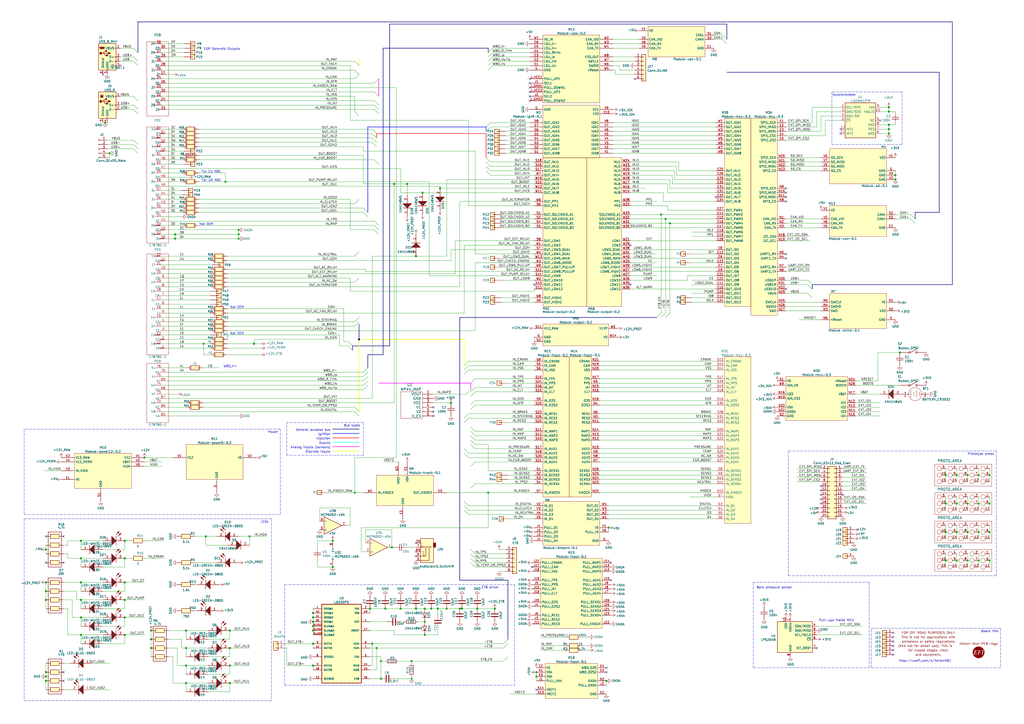
<source format=kicad_sch>
(kicad_sch (version 20210406) (generator eeschema)
  (paper "A2")
  (title_block (title "hellen64 NB1") (date "2021-06-30") (rev "A") (company "rusEFI") (comment 7 "http://rusefi.com/s/hellenNB1"))
  (lib_symbols
    (symbol "178780-1:178780-1" (pin_names (offset 0.025))
      (property "Reference" "P2" (at 3.81 22.86 90))
      (property "Value" "178780-1" (at 3.81 20.32 90))
      (symbol "178780-1_1_1"
        (pin passive line (at -25.4 -8.89 90) (length 3.81) (name "1A") (number "1"))
        (pin passive line (at 20.32 -8.89 90) (length 3.81) (name "1S") (number "10"))
        (pin passive line (at 25.4 -8.89 90) (length 3.81) (name "1U") (number "11"))
        (pin passive line (at -22.86 -6.35 90) (length 3.81) (name "1B") (number "12"))
        (pin passive line (at -17.78 -6.35 90) (length 3.81) (name "1D") (number "13"))
        (pin passive line (at -12.7 -6.35 90) (length 3.81) (name "1F") (number "14"))
        (pin passive line (at -7.62 -6.35 90) (length 3.81) (name "1H") (number "15"))
        (pin passive line (at -2.54 -6.35 90) (length 3.81) (name "1J") (number "16"))
        (pin passive line (at 2.54 -6.35 90) (length 3.81) (name "1L") (number "17"))
        (pin passive line (at 7.62 -6.35 90) (length 3.81) (name "1N") (number "18"))
        (pin passive line (at 12.7 -6.35 90) (length 3.81) (name "1P") (number "19"))
        (pin passive line (at -20.32 -8.89 90) (length 3.81) (name "1C") (number "2"))
        (pin passive line (at 17.78 -6.35 90) (length 3.81) (name "1R") (number "20"))
        (pin passive line (at 22.86 -6.35 90) (length 3.81) (name "1T") (number "21"))
        (pin passive line (at 27.94 -6.35 90) (length 3.81) (name "1V") (number "22"))
        (pin passive line (at -15.24 -8.89 90) (length 3.81) (name "1E") (number "3"))
        (pin passive line (at -10.16 -8.89 90) (length 3.81) (name "1G") (number "4"))
        (pin passive line (at -5.08 -8.89 90) (length 3.81) (name "1I") (number "5"))
        (pin passive line (at 0 -8.89 90) (length 3.81) (name "1K") (number "6"))
        (pin passive line (at 5.08 -8.89 90) (length 3.81) (name "1M") (number "7"))
        (pin passive line (at 10.16 -8.89 90) (length 3.81) (name "1O") (number "8"))
        (pin passive line (at 15.24 -8.89 90) (length 3.81) (name "1Q") (number "9"))
      )
      (symbol "178780-1_2_1"
        (pin passive line (at -20.32 -8.89 90) (length 3.81) (name "2A") (number "23"))
        (pin passive line (at -15.24 -8.89 90) (length 3.81) (name "2C") (number "24"))
        (pin passive line (at -10.16 -8.89 90) (length 3.81) (name "2E") (number "25"))
        (pin passive line (at -5.08 -8.89 90) (length 3.81) (name "2G") (number "26"))
        (pin passive line (at 0 -8.89 90) (length 3.81) (name "2I") (number "27"))
        (pin passive line (at 5.08 -8.89 90) (length 3.81) (name "2K") (number "28"))
        (pin passive line (at 10.16 -8.89 90) (length 3.81) (name "2M") (number "29"))
        (pin passive line (at 15.24 -8.89 90) (length 3.81) (name "2O") (number "30"))
        (pin passive line (at -17.78 -6.35 90) (length 3.81) (name "2B") (number "31"))
        (pin passive line (at -12.7 -6.35 90) (length 3.81) (name "2D") (number "32"))
        (pin passive line (at -7.62 -6.35 90) (length 3.81) (name "2F") (number "33"))
        (pin passive line (at -2.54 -6.35 90) (length 3.81) (name "2H") (number "34"))
        (pin passive line (at 2.54 -6.35 90) (length 3.81) (name "2J") (number "35"))
        (pin passive line (at 7.62 -6.35 90) (length 3.81) (name "2L") (number "36"))
        (pin passive line (at 12.7 -6.35 90) (length 3.81) (name "2N") (number "37"))
        (pin passive line (at 17.78 -6.35 90) (length 3.81) (name "2P") (number "38"))
      )
      (symbol "178780-1_3_1"
        (pin passive line (at -33.02 -8.89 90) (length 3.81) (name "3A") (number "39"))
        (pin passive line (at -27.94 -8.89 90) (length 3.81) (name "3C") (number "40"))
        (pin passive line (at -22.86 -8.89 90) (length 3.81) (name "3E") (number "41"))
        (pin passive line (at -17.78 -8.89 90) (length 3.81) (name "3G") (number "42"))
        (pin passive line (at -12.7 -8.89 90) (length 3.81) (name "3I") (number "43"))
        (pin passive line (at -7.62 -8.89 90) (length 3.81) (name "3K") (number "44"))
        (pin passive line (at -2.54 -8.89 90) (length 3.81) (name "3M") (number "45"))
        (pin passive line (at 2.54 -8.89 90) (length 3.81) (name "3O") (number "46"))
        (pin passive line (at 7.62 -8.89 90) (length 3.81) (name "3Q") (number "47"))
        (pin passive line (at 12.7 -8.89 90) (length 3.81) (name "3S") (number "48"))
        (pin passive line (at 17.78 -8.89 90) (length 3.81) (name "3U") (number "49"))
        (pin passive line (at 22.86 -8.89 90) (length 3.81) (name "3W") (number "50"))
        (pin passive line (at 27.94 -8.89 90) (length 3.81) (name "3Y") (number "51"))
        (pin passive line (at -30.48 -6.35 90) (length 3.81) (name "3B") (number "52"))
        (pin passive line (at -25.4 -6.35 90) (length 3.81) (name "3D") (number "53"))
        (pin passive line (at -20.32 -6.35 90) (length 3.81) (name "3F") (number "54"))
        (pin passive line (at -15.24 -6.35 90) (length 3.81) (name "3H") (number "55"))
        (pin passive line (at -10.16 -6.35 90) (length 3.81) (name "3J") (number "56"))
        (pin passive line (at -5.08 -6.35 90) (length 3.81) (name "3L") (number "57"))
        (pin passive line (at 0 -6.35 90) (length 3.81) (name "3N") (number "58"))
        (pin passive line (at 5.08 -6.35 90) (length 3.81) (name "3P") (number "59"))
        (pin passive line (at 10.16 -6.35 90) (length 3.81) (name "3R") (number "60"))
        (pin passive line (at 15.24 -6.35 90) (length 3.81) (name "3T") (number "61"))
        (pin passive line (at 20.32 -6.35 90) (length 3.81) (name "3V") (number "62"))
        (pin passive line (at 25.4 -6.35 90) (length 3.81) (name "3X") (number "63"))
        (pin passive line (at 30.48 -6.35 90) (length 3.81) (name "3Z") (number "64"))
      )
      (symbol "178780-1_4_1"
        (pin passive line (at -25.4 -8.89 90) (length 3.81) (name "4A") (number "65"))
        (pin passive line (at -20.32 -8.89 90) (length 3.81) (name "4C") (number "66"))
        (pin passive line (at -15.24 -8.89 90) (length 3.81) (name "4E") (number "67"))
        (pin passive line (at -10.16 -8.89 90) (length 3.81) (name "4G") (number "68"))
        (pin passive line (at -5.08 -8.89 90) (length 3.81) (name "4I") (number "69"))
        (pin passive line (at 0 -8.89 90) (length 3.81) (name "4K") (number "70"))
        (pin passive line (at -22.86 -6.35 90) (length 3.81) (name "4B") (number "71"))
        (pin passive line (at -17.78 -6.35 90) (length 3.81) (name "4D") (number "72"))
        (pin passive line (at -12.7 -6.35 90) (length 3.81) (name "4F") (number "73"))
        (pin passive line (at -7.62 -6.35 90) (length 3.81) (name "4H") (number "74"))
        (pin passive line (at -2.54 -6.35 90) (length 3.81) (name "4J") (number "75"))
        (pin passive line (at 2.54 -6.35 90) (length 3.81) (name "4L") (number "76"))
      )
    )
    (symbol "Amplifier_Operational:MCP6002-xSN" (pin_names (offset 0.127))
      (property "Reference" "U" (at 0 5.08 0))
      (property "Value" "MCP6002-xSN" (at 0 -5.08 0))
      (symbol "MCP6002-xSN_1_1"
        (pin output line (at 7.62 0 180) (length 2.54) (name "~") (number "1"))
        (pin input line (at -7.62 -2.54 0) (length 2.54) (name "-") (number "2"))
        (pin input line (at -7.62 2.54 0) (length 2.54) (name "+") (number "3"))
      )
      (symbol "MCP6002-xSN_2_1"
        (pin input line (at -7.62 2.54 0) (length 2.54) (name "+") (number "5"))
        (pin input line (at -7.62 -2.54 0) (length 2.54) (name "-") (number "6"))
        (pin output line (at 7.62 0 180) (length 2.54) (name "~") (number "7"))
      )
      (symbol "MCP6002-xSN_3_1"
        (pin power_in line (at -2.54 -7.62 90) (length 3.81) (name "V-") (number "4"))
        (pin power_in line (at -2.54 7.62 270) (length 3.81) (name "V+") (number "8"))
      )
    )
    (symbol "Connector:AudioJack3_SwitchTR"
      (property "Reference" "J" (at 0 8.89 0))
      (property "Value" "AudioJack3_SwitchTR" (at 0 6.35 0))
      (symbol "AudioJack3_SwitchTR_1_1"
        (pin passive line (at 5.08 0 180) (length 2.54) (name "~") (number "R"))
        (pin passive line (at 5.08 -2.54 180) (length 2.54) (name "~") (number "RN"))
        (pin passive line (at 5.08 2.54 180) (length 2.54) (name "~") (number "S"))
        (pin passive line (at 5.08 -5.08 180) (length 2.54) (name "~") (number "T"))
        (pin passive line (at 5.08 -7.62 180) (length 2.54) (name "~") (number "TN"))
      )
    )
    (symbol "Connector:Conn_01x05_Male" (pin_names (offset 1.016) hide)
      (property "Reference" "J" (at 0 7.62 0))
      (property "Value" "Conn_01x05_Male" (at 0 -7.62 0))
      (symbol "Conn_01x05_Male_1_1"
        (pin passive line (at 5.08 5.08 180) (length 3.81) (name "Pin_1") (number "1"))
        (pin passive line (at 5.08 2.54 180) (length 3.81) (name "Pin_2") (number "2"))
        (pin passive line (at 5.08 0 180) (length 3.81) (name "Pin_3") (number "3"))
        (pin passive line (at 5.08 -2.54 180) (length 3.81) (name "Pin_4") (number "4"))
        (pin passive line (at 5.08 -5.08 180) (length 3.81) (name "Pin_5") (number "5"))
      )
    )
    (symbol "Connector_Generic:Conn_01x01" (pin_names (offset 1.016) hide)
      (property "Reference" "J" (at 0 2.54 0))
      (property "Value" "Conn_01x01" (at 0 -2.54 0))
      (symbol "Conn_01x01_1_1"
        (pin passive line (at -5.08 0 0) (length 3.81) (name "Pin_1") (number "1"))
      )
    )
    (symbol "Connector_Generic:Conn_01x02" (pin_names (offset 1.016) hide)
      (property "Reference" "J" (at 0 2.54 0))
      (property "Value" "Conn_01x02" (at 0 -5.08 0))
      (symbol "Conn_01x02_1_1"
        (pin passive line (at -5.08 0 0) (length 3.81) (name "Pin_1") (number "1"))
        (pin passive line (at -5.08 -2.54 0) (length 3.81) (name "Pin_2") (number "2"))
      )
    )
    (symbol "Connector_Generic:Conn_01x06" (pin_names (offset 1.016) hide)
      (property "Reference" "J" (at 0 7.62 0))
      (property "Value" "Conn_01x06" (at 0 -10.16 0))
      (symbol "Conn_01x06_1_1"
        (pin passive line (at -5.08 5.08 0) (length 3.81) (name "Pin_1") (number "1"))
        (pin passive line (at -5.08 2.54 0) (length 3.81) (name "Pin_2") (number "2"))
        (pin passive line (at -5.08 0 0) (length 3.81) (name "Pin_3") (number "3"))
        (pin passive line (at -5.08 -2.54 0) (length 3.81) (name "Pin_4") (number "4"))
        (pin passive line (at -5.08 -5.08 0) (length 3.81) (name "Pin_5") (number "5"))
        (pin passive line (at -5.08 -7.62 0) (length 3.81) (name "Pin_6") (number "6"))
      )
    )
    (symbol "Connector_Generic:Conn_02x12_Odd_Even" (pin_names (offset 1.016) hide)
      (property "Reference" "J" (at 1.27 15.24 0))
      (property "Value" "Conn_02x12_Odd_Even" (at 1.27 -17.78 0))
      (symbol "Conn_02x12_Odd_Even_1_1"
        (pin passive line (at -5.08 12.7 0) (length 3.81) (name "Pin_1") (number "1"))
        (pin passive line (at 7.62 2.54 180) (length 3.81) (name "Pin_10") (number "10"))
        (pin passive line (at -5.08 0 0) (length 3.81) (name "Pin_11") (number "11"))
        (pin passive line (at 7.62 0 180) (length 3.81) (name "Pin_12") (number "12"))
        (pin passive line (at -5.08 -2.54 0) (length 3.81) (name "Pin_13") (number "13"))
        (pin passive line (at 7.62 -2.54 180) (length 3.81) (name "Pin_14") (number "14"))
        (pin passive line (at -5.08 -5.08 0) (length 3.81) (name "Pin_15") (number "15"))
        (pin passive line (at 7.62 -5.08 180) (length 3.81) (name "Pin_16") (number "16"))
        (pin passive line (at -5.08 -7.62 0) (length 3.81) (name "Pin_17") (number "17"))
        (pin passive line (at 7.62 -7.62 180) (length 3.81) (name "Pin_18") (number "18"))
        (pin passive line (at -5.08 -10.16 0) (length 3.81) (name "Pin_19") (number "19"))
        (pin passive line (at 7.62 12.7 180) (length 3.81) (name "Pin_2") (number "2"))
        (pin passive line (at 7.62 -10.16 180) (length 3.81) (name "Pin_20") (number "20"))
        (pin passive line (at -5.08 -12.7 0) (length 3.81) (name "Pin_21") (number "21"))
        (pin passive line (at 7.62 -12.7 180) (length 3.81) (name "Pin_22") (number "22"))
        (pin passive line (at -5.08 -15.24 0) (length 3.81) (name "Pin_23") (number "23"))
        (pin passive line (at 7.62 -15.24 180) (length 3.81) (name "Pin_24") (number "24"))
        (pin passive line (at -5.08 10.16 0) (length 3.81) (name "Pin_3") (number "3"))
        (pin passive line (at 7.62 10.16 180) (length 3.81) (name "Pin_4") (number "4"))
        (pin passive line (at -5.08 7.62 0) (length 3.81) (name "Pin_5") (number "5"))
        (pin passive line (at 7.62 7.62 180) (length 3.81) (name "Pin_6") (number "6"))
        (pin passive line (at -5.08 5.08 0) (length 3.81) (name "Pin_7") (number "7"))
        (pin passive line (at 7.62 5.08 180) (length 3.81) (name "Pin_8") (number "8"))
        (pin passive line (at -5.08 2.54 0) (length 3.81) (name "Pin_9") (number "9"))
      )
    )
    (symbol "Device:C" (pin_numbers hide) (pin_names (offset 0.254))
      (property "Reference" "C" (at 0.635 2.54 0))
      (property "Value" "C" (at 0.635 -2.54 0))
      (symbol "C_1_1"
        (pin passive line (at 0 3.81 270) (length 2.794) (name "~") (number "1"))
        (pin passive line (at 0 -3.81 90) (length 2.794) (name "~") (number "2"))
      )
    )
    (symbol "Device:D" (pin_numbers hide) (pin_names (offset 1.016) hide)
      (property "Reference" "D" (at 0 2.54 0))
      (property "Value" "D" (at 0 -2.54 0))
      (symbol "D_1_1"
        (pin passive line (at -3.81 0 0) (length 2.54) (name "K") (number "1"))
        (pin passive line (at 3.81 0 180) (length 2.54) (name "A") (number "2"))
      )
    )
    (symbol "Device:R" (pin_numbers hide) (pin_names (offset 0))
      (property "Reference" "R" (at 2.032 0 90))
      (property "Value" "R" (at 0 0 90))
      (symbol "R_1_1"
        (pin passive line (at 0 3.81 270) (length 1.27) (name "~") (number "1"))
        (pin passive line (at 0 -3.81 90) (length 1.27) (name "~") (number "2"))
      )
    )
    (symbol "L6205PD:L6205PD" (pin_names (offset 1.016))
      (property "Reference" "U" (at -10.1854 24.0538 0))
      (property "Value" "L6205PD" (at -10.1854 -25.6794 0))
      (symbol "L6205PD_0_0"
        (pin power_in line (at 17.78 20.32 180) (length 5.08) (name "GND@1") (number "1"))
        (pin power_in line (at 17.78 17.78 180) (length 5.08) (name "GND@2") (number "10"))
        (pin power_in line (at 17.78 15.24 180) (length 5.08) (name "GND@3") (number "11"))
        (pin output line (at 17.78 -2.54 180) (length 5.08) (name "OUT1B") (number "12"))
        (pin power_in line (at 17.78 -20.32 180) (length 5.08) (name "SENSEB") (number "13"))
        (pin input line (at -15.24 -12.7 0) (length 5.08) (name "IN1B") (number "14"))
        (pin input line (at -15.24 -15.24 0) (length 5.08) (name "IN2B") (number "15"))
        (pin bidirectional line (at -15.24 -20.32 0) (length 5.08) (name "ENB") (number "16"))
        (pin passive line (at -15.24 7.62 0) (length 5.08) (name "VBOOT") (number "17"))
        (pin output line (at 17.78 -15.24 180) (length 5.08) (name "OUT2B") (number "18"))
        (pin power_in line (at -15.24 17.78 0) (length 5.08) (name "VSB") (number "19"))
        (pin power_in line (at -15.24 20.32 0) (length 5.08) (name "VSA") (number "2"))
        (pin power_in line (at 17.78 12.7 180) (length 5.08) (name "GND@4") (number "20"))
        (pin output line (at 17.78 -12.7 180) (length 5.08) (name "OUT2A") (number "3"))
        (pin passive line (at -15.24 12.7 0) (length 5.08) (name "VCP") (number "4"))
        (pin bidirectional line (at -15.24 -7.62 0) (length 5.08) (name "ENA") (number "5"))
        (pin input line (at -15.24 0 0) (length 5.08) (name "IN1A") (number "6"))
        (pin input line (at -15.24 -2.54 0) (length 5.08) (name "IN2A") (number "7"))
        (pin power_in line (at 17.78 -7.62 180) (length 5.08) (name "SENSEA") (number "8"))
        (pin output line (at 17.78 0 180) (length 5.08) (name "OUT1A") (number "9"))
        (pin power_in line (at 17.78 10.16 180) (length 5.08) (name "SLUG@1") (number "SLUG1"))
        (pin power_in line (at 17.78 7.62 180) (length 5.08) (name "SLUG@2") (number "SLUG2"))
        (pin power_in line (at 17.78 5.08 180) (length 5.08) (name "SLUG@3") (number "SLUG3"))
      )
    )
    (symbol "MPX-4_MAP:MPX4_MAP" (pin_names (offset 0.762))
      (property "Reference" "U" (at 0 10.16 0))
      (property "Value" "MPX4_MAP" (at 8.89 0 90))
      (symbol "MPX4_MAP_1_1"
        (pin passive line (at -8.89 6.35 0) (length 6.35) (name "VOUT") (number "1"))
        (pin passive line (at -8.89 3.81 0) (length 6.35) (name "GND") (number "2"))
        (pin passive line (at -8.89 1.27 0) (length 6.35) (name "VCC") (number "3"))
        (pin passive line (at -8.89 -1.27 0) (length 6.35) (name "V1") (number "4"))
        (pin passive line (at -8.89 -3.81 0) (length 6.35) (name "V2") (number "5"))
        (pin passive line (at -8.89 -6.35 0) (length 6.35) (name "V_EX") (number "6"))
      )
    )
    (symbol "Off_Road_Disclaimer:Disclaimer" (pin_names (offset 1.016))
      (symbol "Disclaimer_0_0"
        (text "(AKA not for street use). This is " (at 1.27 -3.81 0) (effects (font (size 1.27 1.27))))
        (text "and equipment." (at 0 -8.89 0) (effects (font (size 1.27 1.27))))
        (text "emissions or safety regulations" (at 0 -1.27 0) (effects (font (size 1.27 1.27))))
        (text "for closed stages, track" (at 0 -6.35 0) (effects (font (size 1.27 1.27))))
        (text "FOR OFF ROAD PURPOSES ONLY" (at 0 3.81 0) (effects (font (size 1.27 1.27))))
        (text "This is not for applications with" (at 0 1.27 0) (effects (font (size 1.27 1.27))))
      )
    )
    (symbol "Sensor_Pressure:LPS25HB"
      (property "Reference" "U" (at -10.16 8.89 0))
      (property "Value" "LPS25HB" (at 10.16 8.89 0))
      (symbol "LPS25HB_1_1"
        (pin power_in line (at -2.54 10.16 270) (length 2.54) (name "VDDio") (number "1"))
        (pin power_in line (at -5.08 10.16 270) (length 2.54) (name "VDD") (number "10"))
        (pin input line (at 12.7 0 180) (length 2.54) (name "SCL/SCLK") (number "2"))
        (pin passive line (at -2.54 -12.7 90) (length 2.54) hide (name "GND") (number "3"))
        (pin bidirectional line (at 12.7 5.08 180) (length 2.54) (name "SDA/MOSI") (number "4"))
        (pin bidirectional line (at 12.7 2.54 180) (length 2.54) (name "SA0/MISO") (number "5"))
        (pin input line (at 12.7 -2.54 180) (length 2.54) (name "~CS") (number "6"))
        (pin output line (at 12.7 -7.62 180) (length 2.54) (name "INT_DRDY") (number "7"))
        (pin power_in line (at -2.54 -12.7 90) (length 2.54) (name "GND") (number "8"))
        (pin passive line (at -2.54 -12.7 90) (length 2.54) hide (name "GND") (number "9"))
      )
    )
    (symbol "art-electro-power:BATTERY_CR2032" (pin_names (offset 0))
      (property "Reference" "BT" (at 0 5.08 0))
      (property "Value" "BATTERY_CR2032" (at 0 -4.826 0))
      (symbol "BATTERY_CR2032_1_1"
        (pin passive line (at -7.62 0 0) (length 3.81) (name "+") (number "1"))
        (pin passive line (at 7.62 0 180) (length 3.81) (name "-") (number "2"))
      )
    )
    (symbol "hellen-one-can-0.1:Module-can-0.1"
      (property "Reference" "M" (at 0 0 0))
      (property "Value" "Module-can-0.1" (at 0 0 0))
      (symbol "Module-can-0.1_1_0"
        (pin passive line (at 38.1 -12.7 180) (length 5.08) (name "GND") (number "E1"))
        (pin passive line (at 38.1 -5.08 180) (length 5.08) (name "CANL") (number "S1"))
        (pin passive line (at 38.1 -7.62 180) (length 5.08) (name "CANH") (number "S2"))
        (pin passive line (at -5.08 -2.54 0) (length 5.08) (name "V5") (number "V1"))
        (pin passive line (at -5.08 -7.62 0) (length 5.08) (name "CAN_VIO") (number "V2"))
        (pin passive line (at -5.08 -12.7 0) (length 5.08) (name "CAN_TX") (number "V5"))
        (pin passive line (at -5.08 -10.16 0) (length 5.08) (name "CAN_RX") (number "V6"))
      )
    )
    (symbol "hellen-one-common:+12V_PERM" (power) (pin_names (offset 0))
      (property "Value" "+12V_PERM" (at 0 3.556 0))
      (symbol "+12V_PERM_1_1"
        (pin power_in line (at 0 0 90) (length 0) hide (name "+12V_PERM") (number "1"))
      )
    )
    (symbol "hellen-one-common:+12V_PROT" (power) (pin_names (offset 0))
      (property "Value" "+12V_PROT" (at 0 3.556 0))
      (symbol "+12V_PROT_1_1"
        (pin power_in line (at 0 0 90) (length 0) hide (name "+12V_PROT") (number "1"))
      )
    )
    (symbol "hellen-one-common:+12V_RAW" (power) (pin_names (offset 0))
      (property "Value" "+12V_RAW" (at 0 3.556 0))
      (symbol "+12V_RAW_1_1"
        (pin power_in line (at 0 0 90) (length 0) hide (name "+12V_RAW") (number "1"))
      )
    )
    (symbol "hellen-one-common:+12V_RAW_1" (power) (pin_names (offset 0))
      (property "Value" "+12V_ETB" (at 3.1751 0.3683 90))
      (symbol "+12V_RAW_1_1_1"
        (pin power_in line (at 0 0 90) (length 0) hide (name "+12V_ETB") (number "1"))
      )
    )
    (symbol "hellen-one-common:+3V3_IGN" (power) (pin_names (offset 0))
      (property "Value" "+3V3_IGN" (at 0 3.556 0))
      (symbol "+3V3_IGN_1_1"
        (pin power_in line (at 0 0 90) (length 0) hide (name "+3V3_IGN") (number "1"))
      )
    )
    (symbol "hellen-one-common:+5V_IGN" (power) (pin_names (offset 0))
      (property "Value" "+5V_IGN" (at 0 3.556 0))
      (symbol "+5V_IGN_1_1"
        (pin power_in line (at 0 0 90) (length 0) hide (name "+5V_IGN") (number "1"))
      )
    )
    (symbol "hellen-one-common:1N4148WS"
      (property "Reference" "D" (at 0 2.54 0))
      (property "Value" "1N4148WS" (at 0 -3.81 0))
      (symbol "1N4148WS_1_0"
        (pin passive line (at 7.62 0 180) (length 5.08) (name "K") (number "1"))
        (pin passive line (at -5.08 0 0) (length 5.08) (name "A") (number "2"))
      )
    )
    (symbol "hellen-one-common:Button_SPST" (pin_numbers hide)
      (property "Reference" "S" (at -5.08 2.54 0))
      (property "Value" "Button_SPST" (at 0 0 0))
      (symbol "Button_SPST_1_0"
        (pin passive line (at -5.08 -2.54 0) (length 5.08) (name "") (number "1"))
        (pin passive line (at 10.16 -2.54 180) (length 5.08) (name "") (number "2"))
      )
    )
    (symbol "hellen-one-common:Cap" (pin_numbers hide)
      (property "Reference" "C" (at -3.81 2.54 0))
      (property "Value" "Cap" (at -2.54 -1.27 0))
      (symbol "Cap_1_0"
        (pin passive line (at -3.81 0 0) (length 2.54) (name "") (number "1"))
        (pin passive line (at 3.81 0 180) (length 2.54) (name "") (number "2"))
      )
    )
    (symbol "hellen-one-common:Fuse-Pad-Pad" (pin_numbers hide) (pin_names (offset 0.762) hide)
      (property "Reference" "F" (at 0 2.54 0))
      (symbol "Fuse-Pad-Pad_0_1"
        (pin passive line (at -5.08 0 0) (length 2.54) (name "1") (number "1"))
        (pin passive line (at 5.08 0 180) (length 2.54) (name "2") (number "2"))
      )
    )
    (symbol "hellen-one-common:Jumper-Pad-Pad" (pin_numbers hide) (pin_names (offset 0.762) hide)
      (property "Reference" "R" (at 0 2.54 0))
      (symbol "Jumper-Pad-Pad_0_1"
        (pin passive line (at -5.08 0 0) (length 2.54) (name "1") (number "1"))
        (pin passive line (at 5.08 0 180) (length 2.54) (name "2") (number "2"))
      )
    )
    (symbol "hellen-one-common:LED"
      (property "Reference" "D" (at 0 2.54 0))
      (property "Value" "LED-COLOR-0805" (at 0 -3.81 0))
      (symbol "LED_1_0"
        (pin passive line (at -5.08 0 0) (length 5.08) (name "A") (number "1"))
        (pin passive line (at 7.62 0 180) (length 5.08) (name "K") (number "2"))
      )
    )
    (symbol "hellen-one-common:LED_0603"
      (property "Reference" "D" (at 0 2.54 0))
      (property "Value" "LED_0603" (at 0 -3.81 0))
      (symbol "LED_0603_1_0"
        (pin passive line (at -5.08 0 0) (length 5.08) (name "A") (number "1"))
        (pin passive line (at 7.62 0 180) (length 5.08) (name "K") (number "2"))
      )
    )
    (symbol "hellen-one-common:LIS2DW12TR"
      (property "Reference" "U" (at -5.08 11.43 0))
      (property "Value" "LIS2DW12TR" (at 3.81 11.43 0))
      (symbol "LIS2DW12TR_1_1"
        (pin input line (at -10.16 7.62 0) (length 2.54) (name "SCL/SPC") (number "1"))
        (pin power_in line (at 12.7 5.08 180) (length 2.54) (name "Vdd_IO") (number "10"))
        (pin output line (at -10.16 -7.62 0) (length 2.54) (name "INT2") (number "11"))
        (pin output line (at -10.16 -5.08 0) (length 2.54) (name "INT1") (number "12"))
        (pin input line (at -10.16 0 0) (length 2.54) (name "~CS") (number "2"))
        (pin bidirectional line (at -10.16 5.08 0) (length 2.54) (name "SA0/SDO") (number "3"))
        (pin bidirectional line (at -10.16 2.54 0) (length 2.54) (name "SDA/SDI") (number "4"))
        (pin passive line (at 12.7 0 180) (length 2.54) (name "NC") (number "5"))
        (pin power_in line (at 12.7 -7.62 180) (length 2.54) (name "GND") (number "6"))
        (pin power_in line (at 12.7 -5.08 180) (length 2.54) (name "RES") (number "7"))
        (pin power_in line (at 12.7 -2.54 180) (length 2.54) (name "GND") (number "8"))
        (pin power_in line (at 12.7 7.62 180) (length 2.54) (name "Vdd") (number "9"))
      )
    )
    (symbol "hellen-one-common:LOGO" (pin_names (offset 1.016))
      (symbol "LOGO_0_0"
        (text "" (at 35.56 6.35 0) (effects (font (size 1.27 1.27))))
        (text "Hellen-One-PCB-logo" (at 0 0 0) (effects (font (size 1.27 1.27))))
      )
    )
    (symbol "hellen-one-common:PROTO_AREA" (pin_names (offset 1.016))
      (property "Value" "PROTO_AREA" (at 25.4 3.81 0))
      (symbol "PROTO_AREA_0_0"
        (text "" (at 35.56 6.35 0) (effects (font (size 1.27 1.27))))
      )
      (symbol "PROTO_AREA_1_1"
        (pin passive line (at 1.27 0 0) (length 2.54) (name "") (number "1"))
        (pin passive line (at 26.67 -3.81 0) (length 2.54) (name "") (number "10"))
        (pin passive line (at 1.27 -7.62 0) (length 2.54) (name "") (number "11"))
        (pin passive line (at 7.62 -7.62 0) (length 2.54) (name "") (number "12"))
        (pin passive line (at 13.97 -7.62 0) (length 2.54) (name "") (number "13"))
        (pin passive line (at 20.32 -7.62 0) (length 2.54) (name "") (number "14"))
        (pin passive line (at 26.67 -7.62 0) (length 2.54) (name "") (number "15"))
        (pin passive line (at 7.62 0 0) (length 2.54) (name "") (number "2"))
        (pin passive line (at 13.97 0 0) (length 2.54) (name "") (number "3"))
        (pin passive line (at 20.32 0 0) (length 2.54) (name "") (number "4"))
        (pin passive line (at 26.67 0 0) (length 2.54) (name "") (number "5"))
        (pin passive line (at 1.27 -3.81 0) (length 2.54) (name "") (number "6"))
        (pin passive line (at 7.62 -3.81 0) (length 2.54) (name "") (number "7"))
        (pin passive line (at 13.97 -3.81 0) (length 2.54) (name "") (number "8"))
        (pin passive line (at 20.32 -3.81 0) (length 2.54) (name "") (number "9"))
      )
    )
    (symbol "hellen-one-common:Pad" (pin_numbers hide) (pin_names (offset 1.016) hide)
      (property "Reference" "P" (at 2.54 0 0))
      (symbol "Pad_1_1"
        (pin passive line (at -5.08 0 0) (length 3.81) (name "Pin_1") (number "1"))
      )
    )
    (symbol "hellen-one-common:Res" (pin_numbers hide)
      (property "Reference" "R" (at 3.81 2.54 0))
      (property "Value" "Res" (at 5.08 -2.54 0))
      (symbol "Res_1_0"
        (pin passive line (at 0 0 0) (length 2.54) (name "") (number "1"))
        (pin passive line (at 10.16 0 180) (length 2.54) (name "") (number "2"))
      )
    )
    (symbol "hellen-one-common:Res_Array_4" (pin_numbers hide)
      (property "Reference" "R" (at -6.35 6.35 0))
      (symbol "Res_Array_4_1_0"
        (pin passive line (at -10.16 0 0) (length 2.54) (name "") (number "1"))
        (pin passive line (at -10.16 -5.08 0) (length 2.54) (name "") (number "2"))
        (pin passive line (at -10.16 -10.16 0) (length 2.54) (name "") (number "3"))
        (pin passive line (at -10.16 -15.24 0) (length 2.54) (name "") (number "4"))
        (pin passive line (at 0 -15.24 180) (length 2.54) (name "") (number "5"))
        (pin passive line (at 0 -10.16 180) (length 2.54) (name "") (number "6"))
        (pin passive line (at 0 -5.08 180) (length 2.54) (name "") (number "7"))
        (pin passive line (at 0 0 180) (length 2.54) (name "") (number "8"))
      )
    )
    (symbol "hellen-one-common:USB_B" (pin_names (offset 1.016))
      (property "Reference" "J" (at -5.08 11.43 0))
      (property "Value" "USB_B" (at -5.08 8.89 0))
      (symbol "USB_B_1_1"
        (pin power_out line (at 7.62 5.08 180) (length 2.54) (name "VBUS") (number "1"))
        (pin bidirectional line (at 7.62 -2.54 180) (length 2.54) (name "D-") (number "2"))
        (pin bidirectional line (at 7.62 0 180) (length 2.54) (name "D+") (number "3"))
        (pin power_out line (at 0 -10.16 90) (length 2.54) (name "GND") (number "4"))
        (pin passive line (at -2.54 -10.16 90) (length 2.54) (name "Shield") (number "5"))
      )
    )
    (symbol "hellen-one-common:USB_B_Mini" (pin_names (offset 1.016))
      (property "Reference" "J" (at -5.08 11.43 0))
      (property "Value" "USB_B_Mini" (at -5.08 8.89 0))
      (symbol "USB_B_Mini_1_1"
        (pin power_out line (at 7.62 5.08 180) (length 2.54) (name "VBUS") (number "1"))
        (pin passive line (at 7.62 -2.54 180) (length 2.54) (name "D-") (number "2"))
        (pin passive line (at 7.62 0 180) (length 2.54) (name "D+") (number "3"))
        (pin passive line (at 7.62 -5.08 180) (length 2.54) (name "ID") (number "4"))
        (pin power_out line (at 0 -10.16 90) (length 2.54) (name "GND") (number "5"))
        (pin passive line (at -2.54 -10.16 90) (length 2.54) (name "Shield") (number "6"))
      )
    )
    (symbol "hellen-one-dinput4-0.1:Module-dinput4-0.1"
      (property "Reference" "M" (at 0 0 0))
      (property "Value" "Module-dinput4-0.1" (at 0 0 0))
      (symbol "Module-dinput4-0.1_1_0"
        (pin passive line (at 38.1 -22.86 180) (length 5.08) (name "GND") (number "G"))
        (pin passive line (at -5.08 -15.24 0) (length 5.08) (name "PULL_D1") (number "J1"))
        (pin passive line (at -5.08 -17.78 0) (length 5.08) (name "PULL_D2") (number "J2"))
        (pin passive line (at -5.08 -20.32 0) (length 5.08) (name "PULL_D3") (number "J3"))
        (pin passive line (at -5.08 -22.86 0) (length 5.08) (name "PULL_D4") (number "J4"))
        (pin passive line (at 38.1 -15.24 180) (length 5.08) (name "V5") (number "V1"))
        (pin passive line (at -5.08 -2.54 0) (length 5.08) (name "IN_D1") (number "V2"))
        (pin passive line (at -5.08 -5.08 0) (length 5.08) (name "IN_D2") (number "V3"))
        (pin passive line (at -5.08 -7.62 0) (length 5.08) (name "IN_D3") (number "V4"))
        (pin passive line (at -5.08 -10.16 0) (length 5.08) (name "IN_D4") (number "V5"))
        (pin passive line (at 38.1 -17.78 180) (length 5.08) (name "PULL_V5") (number "V6"))
        (pin passive line (at 38.1 -10.16 180) (length 5.08) (name "OUT_D4") (number "W1"))
        (pin passive line (at 38.1 -7.62 180) (length 5.08) (name "OUT_D3") (number "W2"))
        (pin passive line (at 38.1 -5.08 180) (length 5.08) (name "OUT_D2") (number "W3"))
        (pin passive line (at 38.1 -2.54 180) (length 5.08) (name "OUT_D1") (number "W4"))
      )
    )
    (symbol "hellen-one-ign8-0.1:Module-ign8-0.1"
      (property "Reference" "M" (at 0 0 0))
      (property "Value" "Module-ign8-0.1" (at 0 0 0))
      (symbol "Module-ign8-0.1_1_0"
        (pin passive line (at 40.64 -2.54 180) (length 7.62) (name "GND") (number "G"))
        (pin passive line (at 40.64 -27.94 180) (length 7.62) (name "OUT_IGN8") (number "S1"))
        (pin passive line (at 40.64 -25.4 180) (length 7.62) (name "OUT_IGN7") (number "S2"))
        (pin passive line (at 40.64 -22.86 180) (length 7.62) (name "OUT_IGN6") (number "S3"))
        (pin passive line (at 40.64 -20.32 180) (length 7.62) (name "OUT_IGN5") (number "S4"))
        (pin passive line (at 40.64 -17.78 180) (length 7.62) (name "OUT_IGN4") (number "S5"))
        (pin passive line (at 40.64 -15.24 180) (length 7.62) (name "OUT_IGN3") (number "S6"))
        (pin passive line (at 40.64 -12.7 180) (length 7.62) (name "OUT_IGN2") (number "S7"))
        (pin passive line (at 40.64 -10.16 180) (length 7.62) (name "OUT_IGN1") (number "S8"))
        (pin passive line (at -7.62 -27.94 0) (length 7.62) (name "IGN8") (number "V1"))
        (pin passive line (at -7.62 -5.08 0) (length 7.62) (name "V33") (number "V10"))
        (pin passive line (at -7.62 -25.4 0) (length 7.62) (name "IGN7") (number "V2"))
        (pin passive line (at -7.62 -22.86 0) (length 7.62) (name "IGN6") (number "V3"))
        (pin passive line (at -7.62 -20.32 0) (length 7.62) (name "IGN5") (number "V4"))
        (pin passive line (at -7.62 -17.78 0) (length 7.62) (name "IGN4") (number "V5"))
        (pin passive line (at -7.62 -15.24 0) (length 7.62) (name "IGN3") (number "V6"))
        (pin passive line (at -7.62 -12.7 0) (length 7.62) (name "IGN2") (number "V7"))
        (pin passive line (at -7.62 -10.16 0) (length 7.62) (name "IGN1") (number "V8"))
        (pin passive line (at -7.62 -2.54 0) (length 7.62) (name "VCC") (number "V9"))
      )
    )
    (symbol "hellen-one-input-0.1:Module-input-0.1"
      (property "Reference" "M" (at 0 0 0))
      (property "Value" "Module-input-0.1" (at 0 0 0))
      (symbol "Module-input-0.1_1_0"
        (pin passive line (at 17.78 -53.34 180) (length 5.08) (name "AUX1") (number "N10"))
        (pin passive line (at 17.78 -38.1 180) (length 5.08) (name "RES3") (number "N11"))
        (pin passive line (at 17.78 -48.26 180) (length 5.08) (name "MAP3") (number "N12"))
        (pin passive line (at 17.78 -45.72 180) (length 5.08) (name "MAP2") (number "N13"))
        (pin passive line (at 17.78 -43.18 180) (length 5.08) (name "MAP1") (number "N14"))
        (pin passive line (at 17.78 -17.78 180) (length 5.08) (name "IAT") (number "N15"))
        (pin passive line (at 17.78 -20.32 180) (length 5.08) (name "CLT") (number "N16"))
        (pin passive line (at 17.78 -12.7 180) (length 5.08) (name "TPS") (number "N17"))
        (pin passive line (at 17.78 -25.4 180) (length 5.08) (name "O2S") (number "N18"))
        (pin passive line (at 17.78 -5.08 180) (length 5.08) (name "CAM") (number "N19"))
        (pin passive line (at 17.78 -7.62 180) (length 5.08) (name "VSS") (number "N20"))
        (pin passive line (at 17.78 -2.54 180) (length 5.08) (name "CRANK") (number "N21"))
        (pin passive line (at 17.78 -78.74 180) (length 5.08) (name "KNOCK") (number "N22"))
        (pin passive line (at 17.78 -73.66 180) (length 5.08) (name "SENS4") (number "N23"))
        (pin passive line (at 17.78 -71.12 180) (length 5.08) (name "SENS3") (number "N24"))
        (pin passive line (at 17.78 -68.58 180) (length 5.08) (name "SENS2") (number "N25"))
        (pin passive line (at 17.78 -66.04 180) (length 5.08) (name "SENS1") (number "N26"))
        (pin passive line (at 17.78 -35.56 180) (length 5.08) (name "RES2") (number "N3"))
        (pin passive line (at 17.78 -27.94 180) (length 5.08) (name "O2S2") (number "N4"))
        (pin passive line (at 17.78 -15.24 180) (length 5.08) (name "PPS") (number "N5"))
        (pin passive line (at 17.78 -33.02 180) (length 5.08) (name "RES1") (number "N6"))
        (pin passive line (at 17.78 -60.96 180) (length 5.08) (name "AUX4") (number "N7"))
        (pin passive line (at 17.78 -58.42 180) (length 5.08) (name "AUX3") (number "N8"))
        (pin passive line (at 17.78 -55.88 180) (length 5.08) (name "AUX2") (number "N9"))
      )
      (symbol "Module-input-0.1_2_0"
        (pin passive line (at 35.56 -17.78 180) (length 5.08) (name "GND") (number "E1"))
        (pin passive line (at -5.08 -2.54 0) (length 5.08) (name "V5") (number "E2"))
        (pin passive line (at 35.56 -5.08 180) (length 5.08) (name "WBO_O2S2") (number "E3"))
        (pin passive line (at 35.56 -2.54 180) (length 5.08) (name "WBO_O2S") (number "E4"))
        (pin passive line (at -5.08 -7.62 0) (length 5.08) (name "V5A") (number "E5"))
        (pin passive line (at -5.08 -10.16 0) (length 5.08) (name "PULL_V5A") (number "J1"))
        (pin passive line (at 35.56 -12.7 180) (length 5.08) (name "PULL_GNDA") (number "J2"))
        (pin passive line (at -5.08 -5.08 0) (length 5.08) (name "V5A") (number "N1"))
        (pin passive line (at 35.56 -10.16 180) (length 5.08) (name "GNDA") (number "N2"))
        (pin passive line (at -5.08 -17.78 0) (length 5.08) (name "VREF2") (number "S13"))
        (pin passive line (at -5.08 -15.24 0) (length 5.08) (name "VREF1") (number "S14"))
      )
      (symbol "Module-input-0.1_3_0"
        (pin passive line (at -5.08 -66.04 0) (length 5.08) (name "IN_SENS1") (number "S1"))
        (pin passive line (at -5.08 -12.7 0) (length 5.08) (name "IN_TPS") (number "S10"))
        (pin passive line (at -5.08 -43.18 0) (length 5.08) (name "IN_MAP1") (number "S11"))
        (pin passive line (at -5.08 -45.72 0) (length 5.08) (name "IN_MAP2") (number "S12"))
        (pin passive line (at -5.08 -20.32 0) (length 5.08) (name "IN_CLT") (number "S15"))
        (pin passive line (at -5.08 -17.78 0) (length 5.08) (name "IN_IAT") (number "S16"))
        (pin passive line (at -5.08 -53.34 0) (length 5.08) (name "IN_AUX1") (number "S17"))
        (pin passive line (at -5.08 -55.88 0) (length 5.08) (name "IN_AUX2") (number "S18"))
        (pin passive line (at -5.08 -48.26 0) (length 5.08) (name "IN_MAP3") (number "S19"))
        (pin passive line (at -5.08 -68.58 0) (length 5.08) (name "IN_SENS2") (number "S2"))
        (pin passive line (at -5.08 -58.42 0) (length 5.08) (name "IN_AUX3") (number "S20"))
        (pin passive line (at -5.08 -60.96 0) (length 5.08) (name "IN_AUX4") (number "S21"))
        (pin passive line (at -5.08 -38.1 0) (length 5.08) (name "IN_RES3") (number "S22"))
        (pin passive line (at -5.08 -33.02 0) (length 5.08) (name "IN_RES1") (number "S23"))
        (pin passive line (at -5.08 -15.24 0) (length 5.08) (name "IN_PPS") (number "S24"))
        (pin passive line (at -5.08 -27.94 0) (length 5.08) (name "IN_O2S2") (number "S25"))
        (pin passive line (at -5.08 -35.56 0) (length 5.08) (name "IN_RES2") (number "S26"))
        (pin passive line (at -5.08 -71.12 0) (length 5.08) (name "IN_SENS3") (number "S3"))
        (pin passive line (at -5.08 -73.66 0) (length 5.08) (name "IN_SENS4") (number "S4"))
        (pin passive line (at -5.08 -5.08 0) (length 5.08) (name "IN_CAM") (number "S5"))
        (pin passive line (at -5.08 -7.62 0) (length 5.08) (name "IN_VSS") (number "S6"))
        (pin passive line (at -5.08 -78.74 0) (length 5.08) (name "IN_KNOCK") (number "S7"))
        (pin passive line (at -5.08 -2.54 0) (length 5.08) (name "IN_CRANK") (number "S8"))
        (pin passive line (at -5.08 -25.4 0) (length 5.08) (name "IN_O2S") (number "S9"))
      )
      (symbol "Module-input-0.1_4_0"
        (pin passive line (at 40.64 -12.7 180) (length 5.08) (name "PULL_AUX1") (number "J10"))
        (pin passive line (at -5.08 -38.1 0) (length 5.08) (name "PULL_RES3") (number "J11"))
        (pin passive line (at 40.64 -7.62 180) (length 5.08) (name "PULL_MAP3") (number "J12"))
        (pin passive line (at 40.64 -5.08 180) (length 5.08) (name "PULL_MAP2") (number "J13"))
        (pin passive line (at 40.64 -2.54 180) (length 5.08) (name "PULL_MAP1") (number "J14"))
        (pin passive line (at -5.08 -17.78 0) (length 5.08) (name "PULL_IAT") (number "J15"))
        (pin passive line (at -5.08 -20.32 0) (length 5.08) (name "PULL_CLT") (number "J16"))
        (pin passive line (at -5.08 -5.08 0) (length 5.08) (name "PULL_CAM") (number "J17"))
        (pin passive line (at -5.08 -7.62 0) (length 5.08) (name "PULL_VSS") (number "J18"))
        (pin passive line (at -5.08 -12.7 0) (length 5.08) (name "PULL_TPS") (number "J19"))
        (pin passive line (at -5.08 -25.4 0) (length 5.08) (name "PULL_O2S") (number "J20"))
        (pin passive line (at -5.08 -2.54 0) (length 5.08) (name "PULL_CRANK") (number "J21"))
        (pin passive line (at 40.64 -38.1 180) (length 5.08) (name "PULL_KNOCK") (number "J22"))
        (pin passive line (at 40.64 -33.02 180) (length 5.08) (name "PULL_SENS4") (number "J23"))
        (pin passive line (at 40.64 -30.48 180) (length 5.08) (name "PULL_SENS3") (number "J24"))
        (pin passive line (at 40.64 -27.94 180) (length 5.08) (name "PULL_SENS2") (number "J25"))
        (pin passive line (at 40.64 -25.4 180) (length 5.08) (name "PULL_SENS1") (number "J26"))
        (pin passive line (at -5.08 -35.56 0) (length 5.08) (name "PULL_RES2") (number "J3"))
        (pin passive line (at -5.08 -27.94 0) (length 5.08) (name "PULL_O2S2") (number "J4"))
        (pin passive line (at -5.08 -15.24 0) (length 5.08) (name "PULL_PPS") (number "J5"))
        (pin passive line (at -5.08 -33.02 0) (length 5.08) (name "PULL_RES1") (number "J6"))
        (pin passive line (at 40.64 -20.32 180) (length 5.08) (name "PULL_AUX4") (number "J7"))
        (pin passive line (at 40.64 -17.78 180) (length 5.08) (name "PULL_AUX3") (number "J8"))
        (pin passive line (at 40.64 -15.24 180) (length 5.08) (name "PULL_AUX2") (number "J9"))
      )
    )
    (symbol "hellen-one-knock-0.1:Module-knock-0.1"
      (property "Reference" "M" (at 0 0 0))
      (property "Value" "Module-knock-0.1" (at 0 0 0))
      (symbol "Module-knock-0.1_1_0"
        (pin passive line (at 17.78 7.62 270) (length 7.62) (name "V5A") (number "E1"))
        (pin passive line (at 15.24 -25.4 90) (length 7.62) (name "GND") (number "E2"))
        (pin passive line (at 40.64 -10.16 180) (length 7.62) (name "OUT_KNOCK") (number "E3"))
        (pin passive line (at -7.62 -10.16 0) (length 7.62) (name "IN_KNOCK") (number "W1"))
        (pin passive line (at 12.7 7.62 270) (length 7.62) (name "VREF") (number "W2"))
      )
    )
    (symbol "hellen-one-mcu-0.3:Module-mcu-0.3"
      (property "Reference" "M" (at 0 0 0))
      (property "Value" "Module-mcu-0.3" (at 0 0 0))
      (symbol "Module-mcu-0.3_1_0"
        (pin passive line (at 20.32 -2.54 180) (length 5.08) (name "SPI1_SCK") (number "E1"))
        (pin passive line (at 20.32 -5.08 180) (length 5.08) (name "SPI1_MISO") (number "E2"))
        (pin passive line (at 20.32 -7.62 180) (length 5.08) (name "SPI1_MOSI") (number "E3"))
        (pin passive line (at 20.32 -10.16 180) (length 5.08) (name "SPI1_CS1") (number "E4"))
        (pin passive line (at 20.32 -12.7 180) (length 5.08) (name "SPI1_CS2") (number "E5"))
        (pin passive line (at 20.32 -58.42 180) (length 5.08) (name "CAN_VIO") (number "N1"))
        (pin passive line (at 20.32 -43.18 180) (length 5.08) (name "SPI3_MISO") (number "N10"))
        (pin passive line (at 20.32 -45.72 180) (length 5.08) (name "SPI3_MOSI") (number "N11"))
        (pin passive line (at 20.32 -68.58 180) (length 5.08) (name "I2C_SDA") (number "N18"))
        (pin passive line (at 20.32 -71.12 180) (length 5.08) (name "I2C_SCL") (number "N19"))
        (pin passive line (at 20.32 -60.96 180) (length 5.08) (name "CAN_RX") (number "N2"))
        (pin passive line (at 20.32 -22.86 180) (length 5.08) (name "SPI2_SCK") (number "N20"))
        (pin passive line (at 20.32 -25.4 180) (length 5.08) (name "SPI2_MISO") (number "N21"))
        (pin passive line (at 20.32 -27.94 180) (length 5.08) (name "SPI2_MOSI") (number "N22"))
        (pin passive line (at 20.32 -30.48 180) (length 5.08) (name "SPI2_CS") (number "N23"))
        (pin passive line (at 20.32 -106.68 180) (length 5.08) (name "SWCLK") (number "N25"))
        (pin passive line (at 20.32 -109.22 180) (length 5.08) (name "SWDIO") (number "N26"))
        (pin passive line (at 20.32 -111.76 180) (length 5.08) (name "SWO") (number "N27"))
        (pin passive line (at 20.32 -101.6 180) (length 5.08) (name "VBUS") (number "N29"))
        (pin passive line (at 20.32 -63.5 180) (length 5.08) (name "CAN_TX") (number "N3"))
        (pin passive line (at 20.32 -93.98 180) (length 5.08) (name "USB1P") (number "N30"))
        (pin passive line (at 20.32 -96.52 180) (length 5.08) (name "USB1M") (number "N31"))
        (pin passive line (at 20.32 -99.06 180) (length 5.08) (name "USB1ID") (number "N32"))
        (pin passive line (at 20.32 -81.28 180) (length 5.08) (name "UART1_TX") (number "N4"))
        (pin passive line (at 20.32 -78.74 180) (length 5.08) (name "UART1_RX") (number "N5"))
        (pin passive line (at 20.32 -88.9 180) (length 5.08) (name "UART2_TX") (number "N6"))
        (pin passive line (at 20.32 -86.36 180) (length 5.08) (name "UART2_RX") (number "N7"))
        (pin passive line (at 20.32 -48.26 180) (length 5.08) (name "SPI3_CS") (number "N8"))
        (pin passive line (at 20.32 -40.64 180) (length 5.08) (name "SPI3_SCK") (number "N9"))
      )
      (symbol "Module-mcu-0.3_2_0"
        (pin passive line (at 20.32 -99.06 180) (length 5.08) (name "OUT_IO10") (number "E10"))
        (pin passive line (at 20.32 -96.52 180) (length 5.08) (name "OUT_IO9") (number "E11"))
        (pin passive line (at 20.32 -78.74 180) (length 5.08) (name "OUT_IO2") (number "E12"))
        (pin passive line (at 20.32 -104.14 180) (length 5.08) (name "OUT_IO12") (number "E13"))
        (pin passive line (at 20.32 -55.88 180) (length 5.08) (name "OUT_PWM2") (number "E14"))
        (pin passive line (at 20.32 -58.42 180) (length 5.08) (name "OUT_PWM3") (number "E15"))
        (pin passive line (at 20.32 -60.96 180) (length 5.08) (name "OUT_PWM4") (number "E16"))
        (pin passive line (at 20.32 -63.5 180) (length 5.08) (name "OUT_PWM5") (number "E17"))
        (pin passive line (at 20.32 -66.04 180) (length 5.08) (name "OUT_PWM6") (number "E18"))
        (pin passive line (at 20.32 -68.58 180) (length 5.08) (name "OUT_PWM7") (number "E19"))
        (pin passive line (at 20.32 -101.6 180) (length 5.08) (name "OUT_IO11") (number "E20"))
        (pin passive line (at 20.32 -91.44 180) (length 5.08) (name "OUT_IO7") (number "E21"))
        (pin passive line (at 20.32 -93.98 180) (length 5.08) (name "OUT_IO8") (number "E22"))
        (pin passive line (at 20.32 -83.82 180) (length 5.08) (name "OUT_IO4") (number "E23"))
        (pin passive line (at 20.32 -106.68 180) (length 5.08) (name "OUT_IO13") (number "E24"))
        (pin passive line (at 20.32 -30.48 180) (length 5.08) (name "OUT_INJ1") (number "E25"))
        (pin passive line (at 20.32 -33.02 180) (length 5.08) (name "OUT_INJ2") (number "E26"))
        (pin passive line (at 20.32 -53.34 180) (length 5.08) (name "OUT_PWM1") (number "E27"))
        (pin passive line (at 20.32 -71.12 180) (length 5.08) (name "OUT_PWM8") (number "E28"))
        (pin passive line (at 20.32 -35.56 180) (length 5.08) (name "OUT_INJ3") (number "E29"))
        (pin passive line (at 20.32 -38.1 180) (length 5.08) (name "OUT_INJ4") (number "E30"))
        (pin passive line (at 20.32 -40.64 180) (length 5.08) (name "OUT_INJ5") (number "E31"))
        (pin passive line (at 20.32 -43.18 180) (length 5.08) (name "OUT_INJ6") (number "E32"))
        (pin passive line (at 20.32 -45.72 180) (length 5.08) (name "OUT_INJ7") (number "E33"))
        (pin passive line (at 20.32 -48.26 180) (length 5.08) (name "OUT_INJ8") (number "E34"))
        (pin passive line (at 20.32 -81.28 180) (length 5.08) (name "OUT_IO3") (number "E6"))
        (pin passive line (at 20.32 -86.36 180) (length 5.08) (name "OUT_IO5") (number "E7"))
        (pin passive line (at 20.32 -76.2 180) (length 5.08) (name "OUT_IO1") (number "E8"))
        (pin passive line (at 20.32 -88.9 180) (length 5.08) (name "OUT_IO6") (number "E9"))
        (pin passive line (at 20.32 -2.54 180) (length 5.08) (name "OUT_IGN1") (number "W1"))
        (pin passive line (at 20.32 -5.08 180) (length 5.08) (name "OUT_IGN2") (number "W2"))
        (pin passive line (at 20.32 -7.62 180) (length 5.08) (name "OUT_IGN3") (number "W3"))
        (pin passive line (at 20.32 -10.16 180) (length 5.08) (name "OUT_IGN4") (number "W4"))
        (pin passive line (at 20.32 -12.7 180) (length 5.08) (name "OUT_IGN5") (number "W5"))
        (pin passive line (at 20.32 -15.24 180) (length 5.08) (name "OUT_IGN6") (number "W6"))
        (pin passive line (at 20.32 -17.78 180) (length 5.08) (name "OUT_IGN7") (number "W7"))
        (pin passive line (at 20.32 -20.32 180) (length 5.08) (name "OUT_IGN8") (number "W8"))
      )
      (symbol "Module-mcu-0.3_3_0"
        (pin passive line (at -5.08 -71.12 0) (length 5.08) (name "IN_SENS3") (number "S10"))
        (pin passive line (at -5.08 -73.66 0) (length 5.08) (name "IN_SENS4") (number "S11"))
        (pin passive line (at -5.08 -78.74 0) (length 5.08) (name "IN_KNOCK") (number "S12"))
        (pin passive line (at -5.08 -2.54 0) (length 5.08) (name "IN_CRANK") (number "S13"))
        (pin passive line (at -5.08 -7.62 0) (length 5.08) (name "IN_VSS") (number "S14"))
        (pin passive line (at -5.08 -5.08 0) (length 5.08) (name "IN_CAM") (number "S15"))
        (pin passive line (at -5.08 -25.4 0) (length 5.08) (name "IN_O2S") (number "S16"))
        (pin passive line (at -5.08 -12.7 0) (length 5.08) (name "IN_TPS") (number "S17"))
        (pin passive line (at -5.08 -20.32 0) (length 5.08) (name "IN_CLT") (number "S18"))
        (pin passive line (at -5.08 -17.78 0) (length 5.08) (name "IN_IAT") (number "S19"))
        (pin passive line (at -5.08 -43.18 0) (length 5.08) (name "IN_MAP1") (number "S20"))
        (pin passive line (at -5.08 -45.72 0) (length 5.08) (name "IN_MAP2") (number "S21"))
        (pin passive line (at -5.08 -48.26 0) (length 5.08) (name "IN_MAP3") (number "S22"))
        (pin passive line (at -5.08 -38.1 0) (length 5.08) (name "IN_RES3") (number "S23"))
        (pin passive line (at -5.08 -53.34 0) (length 5.08) (name "IN_AUX1") (number "S24"))
        (pin passive line (at -5.08 -55.88 0) (length 5.08) (name "IN_AUX2") (number "S25"))
        (pin passive line (at -5.08 -58.42 0) (length 5.08) (name "IN_AUX3") (number "S26"))
        (pin passive line (at -5.08 -60.96 0) (length 5.08) (name "IN_AUX4") (number "S27"))
        (pin passive line (at -5.08 -33.02 0) (length 5.08) (name "IN_RES1") (number "S28"))
        (pin passive line (at -5.08 -15.24 0) (length 5.08) (name "IN_PPS") (number "S29"))
        (pin passive line (at -5.08 -86.36 0) (length 5.08) (name "IN_D1") (number "S3"))
        (pin passive line (at -5.08 -27.94 0) (length 5.08) (name "IN_O2S2") (number "S30"))
        (pin passive line (at -5.08 -35.56 0) (length 5.08) (name "IN_RES2") (number "S31"))
        (pin passive line (at -5.08 -88.9 0) (length 5.08) (name "IN_D2") (number "S4"))
        (pin passive line (at -5.08 -91.44 0) (length 5.08) (name "IN_D3") (number "S5"))
        (pin passive line (at -5.08 -93.98 0) (length 5.08) (name "IN_D4") (number "S6"))
        (pin passive line (at -5.08 -81.28 0) (length 5.08) (name "VIGN") (number "S7"))
        (pin passive line (at -5.08 -66.04 0) (length 5.08) (name "IN_SENS1") (number "S8"))
        (pin passive line (at -5.08 -68.58 0) (length 5.08) (name "IN_SENS2") (number "S9"))
      )
      (symbol "Module-mcu-0.3_4_0"
        (pin passive line (at 40.64 -15.24 180) (length 5.08) (name "IO1") (number "N12"))
        (pin passive line (at 40.64 -17.78 180) (length 5.08) (name "IO2") (number "N13"))
        (pin passive line (at 40.64 -20.32 180) (length 5.08) (name "IO3") (number "N14"))
        (pin passive line (at 40.64 -22.86 180) (length 5.08) (name "IO4") (number "N15"))
        (pin passive line (at -5.08 -10.16 0) (length 5.08) (name "V33") (number "N16"))
        (pin passive line (at 40.64 -10.16 180) (length 5.08) (name "VBAT") (number "N17"))
        (pin passive line (at 40.64 -2.54 180) (length 5.08) (name "nReset") (number "N24"))
        (pin passive line (at 40.64 -5.08 180) (length 5.08) (name "BOOT0") (number "N28"))
        (pin passive line (at -5.08 -2.54 0) (length 5.08) (name "V5") (number "S1"))
        (pin passive line (at -5.08 -22.86 0) (length 5.08) (name "GND") (number "S2"))
        (pin passive line (at -5.08 -20.32 0) (length 5.08) (name "GNDA") (number "S32"))
        (pin passive line (at -5.08 -17.78 0) (length 5.08) (name "V5A") (number "S33"))
        (pin passive line (at -5.08 -12.7 0) (length 5.08) (name "IGN_V33") (number "W10"))
        (pin passive line (at -5.08 -5.08 0) (length 5.08) (name "IGN_V5") (number "W9"))
      )
    )
    (symbol "hellen-one-output-0.2:Module-output-0.2"
      (property "Reference" "M" (at 0 0 0))
      (property "Value" "Module-output-0.2" (at 0 0 0))
      (symbol "Module-output-0.2_1_0"
        (pin passive line (at -5.08 -7.62 0) (length 5.08) (name "GND") (number "G"))
        (pin passive line (at -5.08 -2.54 0) (length 5.08) (name "V12_RAW") (number "S11"))
        (pin passive line (at -5.08 -10.16 0) (length 5.08) (name "GND") (number "S3"))
        (pin passive line (at 43.18 -7.62 180) (length 5.08) (name "V5") (number "W14"))
        (pin passive line (at 43.18 -2.54 180) (length 5.08) (name "V12P") (number "W5"))
      )
      (symbol "Module-output-0.2_2_0"
        (pin passive line (at -5.08 -20.32 0) (length 5.08) (name "INJ8") (number "W15"))
        (pin passive line (at -5.08 -17.78 0) (length 5.08) (name "INJ7") (number "W16"))
        (pin passive line (at -5.08 -15.24 0) (length 5.08) (name "INJ6") (number "W17"))
        (pin passive line (at -5.08 -12.7 0) (length 5.08) (name "INJ5") (number "W18"))
        (pin passive line (at -5.08 -10.16 0) (length 5.08) (name "INJ4") (number "W19"))
        (pin passive line (at -5.08 -7.62 0) (length 5.08) (name "INJ3") (number "W20"))
        (pin passive line (at -5.08 -48.26 0) (length 5.08) (name "LOW1") (number "W21"))
        (pin passive line (at -5.08 -27.94 0) (length 5.08) (name "PP2") (number "W22"))
        (pin passive line (at -5.08 -5.08 0) (length 5.08) (name "INJ2") (number "W23"))
        (pin passive line (at -5.08 -2.54 0) (length 5.08) (name "INJ1") (number "W24"))
        (pin passive line (at -5.08 -60.96 0) (length 5.08) (name "LOW6_DIODE") (number "W25"))
        (pin passive line (at -5.08 -71.12 0) (length 5.08) (name "LOW10") (number "W26"))
        (pin passive line (at -5.08 -68.58 0) (length 5.08) (name "LOW9") (number "W27"))
        (pin passive line (at -5.08 -25.4 0) (length 5.08) (name "PP1") (number "W28"))
        (pin passive line (at -5.08 -50.8 0) (length 5.08) (name "LOW2") (number "W29"))
        (pin passive line (at -5.08 -40.64 0) (length 5.08) (name "SOLENOID_B2") (number "W30"))
        (pin passive line (at -5.08 -38.1 0) (length 5.08) (name "SOLENOID_B1") (number "W31"))
        (pin passive line (at -5.08 -35.56 0) (length 5.08) (name "SOLENOID_A2") (number "W32"))
        (pin passive line (at -5.08 -33.02 0) (length 5.08) (name "SOLENOID_A1") (number "W33"))
        (pin passive line (at -5.08 -55.88 0) (length 5.08) (name "LOW4_DUAL") (number "W34"))
        (pin passive line (at -5.08 -73.66 0) (length 5.08) (name "LOW11") (number "W35"))
        (pin passive line (at -5.08 -76.2 0) (length 5.08) (name "LOW12") (number "W36"))
        (pin passive line (at -5.08 -66.04 0) (length 5.08) (name "LOW8_HIGH2") (number "W37"))
        (pin passive line (at -5.08 -53.34 0) (length 5.08) (name "LOW3_DUAL") (number "W38"))
        (pin passive line (at -5.08 -63.5 0) (length 5.08) (name "LOW7_HIGH1") (number "W39"))
        (pin passive line (at -5.08 -58.42 0) (length 5.08) (name "LOW5_MAIN") (number "W40"))
      )
      (symbol "Module-output-0.2_3_0"
        (pin passive line (at 30.48 -33.02 180) (length 5.08) (name "OUT_SOLENOID_A1") (number "S1"))
        (pin passive line (at 30.48 -73.66 180) (length 5.08) (name "OUT_LOW11") (number "S10"))
        (pin passive line (at 30.48 -66.04 180) (length 5.08) (name "OUT_LOW8_PULLUP") (number "S12"))
        (pin passive line (at 30.48 -76.2 180) (length 5.08) (name "OUT_LOW12") (number "S13"))
        (pin passive line (at 30.48 -68.58 180) (length 5.08) (name "OUT_LOW9") (number "S14"))
        (pin passive line (at 30.48 -15.24 180) (length 5.08) (name "OUT_INJ6") (number "S15"))
        (pin passive line (at 30.48 -5.08 180) (length 5.08) (name "OUT_INJ2") (number "S16"))
        (pin passive line (at 30.48 -7.62 180) (length 5.08) (name "OUT_INJ3") (number "S17"))
        (pin passive line (at 30.48 -2.54 180) (length 5.08) (name "OUT_INJ1") (number "S18"))
        (pin passive line (at 30.48 -35.56 180) (length 5.08) (name "OUT_SOLENOID_A2") (number "S2"))
        (pin passive line (at 30.48 -38.1 180) (length 5.08) (name "OUT_SOLENOID_B1") (number "S4"))
        (pin passive line (at 30.48 -40.64 180) (length 5.08) (name "OUT_SOLENOID_B2") (number "S5"))
        (pin passive line (at 30.48 -27.94 180) (length 5.08) (name "OUT_PP2") (number "S6"))
        (pin passive line (at 30.48 -53.34 180) (length 5.08) (name "OUT_LOW3_DUAL") (number "S7"))
        (pin passive line (at 30.48 -48.26 180) (length 5.08) (name "OUT_LOW1") (number "S8"))
        (pin passive line (at 30.48 -83.82 180) (length 5.08) (name "OUT_HIGH2") (number "S9"))
        (pin passive line (at 30.48 -50.8 180) (length 5.08) (name "OUT_LOW2") (number "W1"))
        (pin passive line (at 30.48 -12.7 180) (length 5.08) (name "OUT_INJ5") (number "W10"))
        (pin passive line (at 30.48 -20.32 180) (length 5.08) (name "OUT_INJ8") (number "W11"))
        (pin passive line (at 30.48 -17.78 180) (length 5.08) (name "OUT_INJ7") (number "W12"))
        (pin passive line (at 30.48 -58.42 180) (length 5.08) (name "OUT_LOW5_MAIN") (number "W13"))
        (pin passive line (at 30.48 -71.12 180) (length 5.08) (name "OUT_LOW10") (number "W2"))
        (pin passive line (at 30.48 -60.96 180) (length 5.08) (name "OUT_LOW6_DIODE") (number "W3"))
        (pin passive line (at 30.48 -55.88 180) (length 5.08) (name "OUT_LOW4_DUAL") (number "W4"))
        (pin passive line (at 30.48 -25.4 180) (length 5.08) (name "OUT_PP1") (number "W6"))
        (pin passive line (at 30.48 -10.16 180) (length 5.08) (name "OUT_INJ4") (number "W7"))
        (pin passive line (at 30.48 -81.28 180) (length 5.08) (name "OUT_HIGH1") (number "W8"))
        (pin passive line (at 30.48 -63.5 180) (length 5.08) (name "OUT_LOW7_PULLUP") (number "W9"))
      )
    )
    (symbol "hellen-one-power12-0.2:Module-power12-0.2"
      (property "Reference" "M" (at 0 0 0))
      (property "Value" "Module-power12-0.2" (at 0 0 0))
      (symbol "Module-power12-0.2_1_0"
        (pin passive line (at -7.62 -15.24 0) (length 7.62) (name "V5") (number "E1"))
        (pin passive line (at -7.62 -2.54 0) (length 7.62) (name "V12_RAW") (number "E2"))
        (pin passive line (at 15.24 -27.94 90) (length 7.62) (name "GND") (number "S1"))
        (pin passive line (at 40.64 -2.54 180) (length 7.62) (name "V12") (number "V1"))
        (pin passive line (at 40.64 -5.08 180) (length 7.62) (name "VBAT") (number "V2"))
        (pin passive line (at -7.62 -10.16 0) (length 7.62) (name "IN_VIGN") (number "V3"))
        (pin passive line (at -7.62 -5.08 0) (length 7.62) (name "V12_PERM") (number "V4"))
        (pin passive line (at 40.64 -7.62 180) (length 7.62) (name "VIGN") (number "V5"))
      )
    )
    (symbol "hellen-one-power5-0.1:Module-power5-0.1"
      (property "Reference" "M" (at 0 0 0))
      (property "Value" "Module-power5-0.1" (at 0 0 0))
      (symbol "Module-power5-0.1_1_0"
        (pin passive line (at 17.78 -27.94 90) (length 7.62) (name "GND") (number "G"))
        (pin passive line (at -7.62 -7.62 0) (length 7.62) (name "V12") (number "V1"))
        (pin passive line (at 40.64 -7.62 180) (length 7.62) (name "V5") (number "V2"))
      )
    )
    (symbol "hellen-one-sd-0.1:Module-sd-0.1"
      (property "Reference" "M" (at 0 0 0))
      (property "Value" "Module-sd-0.1" (at 0 0 0))
      (symbol "Module-sd-0.1_1_0"
        (pin passive line (at 38.1 -12.7 180) (length 5.08) (name "GND") (number "G"))
        (pin passive line (at 38.1 -5.08 180) (length 5.08) (name "V33") (number "V1"))
        (pin passive line (at 38.1 -17.78 180) (length 5.08) (name "GND") (number "V2"))
        (pin passive line (at 38.1 -15.24 180) (length 5.08) (name "GND") (number "V3"))
        (pin passive line (at -5.08 -12.7 0) (length 5.08) (name "SD_CS") (number "V4"))
        (pin passive line (at -5.08 -10.16 0) (length 5.08) (name "SD_MOSI") (number "V5"))
        (pin passive line (at -5.08 -5.08 0) (length 5.08) (name "SD_SCK") (number "V6"))
        (pin passive line (at -5.08 -7.62 0) (length 5.08) (name "SD_MISO") (number "V7"))
      )
    )
    (symbol "hellen-one-stlink-0.1:Module-stlink-0.1"
      (property "Reference" "M" (at 0 0 0))
      (property "Value" "Module-stlink-0.1" (at 0 0 0))
      (symbol "Module-stlink-0.1_1_0"
        (pin passive line (at 38.1 -15.24 180) (length 5.08) (name "GND") (number "G"))
        (pin passive line (at 38.1 -5.08 180) (length 5.08) (name "V5") (number "N1"))
        (pin passive line (at 38.1 -10.16 180) (length 5.08) (name "V33") (number "N2"))
        (pin passive line (at -5.08 -10.16 0) (length 5.08) (name "SWO") (number "N3"))
        (pin passive line (at -5.08 -7.62 0) (length 5.08) (name "SWDIO") (number "N4"))
        (pin passive line (at -5.08 -5.08 0) (length 5.08) (name "SWCLK") (number "N5"))
        (pin passive line (at -5.08 -15.24 0) (length 5.08) (name "nReset") (number "N6"))
      )
    )
    (symbol "hellen-one-wbo-0.2:Module-wbo-0.2"
      (property "Reference" "M" (at 1.27 1.27 0))
      (property "Value" "Module-wbo-0.2" (at 8.89 -40.64 0))
      (symbol "Module-wbo-0.2_1_0"
        (pin passive line (at 40.64 -17.78 180) (length 7.62) (name "LSU_Un") (number "E1"))
        (pin passive line (at 40.64 -15.24 180) (length 7.62) (name "LSU_Vm") (number "E2"))
        (pin passive line (at 40.64 -12.7 180) (length 7.62) (name "LSU_Ip") (number "E3"))
        (pin passive line (at 40.64 -10.16 180) (length 7.62) (name "LSU_Rtrim") (number "E4"))
        (pin passive line (at 40.64 -7.62 180) (length 7.62) (name "LSU_H+") (number "E5"))
        (pin passive line (at 40.64 -5.08 180) (length 7.62) (name "LSU_H-") (number "E6"))
        (pin passive line (at 40.64 -20.32 180) (length 7.62) (name "GND") (number "G"))
        (pin passive line (at 40.64 -27.94 180) (length 7.62) (name "SEL1") (number "J1"))
        (pin passive line (at 40.64 -35.56 180) (length 7.62) (name "SEL2") (number "J2"))
        (pin passive line (at 40.64 -30.48 180) (length 7.62) (name "PULL_DOWN1") (number "J_GND1"))
        (pin passive line (at 40.64 -38.1 180) (length 7.62) (name "PULL_DOWN2") (number "J_GND2"))
        (pin passive line (at 40.64 -25.4 180) (length 7.62) (name "PULL_UP1") (number "J_VCC1"))
        (pin passive line (at 40.64 -33.02 180) (length 7.62) (name "PULL_UP2") (number "J_VCC2"))
        (pin passive line (at 40.64 -2.54 180) (length 7.62) (name "V5_IN") (number "W1"))
        (pin passive line (at -7.62 -2.54 0) (length 7.62) (name "CAN_VIO") (number "W2"))
        (pin passive line (at -7.62 -5.08 0) (length 7.62) (name "CAN_RX") (number "W3"))
        (pin passive line (at -7.62 -7.62 0) (length 7.62) (name "CAN_TX") (number "W4"))
        (pin passive line (at -7.62 -20.32 0) (length 7.62) (name "nReset") (number "W5"))
        (pin passive line (at -7.62 -17.78 0) (length 7.62) (name "SWDIO") (number "W6"))
        (pin passive line (at -7.62 -15.24 0) (length 7.62) (name "SWCLK") (number "W7"))
        (pin passive line (at -7.62 -12.7 0) (length 7.62) (name "V33_OUT") (number "W8"))
      )
    )
    (symbol "logo:LOGO" (pin_names (offset 1.016)))
    (symbol "power:+12V" (power) (pin_names (offset 0))
      (property "Value" "+12V" (at 0 3.556 0))
      (symbol "+12V_1_1"
        (pin power_in line (at 0 0 90) (length 0) hide (name "+12V") (number "1"))
      )
    )
    (symbol "power:+3.3V" (power) (pin_names (offset 0))
      (property "Value" "+3.3V" (at 0 3.556 0))
      (symbol "+3.3V_1_1"
        (pin power_in line (at 0 0 90) (length 0) hide (name "+3V3") (number "1"))
      )
    )
    (symbol "power:+3V3" (power) (pin_names (offset 0))
      (property "Value" "+3V3" (at 0 3.556 0))
      (symbol "+3V3_1_1"
        (pin power_in line (at 0 0 90) (length 0) hide (name "+3V3") (number "1"))
      )
    )
    (symbol "power:+5V" (power) (pin_names (offset 0))
      (property "Value" "+5V" (at 0 3.556 0))
      (symbol "+5V_1_1"
        (pin power_in line (at 0 0 90) (length 0) hide (name "+5V") (number "1"))
      )
    )
    (symbol "power:+5VA" (power) (pin_names (offset 0))
      (property "Value" "+5VA" (at 0 3.556 0))
      (symbol "+5VA_1_1"
        (pin power_in line (at 0 0 90) (length 0) hide (name "+5VA") (number "1"))
      )
    )
    (symbol "power:GND" (power) (pin_names (offset 0))
      (property "Value" "GND" (at 0 -3.81 0))
      (symbol "GND_1_1"
        (pin power_in line (at 0 0 270) (length 0) hide (name "GND") (number "1"))
      )
    )
    (symbol "power:GNDA" (power) (pin_names (offset 0))
      (property "Value" "GNDA" (at 0 -3.81 0))
      (symbol "GNDA_1_1"
        (pin power_in line (at 0 0 270) (length 0) hide (name "GNDA") (number "1"))
      )
    )
  )
  (junction (at 26.67 318.77) (diameter 1.016))
  (junction (at 26.67 337.82) (diameter 1.016))
  (junction (at 26.67 342.9) (diameter 1.016))
  (junction (at 26.67 347.98) (diameter 1.016))
  (junction (at 26.67 389.89) (diameter 1.016))
  (junction (at 26.67 392.43) (diameter 1.016))
  (junction (at 26.67 394.97) (diameter 1.016))
  (junction (at 46.99 313.69) (diameter 1.016))
  (junction (at 46.99 323.85) (diameter 1.016))
  (junction (at 46.99 337.82) (diameter 1.016))
  (junction (at 46.99 347.98) (diameter 1.016))
  (junction (at 46.99 358.14) (diameter 1.016))
  (junction (at 46.99 368.3) (diameter 1.016))
  (junction (at 60.96 71.12) (diameter 1.016))
  (junction (at 63.5 88.9) (diameter 1.016))
  (junction (at 72.39 313.69) (diameter 1.016))
  (junction (at 72.39 323.85) (diameter 1.016))
  (junction (at 72.39 337.82) (diameter 1.016))
  (junction (at 72.39 347.98) (diameter 1.016))
  (junction (at 72.39 358.14) (diameter 1.016))
  (junction (at 72.39 368.3) (diameter 1.016))
  (junction (at 83.82 265.43) (diameter 1.016))
  (junction (at 87.63 365.76) (diameter 1.016))
  (junction (at 87.63 370.84) (diameter 1.016))
  (junction (at 87.63 375.92) (diameter 1.016))
  (junction (at 101.6 135.89) (diameter 1.016))
  (junction (at 101.6 138.43) (diameter 1.016))
  (junction (at 107.95 365.76) (diameter 1.016))
  (junction (at 107.95 375.92) (diameter 1.016))
  (junction (at 107.95 386.08) (diameter 1.016))
  (junction (at 107.95 396.24) (diameter 1.016))
  (junction (at 118.11 199.39) (diameter 1.016))
  (junction (at 119.38 311.15) (diameter 1.016))
  (junction (at 130.81 105.41) (diameter 1.016))
  (junction (at 133.35 365.76) (diameter 1.016))
  (junction (at 133.35 375.92) (diameter 1.016))
  (junction (at 133.35 386.08) (diameter 1.016))
  (junction (at 133.35 396.24) (diameter 1.016))
  (junction (at 138.43 133.35) (diameter 1.016))
  (junction (at 138.43 135.89) (diameter 1.016))
  (junction (at 138.43 138.43) (diameter 1.016))
  (junction (at 144.78 311.15) (diameter 1.016))
  (junction (at 147.32 199.39) (diameter 1.016))
  (junction (at 181.61 355.6) (diameter 1.016))
  (junction (at 181.61 358.14) (diameter 1.016))
  (junction (at 181.61 360.68) (diameter 1.016))
  (junction (at 181.61 363.22) (diameter 1.016))
  (junction (at 181.61 365.76) (diameter 1.016))
  (junction (at 181.61 373.38) (diameter 1.016))
  (junction (at 181.61 386.08) (diameter 1.016))
  (junction (at 193.04 313.69) (diameter 1.016))
  (junction (at 193.04 328.93) (diameter 1.016))
  (junction (at 205.74 285.75) (diameter 1.016))
  (junction (at 214.63 353.06) (diameter 1.016))
  (junction (at 215.9 373.38) (diameter 1.016))
  (junction (at 218.44 375.92) (diameter 1.016))
  (junction (at 220.98 383.54) (diameter 0.9144))
  (junction (at 220.98 393.7) (diameter 1.016))
  (junction (at 223.52 353.06) (diameter 1.016))
  (junction (at 227.33 317.5) (diameter 1.016))
  (junction (at 228.6 106.68) (diameter 1.016))
  (junction (at 232.41 353.06) (diameter 1.016))
  (junction (at 236.22 106.68) (diameter 1.016))
  (junction (at 238.76 383.54) (diameter 1.016))
  (junction (at 238.76 393.7) (diameter 0.9144))
  (junction (at 241.3 148.59) (diameter 1.016))
  (junction (at 241.3 353.06) (diameter 1.016))
  (junction (at 245.11 111.76) (diameter 1.016))
  (junction (at 246.38 353.06) (diameter 1.016))
  (junction (at 246.38 360.68) (diameter 0.9144))
  (junction (at 246.38 368.3) (diameter 0.9144))
  (junction (at 250.19 353.06) (diameter 1.016))
  (junction (at 254 353.06) (diameter 1.016))
  (junction (at 255.27 109.22) (diameter 1.016))
  (junction (at 259.08 353.06) (diameter 1.016))
  (junction (at 261.62 233.68) (diameter 1.016))
  (junction (at 266.7 353.06) (diameter 1.016))
  (junction (at 267.97 353.06) (diameter 1.016))
  (junction (at 276.86 353.06) (diameter 1.016))
  (junction (at 283.21 285.75) (diameter 1.016))
  (junction (at 287.02 353.06) (diameter 1.016))
  (junction (at 311.15 389.89) (diameter 1.016))
  (junction (at 311.15 392.43) (diameter 1.016))
  (junction (at 351.79 394.97) (diameter 1.016))
  (junction (at 353.06 306.07) (diameter 1.016))
  (junction (at 383.54 124.46) (diameter 1.016))
  (junction (at 386.08 127) (diameter 1.016))
  (junction (at 388.62 129.54) (diameter 1.016))
  (junction (at 515.62 62.23) (diameter 1.016))
  (junction (at 515.62 64.77) (diameter 1.016))
  (junction (at 515.62 72.39) (diameter 1.016))
  (junction (at 515.62 74.93) (diameter 1.016))
  (junction (at 515.62 77.47) (diameter 1.016))
  (junction (at 519.43 101.6) (diameter 1.016))
  (junction (at 519.43 104.14) (diameter 1.016))
  (junction (at 521.97 204.47) (diameter 1.016))
  (junction (at 548.64 275.59) (diameter 1.016))
  (junction (at 548.64 292.1) (diameter 1.016))
  (junction (at 548.64 308.61) (diameter 1.016))
  (junction (at 548.64 325.12) (diameter 1.016))
  (junction (at 554.99 275.59) (diameter 1.016))
  (junction (at 554.99 292.1) (diameter 1.016))
  (junction (at 554.99 308.61) (diameter 1.016))
  (junction (at 554.99 325.12) (diameter 1.016))
  (junction (at 561.34 275.59) (diameter 1.016))
  (junction (at 561.34 292.1) (diameter 1.016))
  (junction (at 561.34 308.61) (diameter 1.016))
  (junction (at 561.34 325.12) (diameter 1.016))
  (junction (at 567.69 275.59) (diameter 1.016))
  (junction (at 567.69 292.1) (diameter 1.016))
  (junction (at 567.69 308.61) (diameter 1.016))
  (junction (at 567.69 325.12) (diameter 1.016))
  (junction (at 574.04 275.59) (diameter 1.016))
  (junction (at 574.04 292.1) (diameter 1.016))
  (junction (at 574.04 308.61) (diameter 1.016))
  (junction (at 574.04 325.12) (diameter 1.016))
  (junction (at 208.28 196.85) (diameter 1.016))
  (no_connect (at 26.67 311.15))
  (no_connect (at 26.67 326.39))
  (no_connect (at 36.83 311.15))
  (no_connect (at 36.83 326.39))
  (no_connect (at 36.83 389.89))
  (no_connect (at 36.83 394.97))
  (no_connect (at 59.69 43.18))
  (no_connect (at 69.85 38.1))
  (no_connect (at 241.3 314.96))
  (no_connect (at 241.3 320.04))
  (no_connect (at 241.3 322.58))
  (no_connect (at 251.46 236.22))
  (no_connect (at 251.46 238.76))
  (no_connect (at 251.46 241.3))
  (no_connect (at 307.34 45.72))
  (no_connect (at 307.34 48.26))
  (no_connect (at 307.34 50.8))
  (no_connect (at 307.34 53.34))
  (no_connect (at 307.34 55.88))
  (no_connect (at 307.34 58.42))
  (no_connect (at 308.61 328.93))
  (no_connect (at 309.88 165.1))
  (no_connect (at 311.15 400.05))
  (no_connect (at 351.79 387.35))
  (no_connect (at 351.79 389.89))
  (no_connect (at 354.33 326.39))
  (no_connect (at 354.33 336.55))
  (no_connect (at 365.76 142.24))
  (no_connect (at 365.76 165.1))
  (no_connect (at 368.3 45.72))
  (no_connect (at 415.29 114.3))
  (no_connect (at 455.93 109.22))
  (no_connect (at 455.93 111.76))
  (no_connect (at 455.93 114.3))
  (no_connect (at 455.93 116.84))
  (no_connect (at 455.93 147.32))
  (no_connect (at 455.93 149.86))
  (no_connect (at 455.93 167.64))
  (no_connect (at 473.71 375.92))
  (no_connect (at 476.25 281.94))
  (no_connect (at 476.25 284.48))
  (no_connect (at 476.25 287.02))
  (no_connect (at 476.25 289.56))
  (no_connect (at 476.25 292.1))
  (no_connect (at 487.68 74.93))
  (no_connect (at 487.68 77.47))
  (no_connect (at 488.95 287.02))
  (no_connect (at 510.54 69.85))
  (no_connect (at 518.16 367.03))
  (no_connect (at 518.16 369.57))
  (no_connect (at 518.16 372.11))
  (no_connect (at 518.16 374.65))
  (no_connect (at 518.16 377.19))
  (no_connect (at 518.16 379.73))
  (bus_entry (at 77.47 27.94) (size 2.54 2.54) (stroke (width 0.1524)))
  (bus_entry (at 77.47 33.02) (size 2.54 2.54) (stroke (width 0.1524)))
  (bus_entry (at 77.47 35.56) (size 2.54 2.54) (stroke (width 0.1524)))
  (bus_entry (at 77.47 55.88) (size 2.54 2.54) (stroke (width 0.1524)))
  (bus_entry (at 77.47 60.96) (size 2.54 2.54) (stroke (width 0.1524)))
  (bus_entry (at 77.47 63.5) (size 2.54 2.54) (stroke (width 0.1524)))
  (bus_entry (at 77.47 81.28) (size 2.54 2.54) (stroke (width 0.1524)))
  (bus_entry (at 77.47 83.82) (size 2.54 2.54) (stroke (width 0.1524)))
  (bus_entry (at 77.47 86.36) (size 2.54 2.54) (stroke (width 0.1524)))
  (bus_entry (at 201.93 198.12) (size 2.54 2.54) (stroke (width 0.1524)))
  (bus_entry (at 201.93 200.66) (size 2.54 2.54) (stroke (width 0.1524)))
  (bus_entry (at 205.74 35.56) (size 2.54 2.54) (stroke (width 0.1524)))
  (bus_entry (at 205.74 40.64) (size 2.54 2.54) (stroke (width 0.1524)))
  (bus_entry (at 208.28 43.18) (size -2.54 2.54) (stroke (width 0.1524)))
  (bus_entry (at 208.28 67.31) (size -2.54 -2.54) (stroke (width 0.1524)))
  (bus_entry (at 208.28 115.57) (size -2.54 2.54) (stroke (width 0.1524)))
  (bus_entry (at 208.28 146.05) (size -2.54 2.54) (stroke (width 0.1524)))
  (bus_entry (at 208.28 161.29) (size -2.54 2.54) (stroke (width 0.1524)))
  (bus_entry (at 208.28 184.15) (size -2.54 2.54) (stroke (width 0.1524)))
  (bus_entry (at 208.28 186.69) (size -2.54 2.54) (stroke (width 0.1524)))
  (bus_entry (at 208.28 238.76) (size -2.54 -2.54) (stroke (width 0.1524)))
  (bus_entry (at 208.28 241.3) (size -2.54 -2.54) (stroke (width 0.1524)))
  (bus_entry (at 210.82 120.65) (size 2.54 2.54) (stroke (width 0.1524)))
  (bus_entry (at 210.82 123.19) (size 2.54 2.54) (stroke (width 0.1524)))
  (bus_entry (at 213.36 213.36) (size -2.54 2.54) (stroke (width 0.1524)))
  (bus_entry (at 213.36 215.9) (size -2.54 2.54) (stroke (width 0.1524)))
  (bus_entry (at 213.36 218.44) (size -2.54 2.54) (stroke (width 0.1524)))
  (bus_entry (at 213.36 220.98) (size -2.54 2.54) (stroke (width 0.1524)))
  (bus_entry (at 213.36 223.52) (size -2.54 2.54) (stroke (width 0.1524)))
  (bus_entry (at 215.9 74.93) (size 2.54 2.54) (stroke (width 0.1524)))
  (bus_entry (at 215.9 77.47) (size 2.54 2.54) (stroke (width 0.1524)))
  (bus_entry (at 215.9 80.01) (size 2.54 2.54) (stroke (width 0.1524)))
  (bus_entry (at 215.9 82.55) (size 2.54 2.54) (stroke (width 0.1524)))
  (bus_entry (at 217.17 53.34) (size 2.54 2.54) (stroke (width 0.1524)))
  (bus_entry (at 217.17 58.42) (size 2.54 2.54) (stroke (width 0.1524)))
  (bus_entry (at 217.17 60.96) (size 2.54 2.54) (stroke (width 0.1524)))
  (bus_entry (at 217.17 63.5) (size 2.54 2.54) (stroke (width 0.1524)))
  (bus_entry (at 217.17 92.71) (size 2.54 2.54) (stroke (width 0.1524)))
  (bus_entry (at 217.17 128.27) (size 2.54 2.54) (stroke (width 0.1524)))
  (bus_entry (at 217.17 130.81) (size 2.54 2.54) (stroke (width 0.1524)))
  (bus_entry (at 217.17 133.35) (size 2.54 2.54) (stroke (width 0.1524)))
  (bus_entry (at 219.71 45.72) (size -2.54 2.54) (stroke (width 0.1524)))
  (bus_entry (at 269.24 242.57) (size 2.54 -2.54) (stroke (width 0.1524)))
  (bus_entry (at 269.24 245.11) (size 2.54 -2.54) (stroke (width 0.1524)))
  (bus_entry (at 269.24 290.83) (size 2.54 2.54) (stroke (width 0.1524)))
  (bus_entry (at 269.24 293.37) (size 2.54 2.54) (stroke (width 0.1524)))
  (bus_entry (at 269.24 295.91) (size 2.54 2.54) (stroke (width 0.1524)))
  (bus_entry (at 270.51 228.6) (size 2.54 -2.54) (stroke (width 0.1524)))
  (bus_entry (at 271.78 209.55) (size -2.54 2.54) (stroke (width 0.1524)))
  (bus_entry (at 271.78 212.09) (size -2.54 2.54) (stroke (width 0.1524)))
  (bus_entry (at 271.78 214.63) (size -2.54 2.54) (stroke (width 0.1524)))
  (bus_entry (at 271.78 262.89) (size -2.54 -2.54) (stroke (width 0.1524)))
  (bus_entry (at 271.78 265.43) (size -2.54 -2.54) (stroke (width 0.1524)))
  (bus_entry (at 273.05 255.27) (size 2.54 2.54) (stroke (width 0.1524)))
  (bus_entry (at 273.05 318.77) (size 2.54 2.54) (stroke (width 0.1524)))
  (bus_entry (at 273.05 321.31) (size 2.54 2.54) (stroke (width 0.1524)))
  (bus_entry (at 273.05 323.85) (size 2.54 2.54) (stroke (width 0.1524)))
  (bus_entry (at 273.05 326.39) (size 2.54 2.54) (stroke (width 0.1524)))
  (bus_entry (at 275.59 219.71) (size -2.54 2.54) (stroke (width 0.1524)))
  (bus_entry (at 275.59 224.79) (size -2.54 2.54) (stroke (width 0.1524)))
  (bus_entry (at 275.59 227.33) (size -2.54 2.54) (stroke (width 0.1524)))
  (bus_entry (at 275.59 232.41) (size -2.54 2.54) (stroke (width 0.1524)))
  (bus_entry (at 275.59 234.95) (size -2.54 2.54) (stroke (width 0.1524)))
  (bus_entry (at 275.59 250.19) (size -2.54 -2.54) (stroke (width 0.1524)))
  (bus_entry (at 275.59 252.73) (size -2.54 -2.54) (stroke (width 0.1524)))
  (bus_entry (at 275.59 255.27) (size -2.54 -2.54) (stroke (width 0.1524)))
  (bus_entry (at 275.59 260.35) (size -2.54 -2.54) (stroke (width 0.1524)))
  (bus_entry (at 275.59 267.97) (size -2.54 2.54) (stroke (width 0.1524)))
  (bus_entry (at 275.59 280.67) (size -2.54 2.54) (stroke (width 0.1524)))
  (bus_entry (at 284.48 71.12) (size -2.54 2.54) (stroke (width 0.1524)))
  (bus_entry (at 284.48 73.66) (size -2.54 2.54) (stroke (width 0.1524)))
  (bus_entry (at 284.48 93.98) (size -2.54 -2.54) (stroke (width 0.1524)))
  (bus_entry (at 284.48 96.52) (size -2.54 -2.54) (stroke (width 0.1524)))
  (bus_entry (at 284.48 99.06) (size -2.54 -2.54) (stroke (width 0.1524)))
  (bus_entry (at 284.48 101.6) (size -2.54 -2.54) (stroke (width 0.1524)))
  (bus_entry (at 285.75 27.94) (size -2.54 2.54) (stroke (width 0.1524)))
  (bus_entry (at 285.75 30.48) (size -2.54 2.54) (stroke (width 0.1524)))
  (bus_entry (at 285.75 33.02) (size -2.54 2.54) (stroke (width 0.1524)))
  (bus_entry (at 285.75 35.56) (size -2.54 2.54) (stroke (width 0.1524)))
  (bus_entry (at 285.75 38.1) (size -2.54 2.54) (stroke (width 0.1524)))
  (bus_entry (at 294.64 370.84) (size -2.54 2.54) (stroke (width 0.1524)))
  (bus_entry (at 294.64 373.38) (size -2.54 2.54) (stroke (width 0.1524)))
  (bus_entry (at 294.64 381) (size -2.54 2.54) (stroke (width 0.1524)))
  (bus_entry (at 383.54 181.61) (size -2.54 2.54) (stroke (width 0.1524)))
  (bus_entry (at 386.08 181.61) (size -2.54 2.54) (stroke (width 0.1524)))
  (bus_entry (at 388.62 181.61) (size -2.54 2.54) (stroke (width 0.1524)))
  (bus_entry (at 419.1 20.32) (size 2.54 2.54) (stroke (width 0.1524)))
  (bus_entry (at 419.1 22.86) (size 2.54 2.54) (stroke (width 0.1524)))
  (bus_entry (at 468.63 162.56) (size 2.54 2.54) (stroke (width 0.1524)))
  (bus_entry (at 468.63 165.1) (size 2.54 2.54) (stroke (width 0.1524)))
  (bus_entry (at 468.63 170.18) (size 2.54 2.54) (stroke (width 0.1524)))
  (bus_entry (at 528.32 124.46) (size 2.54 2.54) (stroke (width 0.1524)))
  (bus_entry (at 528.32 127) (size 2.54 2.54) (stroke (width 0.1524)))
  (wire (pts (xy 25.4 273.05) (xy 35.56 273.05)))
  (wire (pts (xy 26.67 316.23) (xy 26.67 318.77)))
  (wire (pts (xy 26.67 318.77) (xy 26.67 321.31)))
  (wire (pts (xy 26.67 337.82) (xy 26.67 342.9)))
  (wire (pts (xy 26.67 342.9) (xy 26.67 347.98)))
  (wire (pts (xy 26.67 347.98) (xy 26.67 353.06)))
  (wire (pts (xy 26.67 384.81) (xy 26.67 389.89)))
  (wire (pts (xy 26.67 389.89) (xy 26.67 392.43)))
  (wire (pts (xy 26.67 392.43) (xy 26.67 394.97)))
  (wire (pts (xy 26.67 394.97) (xy 26.67 400.05)))
  (wire (pts (xy 36.83 316.23) (xy 39.37 316.23)))
  (wire (pts (xy 39.37 316.23) (xy 39.37 313.69)))
  (wire (pts (xy 39.37 321.31) (xy 36.83 321.31)))
  (wire (pts (xy 39.37 323.85) (xy 39.37 321.31)))
  (wire (pts (xy 39.37 353.06) (xy 36.83 353.06)))
  (wire (pts (xy 39.37 368.3) (xy 39.37 353.06)))
  (wire (pts (xy 40.64 384.81) (xy 36.83 384.81)))
  (wire (pts (xy 40.64 400.05) (xy 36.83 400.05)))
  (wire (pts (xy 41.91 347.98) (xy 36.83 347.98)))
  (wire (pts (xy 41.91 358.14) (xy 41.91 347.98)))
  (wire (pts (xy 44.45 342.9) (xy 36.83 342.9)))
  (wire (pts (xy 44.45 347.98) (xy 44.45 342.9)))
  (wire (pts (xy 46.99 313.69) (xy 39.37 313.69)))
  (wire (pts (xy 46.99 313.69) (xy 59.69 313.69)))
  (wire (pts (xy 46.99 318.77) (xy 46.99 313.69)))
  (wire (pts (xy 46.99 323.85) (xy 39.37 323.85)))
  (wire (pts (xy 46.99 323.85) (xy 59.69 323.85)))
  (wire (pts (xy 46.99 328.93) (xy 46.99 323.85)))
  (wire (pts (xy 46.99 337.82) (xy 36.83 337.82)))
  (wire (pts (xy 46.99 337.82) (xy 59.69 337.82)))
  (wire (pts (xy 46.99 342.9) (xy 46.99 337.82)))
  (wire (pts (xy 46.99 347.98) (xy 44.45 347.98)))
  (wire (pts (xy 46.99 347.98) (xy 59.69 347.98)))
  (wire (pts (xy 46.99 353.06) (xy 46.99 347.98)))
  (wire (pts (xy 46.99 358.14) (xy 41.91 358.14)))
  (wire (pts (xy 46.99 358.14) (xy 59.69 358.14)))
  (wire (pts (xy 46.99 363.22) (xy 46.99 358.14)))
  (wire (pts (xy 46.99 368.3) (xy 39.37 368.3)))
  (wire (pts (xy 46.99 368.3) (xy 59.69 368.3)))
  (wire (pts (xy 46.99 373.38) (xy 46.99 368.3)))
  (wire (pts (xy 53.34 384.81) (xy 63.5 384.81)))
  (wire (pts (xy 53.34 400.05) (xy 63.5 400.05)))
  (wire (pts (xy 59.69 71.12) (xy 60.96 71.12)))
  (wire (pts (xy 59.69 318.77) (xy 72.39 318.77)))
  (wire (pts (xy 59.69 328.93) (xy 72.39 328.93)))
  (wire (pts (xy 59.69 342.9) (xy 72.39 342.9)))
  (wire (pts (xy 59.69 353.06) (xy 72.39 353.06)))
  (wire (pts (xy 59.69 363.22) (xy 72.39 363.22)))
  (wire (pts (xy 59.69 373.38) (xy 72.39 373.38)))
  (wire (pts (xy 62.23 71.12) (xy 60.96 71.12)))
  (wire (pts (xy 62.23 81.28) (xy 77.47 81.28)))
  (wire (pts (xy 62.23 91.44) (xy 63.5 91.44)))
  (wire (pts (xy 63.5 88.9) (xy 62.23 88.9)))
  (wire (pts (xy 63.5 91.44) (xy 63.5 88.9)))
  (wire (pts (xy 69.85 33.02) (xy 77.47 33.02)))
  (wire (pts (xy 69.85 35.56) (xy 77.47 35.56)))
  (wire (pts (xy 69.85 60.96) (xy 77.47 60.96)))
  (wire (pts (xy 69.85 63.5) (xy 77.47 63.5)))
  (wire (pts (xy 72.39 318.77) (xy 72.39 313.69)))
  (wire (pts (xy 72.39 328.93) (xy 72.39 323.85)))
  (wire (pts (xy 72.39 342.9) (xy 72.39 337.82)))
  (wire (pts (xy 72.39 353.06) (xy 72.39 347.98)))
  (wire (pts (xy 72.39 363.22) (xy 72.39 358.14)))
  (wire (pts (xy 72.39 373.38) (xy 72.39 368.3)))
  (wire (pts (xy 74.93 313.69) (xy 72.39 313.69)))
  (wire (pts (xy 74.93 323.85) (xy 72.39 323.85)))
  (wire (pts (xy 77.47 27.94) (xy 69.85 27.94)))
  (wire (pts (xy 77.47 55.88) (xy 69.85 55.88)))
  (wire (pts (xy 77.47 83.82) (xy 62.23 83.82)))
  (wire (pts (xy 77.47 86.36) (xy 62.23 86.36)))
  (wire (pts (xy 83.82 265.43) (xy 100.33 265.43)))
  (wire (pts (xy 83.82 267.97) (xy 93.98 267.97)))
  (wire (pts (xy 83.82 270.51) (xy 93.98 270.51)))
  (wire (pts (xy 83.82 337.82) (xy 72.39 337.82)))
  (wire (pts (xy 83.82 347.98) (xy 72.39 347.98)))
  (wire (pts (xy 83.82 358.14) (xy 72.39 358.14)))
  (wire (pts (xy 83.82 368.3) (xy 72.39 368.3)))
  (wire (pts (xy 87.63 365.76) (xy 87.63 370.84)))
  (wire (pts (xy 87.63 370.84) (xy 87.63 375.92)))
  (wire (pts (xy 87.63 375.92) (xy 87.63 381)))
  (wire (pts (xy 93.98 25.4) (xy 106.68 25.4)))
  (wire (pts (xy 93.98 30.48) (xy 106.68 30.48)))
  (wire (pts (xy 93.98 35.56) (xy 205.74 35.56)))
  (wire (pts (xy 93.98 40.64) (xy 205.74 40.64)))
  (wire (pts (xy 93.98 45.72) (xy 205.74 45.72)))
  (wire (pts (xy 93.98 50.8) (xy 229.87 50.8)))
  (wire (pts (xy 93.98 55.88) (xy 205.74 55.88)))
  (wire (pts (xy 93.98 60.96) (xy 217.17 60.96)))
  (wire (pts (xy 93.98 85.09) (xy 105.41 85.09)))
  (wire (pts (xy 93.98 90.17) (xy 105.41 90.17)))
  (wire (pts (xy 93.98 100.33) (xy 105.41 100.33)))
  (wire (pts (xy 93.98 105.41) (xy 105.41 105.41)))
  (wire (pts (xy 93.98 110.49) (xy 105.41 110.49)))
  (wire (pts (xy 93.98 115.57) (xy 105.41 115.57)))
  (wire (pts (xy 93.98 120.65) (xy 105.41 120.65)))
  (wire (pts (xy 93.98 125.73) (xy 105.41 125.73)))
  (wire (pts (xy 93.98 130.81) (xy 105.41 130.81)))
  (wire (pts (xy 93.98 135.89) (xy 101.6 135.89)))
  (wire (pts (xy 93.98 148.59) (xy 121.92 148.59)))
  (wire (pts (xy 93.98 158.75) (xy 121.92 158.75)))
  (wire (pts (xy 93.98 168.91) (xy 121.92 168.91)))
  (wire (pts (xy 93.98 173.99) (xy 121.92 173.99)))
  (wire (pts (xy 93.98 179.07) (xy 121.92 179.07)))
  (wire (pts (xy 93.98 184.15) (xy 121.92 184.15)))
  (wire (pts (xy 93.98 213.36) (xy 107.95 213.36)))
  (wire (pts (xy 93.98 218.44) (xy 210.82 218.44)))
  (wire (pts (xy 93.98 223.52) (xy 210.82 223.52)))
  (wire (pts (xy 93.98 228.6) (xy 102.87 228.6)))
  (wire (pts (xy 93.98 233.68) (xy 107.95 233.68)))
  (wire (pts (xy 93.98 238.76) (xy 205.74 238.76)))
  (wire (pts (xy 95.25 313.69) (xy 85.09 313.69)))
  (wire (pts (xy 95.25 323.85) (xy 85.09 323.85)))
  (wire (pts (xy 96.52 27.94) (xy 106.68 27.94)))
  (wire (pts (xy 96.52 33.02) (xy 106.68 33.02)))
  (wire (pts (xy 96.52 38.1) (xy 203.2 38.1)))
  (wire (pts (xy 96.52 43.18) (xy 100.33 43.18)))
  (wire (pts (xy 96.52 48.26) (xy 217.17 48.26)))
  (wire (pts (xy 96.52 53.34) (xy 217.17 53.34)))
  (wire (pts (xy 96.52 58.42) (xy 217.17 58.42)))
  (wire (pts (xy 96.52 63.5) (xy 217.17 63.5)))
  (wire (pts (xy 96.52 82.55) (xy 105.41 82.55)))
  (wire (pts (xy 96.52 87.63) (xy 106.68 87.63)))
  (wire (pts (xy 96.52 97.79) (xy 232.41 97.79)))
  (wire (pts (xy 96.52 102.87) (xy 109.22 102.87)))
  (wire (pts (xy 96.52 107.95) (xy 255.27 107.95)))
  (wire (pts (xy 96.52 113.03) (xy 105.41 113.03)))
  (wire (pts (xy 96.52 123.19) (xy 105.41 123.19)))
  (wire (pts (xy 96.52 128.27) (xy 217.17 128.27)))
  (wire (pts (xy 96.52 138.43) (xy 101.6 138.43)))
  (wire (pts (xy 96.52 215.9) (xy 210.82 215.9)))
  (wire (pts (xy 96.52 220.98) (xy 210.82 220.98)))
  (wire (pts (xy 96.52 226.06) (xy 210.82 226.06)))
  (wire (pts (xy 96.52 231.14) (xy 215.9 231.14)))
  (wire (pts (xy 96.52 236.22) (xy 107.95 236.22)))
  (wire (pts (xy 96.52 241.3) (xy 138.43 241.3)))
  (wire (pts (xy 100.33 381) (xy 97.79 381)))
  (wire (pts (xy 100.33 396.24) (xy 100.33 381)))
  (wire (pts (xy 101.6 138.43) (xy 101.6 135.89)))
  (wire (pts (xy 102.87 375.92) (xy 97.79 375.92)))
  (wire (pts (xy 102.87 386.08) (xy 102.87 375.92)))
  (wire (pts (xy 105.41 74.93) (xy 93.98 74.93)))
  (wire (pts (xy 105.41 77.47) (xy 96.52 77.47)))
  (wire (pts (xy 105.41 80.01) (xy 93.98 80.01)))
  (wire (pts (xy 105.41 92.71) (xy 96.52 92.71)))
  (wire (pts (xy 105.41 118.11) (xy 96.52 118.11)))
  (wire (pts (xy 105.41 370.84) (xy 97.79 370.84)))
  (wire (pts (xy 105.41 375.92) (xy 105.41 370.84)))
  (wire (pts (xy 106.68 95.25) (xy 93.98 95.25)))
  (wire (pts (xy 107.95 365.76) (xy 97.79 365.76)))
  (wire (pts (xy 107.95 365.76) (xy 120.65 365.76)))
  (wire (pts (xy 107.95 370.84) (xy 107.95 365.76)))
  (wire (pts (xy 107.95 375.92) (xy 105.41 375.92)))
  (wire (pts (xy 107.95 375.92) (xy 120.65 375.92)))
  (wire (pts (xy 107.95 381) (xy 107.95 375.92)))
  (wire (pts (xy 107.95 386.08) (xy 102.87 386.08)))
  (wire (pts (xy 107.95 386.08) (xy 120.65 386.08)))
  (wire (pts (xy 107.95 391.16) (xy 107.95 386.08)))
  (wire (pts (xy 107.95 396.24) (xy 100.33 396.24)))
  (wire (pts (xy 107.95 396.24) (xy 120.65 396.24)))
  (wire (pts (xy 107.95 401.32) (xy 107.95 396.24)))
  (wire (pts (xy 114.3 339.09) (xy 113.03 339.09)))
  (wire (pts (xy 114.3 354.33) (xy 113.03 354.33)))
  (wire (pts (xy 115.57 74.93) (xy 215.9 74.93)))
  (wire (pts (xy 115.57 77.47) (xy 215.9 77.47)))
  (wire (pts (xy 115.57 80.01) (xy 215.9 80.01)))
  (wire (pts (xy 115.57 82.55) (xy 215.9 82.55)))
  (wire (pts (xy 115.57 90.17) (xy 210.82 90.17)))
  (wire (pts (xy 115.57 92.71) (xy 217.17 92.71)))
  (wire (pts (xy 115.57 100.33) (xy 130.81 100.33)))
  (wire (pts (xy 115.57 105.41) (xy 130.81 105.41)))
  (wire (pts (xy 115.57 115.57) (xy 203.2 115.57)))
  (wire (pts (xy 115.57 118.11) (xy 205.74 118.11)))
  (wire (pts (xy 115.57 120.65) (xy 210.82 120.65)))
  (wire (pts (xy 115.57 123.19) (xy 210.82 123.19)))
  (wire (pts (xy 115.57 130.81) (xy 217.17 130.81)))
  (wire (pts (xy 118.11 199.39) (xy 93.98 199.39)))
  (wire (pts (xy 118.11 199.39) (xy 118.11 205.74)))
  (wire (pts (xy 118.11 205.74) (xy 121.92 205.74)))
  (wire (pts (xy 118.11 213.36) (xy 127 213.36)))
  (wire (pts (xy 118.11 233.68) (xy 228.6 233.68)))
  (wire (pts (xy 118.11 236.22) (xy 205.74 236.22)))
  (wire (pts (xy 119.38 311.15) (xy 113.03 311.15)))
  (wire (pts (xy 119.38 311.15) (xy 125.73 311.15)))
  (wire (pts (xy 119.38 316.23) (xy 119.38 311.15)))
  (wire (pts (xy 120.65 370.84) (xy 133.35 370.84)))
  (wire (pts (xy 120.65 381) (xy 133.35 381)))
  (wire (pts (xy 120.65 391.16) (xy 133.35 391.16)))
  (wire (pts (xy 120.65 401.32) (xy 133.35 401.32)))
  (wire (pts (xy 121.92 151.13) (xy 96.52 151.13)))
  (wire (pts (xy 121.92 156.21) (xy 96.52 156.21)))
  (wire (pts (xy 121.92 161.29) (xy 96.52 161.29)))
  (wire (pts (xy 121.92 163.83) (xy 93.98 163.83)))
  (wire (pts (xy 121.92 166.37) (xy 96.52 166.37)))
  (wire (pts (xy 121.92 171.45) (xy 96.52 171.45)))
  (wire (pts (xy 121.92 176.53) (xy 96.52 176.53)))
  (wire (pts (xy 121.92 181.61) (xy 96.52 181.61)))
  (wire (pts (xy 121.92 186.69) (xy 96.52 186.69)))
  (wire (pts (xy 121.92 189.23) (xy 93.98 189.23)))
  (wire (pts (xy 121.92 191.77) (xy 96.52 191.77)))
  (wire (pts (xy 121.92 194.31) (xy 93.98 194.31)))
  (wire (pts (xy 121.92 196.85) (xy 96.52 196.85)))
  (wire (pts (xy 121.92 199.39) (xy 118.11 199.39)))
  (wire (pts (xy 121.92 201.93) (xy 96.52 201.93)))
  (wire (pts (xy 123.19 153.67) (xy 93.98 153.67)))
  (wire (pts (xy 125.73 326.39) (xy 113.03 326.39)))
  (wire (pts (xy 130.81 100.33) (xy 130.81 105.41)))
  (wire (pts (xy 130.81 105.41) (xy 248.92 105.41)))
  (wire (pts (xy 132.08 151.13) (xy 261.62 151.13)))
  (wire (pts (xy 132.08 161.29) (xy 203.2 161.29)))
  (wire (pts (xy 132.08 163.83) (xy 205.74 163.83)))
  (wire (pts (xy 132.08 166.37) (xy 266.7 166.37)))
  (wire (pts (xy 132.08 179.07) (xy 199.39 179.07)))
  (wire (pts (xy 132.08 181.61) (xy 269.24 181.61)))
  (wire (pts (xy 132.08 189.23) (xy 205.74 189.23)))
  (wire (pts (xy 132.08 191.77) (xy 275.59 191.77)))
  (wire (pts (xy 132.08 194.31) (xy 132.08 196.85)))
  (wire (pts (xy 132.08 316.23) (xy 119.38 316.23)))
  (wire (pts (xy 133.35 370.84) (xy 133.35 365.76)))
  (wire (pts (xy 133.35 381) (xy 133.35 375.92)))
  (wire (pts (xy 133.35 391.16) (xy 133.35 386.08)))
  (wire (pts (xy 133.35 401.32) (xy 133.35 396.24)))
  (wire (pts (xy 138.43 133.35) (xy 96.52 133.35)))
  (wire (pts (xy 138.43 135.89) (xy 101.6 135.89)))
  (wire (pts (xy 138.43 135.89) (xy 138.43 133.35)))
  (wire (pts (xy 138.43 138.43) (xy 101.6 138.43)))
  (wire (pts (xy 138.43 138.43) (xy 138.43 135.89)))
  (wire (pts (xy 138.43 311.15) (xy 144.78 311.15)))
  (wire (pts (xy 144.78 311.15) (xy 144.78 316.23)))
  (wire (pts (xy 144.78 365.76) (xy 133.35 365.76)))
  (wire (pts (xy 144.78 375.92) (xy 133.35 375.92)))
  (wire (pts (xy 144.78 386.08) (xy 133.35 386.08)))
  (wire (pts (xy 144.78 396.24) (xy 133.35 396.24)))
  (wire (pts (xy 147.32 196.85) (xy 147.32 199.39)))
  (wire (pts (xy 147.32 199.39) (xy 132.08 199.39)))
  (wire (pts (xy 151.13 199.39) (xy 147.32 199.39)))
  (wire (pts (xy 151.13 201.93) (xy 132.08 201.93)))
  (wire (pts (xy 151.13 205.74) (xy 132.08 205.74)))
  (wire (pts (xy 154.94 311.15) (xy 144.78 311.15)))
  (wire (pts (xy 165.1 373.38) (xy 181.61 373.38)))
  (wire (pts (xy 165.1 375.92) (xy 166.37 375.92)))
  (wire (pts (xy 166.37 375.92) (xy 166.37 386.08)))
  (wire (pts (xy 181.61 353.06) (xy 181.61 355.6)))
  (wire (pts (xy 181.61 355.6) (xy 181.61 358.14)))
  (wire (pts (xy 181.61 358.14) (xy 181.61 360.68)))
  (wire (pts (xy 181.61 360.68) (xy 181.61 363.22)))
  (wire (pts (xy 181.61 363.22) (xy 181.61 365.76)))
  (wire (pts (xy 181.61 365.76) (xy 181.61 368.3)))
  (wire (pts (xy 181.61 373.38) (xy 181.61 375.92)))
  (wire (pts (xy 181.61 386.08) (xy 166.37 386.08)))
  (wire (pts (xy 181.61 386.08) (xy 181.61 388.62)))
  (wire (pts (xy 184.15 313.69) (xy 193.04 313.69)))
  (wire (pts (xy 184.15 317.5) (xy 184.15 313.69)))
  (wire (pts (xy 184.15 328.93) (xy 184.15 325.12)))
  (wire (pts (xy 185.42 294.64) (xy 203.2 294.64)))
  (wire (pts (xy 185.42 302.26) (xy 185.42 294.64)))
  (wire (pts (xy 190.5 285.75) (xy 205.74 285.75)))
  (wire (pts (xy 193.04 328.93) (xy 184.15 328.93)))
  (wire (pts (xy 195.58 196.85) (xy 147.32 196.85)))
  (wire (pts (xy 196.85 194.31) (xy 132.08 194.31)))
  (wire (pts (xy 196.85 194.31) (xy 196.85 200.66)))
  (wire (pts (xy 199.39 179.07) (xy 199.39 198.12)))
  (wire (pts (xy 201.93 198.12) (xy 199.39 198.12)))
  (wire (pts (xy 201.93 200.66) (xy 196.85 200.66)))
  (wire (pts (xy 203.2 38.1) (xy 203.2 69.85)))
  (wire (pts (xy 203.2 69.85) (xy 271.78 69.85)))
  (wire (pts (xy 203.2 115.57) (xy 203.2 133.35)))
  (wire (pts (xy 203.2 133.35) (xy 217.17 133.35)))
  (wire (pts (xy 203.2 161.29) (xy 203.2 168.91)))
  (wire (pts (xy 203.2 168.91) (xy 309.88 168.91)))
  (wire (pts (xy 203.2 294.64) (xy 203.2 304.8)))
  (wire (pts (xy 203.2 304.8) (xy 200.66 304.8)))
  (wire (pts (xy 205.74 55.88) (xy 205.74 64.77)))
  (wire (pts (xy 205.74 148.59) (xy 132.08 148.59)))
  (wire (pts (xy 205.74 186.69) (xy 132.08 186.69)))
  (wire (pts (xy 205.74 265.43) (xy 229.87 265.43)))
  (wire (pts (xy 205.74 285.75) (xy 205.74 265.43)))
  (wire (pts (xy 205.74 285.75) (xy 210.82 285.75)))
  (wire (pts (xy 209.55 306.07) (xy 283.21 306.07)))
  (wire (pts (xy 209.55 320.04) (xy 209.55 306.07)))
  (wire (pts (xy 210.82 85.09) (xy 115.57 85.09)))
  (wire (pts (xy 210.82 87.63) (xy 210.82 85.09)))
  (wire (pts (xy 210.82 90.17) (xy 210.82 106.68)))
  (wire (pts (xy 210.82 106.68) (xy 228.6 106.68)))
  (wire (pts (xy 212.09 156.21) (xy 132.08 156.21)))
  (wire (pts (xy 212.09 157.48) (xy 212.09 156.21)))
  (wire (pts (xy 212.09 157.48) (xy 309.88 157.48)))
  (wire (pts (xy 212.09 307.34) (xy 212.09 314.96)))
  (wire (pts (xy 212.09 320.04) (xy 209.55 320.04)))
  (wire (pts (xy 214.63 353.06) (xy 223.52 353.06)))
  (wire (pts (xy 214.63 355.6) (xy 214.63 353.06)))
  (wire (pts (xy 214.63 365.76) (xy 228.6 365.76)))
  (wire (pts (xy 214.63 386.08) (xy 215.9 386.08)))
  (wire (pts (xy 214.63 388.62) (xy 218.44 388.62)))
  (wire (pts (xy 214.63 393.7) (xy 220.98 393.7)))
  (wire (pts (xy 215.9 148.59) (xy 215.9 231.14)))
  (wire (pts (xy 215.9 148.59) (xy 241.3 148.59)))
  (wire (pts (xy 215.9 373.38) (xy 214.63 373.38)))
  (wire (pts (xy 215.9 373.38) (xy 292.1 373.38)))
  (wire (pts (xy 215.9 386.08) (xy 215.9 373.38)))
  (wire (pts (xy 218.44 375.92) (xy 214.63 375.92)))
  (wire (pts (xy 218.44 375.92) (xy 292.1 375.92)))
  (wire (pts (xy 218.44 388.62) (xy 218.44 375.92)))
  (wire (pts (xy 220.98 381) (xy 214.63 381)))
  (wire (pts (xy 220.98 381) (xy 220.98 383.54)))
  (wire (pts (xy 220.98 383.54) (xy 220.98 393.7)))
  (wire (pts (xy 220.98 383.54) (xy 223.52 383.54)))
  (wire (pts (xy 222.25 267.97) (xy 231.14 267.97)))
  (wire (pts (xy 223.52 353.06) (xy 232.41 353.06)))
  (wire (pts (xy 224.79 360.68) (xy 214.63 360.68)))
  (wire (pts (xy 227.33 307.34) (xy 212.09 307.34)))
  (wire (pts (xy 227.33 317.5) (xy 227.33 307.34)))
  (wire (pts (xy 227.33 317.5) (xy 228.6 317.5)))
  (wire (pts (xy 228.6 106.68) (xy 228.6 233.68)))
  (wire (pts (xy 228.6 106.68) (xy 236.22 106.68)))
  (wire (pts (xy 228.6 368.3) (xy 228.6 365.76)))
  (wire (pts (xy 229.87 50.8) (xy 229.87 265.43)))
  (wire (pts (xy 231.14 383.54) (xy 238.76 383.54)))
  (wire (pts (xy 232.41 97.79) (xy 232.41 111.76)))
  (wire (pts (xy 232.41 111.76) (xy 245.11 111.76)))
  (wire (pts (xy 232.41 353.06) (xy 241.3 353.06)))
  (wire (pts (xy 232.41 360.68) (xy 234.696 360.68)))
  (wire (pts (xy 236.22 106.68) (xy 236.22 113.03)))
  (wire (pts (xy 236.22 106.68) (xy 309.88 106.68)))
  (wire (pts (xy 236.22 317.5) (xy 241.3 317.5)))
  (wire (pts (xy 238.76 383.54) (xy 238.76 384.81)))
  (wire (pts (xy 238.76 383.54) (xy 292.1 383.54)))
  (wire (pts (xy 238.76 392.43) (xy 238.76 393.7)))
  (wire (pts (xy 238.76 393.7) (xy 228.6 393.7)))
  (wire (pts (xy 241.3 148.59) (xy 259.08 148.59)))
  (wire (pts (xy 241.3 353.06) (xy 246.38 353.06)))
  (wire (pts (xy 242.316 360.68) (xy 246.38 360.68)))
  (wire (pts (xy 245.11 111.76) (xy 309.88 111.76)))
  (wire (pts (xy 246.38 353.06) (xy 250.19 353.06)))
  (wire (pts (xy 246.38 368.3) (xy 228.6 368.3)))
  (wire (pts (xy 248.92 105.41) (xy 248.92 160.02)))
  (wire (pts (xy 248.92 160.02) (xy 309.88 160.02)))
  (wire (pts (xy 251.46 228.6) (xy 270.51 228.6)))
  (wire (pts (xy 254 353.06) (xy 250.19 353.06)))
  (wire (pts (xy 254 353.06) (xy 259.08 353.06)))
  (wire (pts (xy 254 356.87) (xy 254 353.06)))
  (wire (pts (xy 254 364.49) (xy 254 368.3)))
  (wire (pts (xy 254 368.3) (xy 246.38 368.3)))
  (wire (pts (xy 255.27 107.95) (xy 255.27 109.22)))
  (wire (pts (xy 255.27 109.22) (xy 309.88 109.22)))
  (wire (pts (xy 259.08 104.14) (xy 259.08 148.59)))
  (wire (pts (xy 259.08 104.14) (xy 309.88 104.14)))
  (wire (pts (xy 259.08 285.75) (xy 283.21 285.75)))
  (wire (pts (xy 259.08 353.06) (xy 266.7 353.06)))
  (wire (pts (xy 261.62 144.78) (xy 261.62 151.13)))
  (wire (pts (xy 261.62 144.78) (xy 309.88 144.78)))
  (wire (pts (xy 261.62 233.68) (xy 251.46 233.68)))
  (wire (pts (xy 264.16 139.7) (xy 264.16 158.75)))
  (wire (pts (xy 264.16 139.7) (xy 309.88 139.7)))
  (wire (pts (xy 264.16 158.75) (xy 132.08 158.75)))
  (wire (pts (xy 266.7 116.84) (xy 266.7 166.37)))
  (wire (pts (xy 266.7 116.84) (xy 309.88 116.84)))
  (wire (pts (xy 266.7 353.06) (xy 267.97 353.06)))
  (wire (pts (xy 267.97 353.06) (xy 276.86 353.06)))
  (wire (pts (xy 269.24 142.24) (xy 269.24 181.61)))
  (wire (pts (xy 269.24 142.24) (xy 309.88 142.24)))
  (wire (pts (xy 271.78 69.85) (xy 271.78 119.38)))
  (wire (pts (xy 271.78 119.38) (xy 309.88 119.38)))
  (wire (pts (xy 271.78 209.55) (xy 309.88 209.55)))
  (wire (pts (xy 271.78 212.09) (xy 309.88 212.09)))
  (wire (pts (xy 271.78 214.63) (xy 309.88 214.63)))
  (wire (pts (xy 271.78 240.03) (xy 309.88 240.03)))
  (wire (pts (xy 271.78 242.57) (xy 309.88 242.57)))
  (wire (pts (xy 271.78 262.89) (xy 309.88 262.89)))
  (wire (pts (xy 271.78 265.43) (xy 309.88 265.43)))
  (wire (pts (xy 271.78 293.37) (xy 309.88 293.37)))
  (wire (pts (xy 271.78 295.91) (xy 309.88 295.91)))
  (wire (pts (xy 271.78 298.45) (xy 309.88 298.45)))
  (wire (pts (xy 275.59 87.63) (xy 210.82 87.63)))
  (wire (pts (xy 275.59 147.32) (xy 275.59 87.63)))
  (wire (pts (xy 275.59 147.32) (xy 309.88 147.32)))
  (wire (pts (xy 275.59 152.4) (xy 309.88 152.4)))
  (wire (pts (xy 275.59 191.77) (xy 275.59 152.4)))
  (wire (pts (xy 275.59 219.71) (xy 309.88 219.71)))
  (wire (pts (xy 275.59 224.79) (xy 309.88 224.79)))
  (wire (pts (xy 275.59 227.33) (xy 309.88 227.33)))
  (wire (pts (xy 275.59 232.41) (xy 309.88 232.41)))
  (wire (pts (xy 275.59 234.95) (xy 309.88 234.95)))
  (wire (pts (xy 275.59 250.19) (xy 309.88 250.19)))
  (wire (pts (xy 275.59 252.73) (xy 309.88 252.73)))
  (wire (pts (xy 275.59 255.27) (xy 309.88 255.27)))
  (wire (pts (xy 275.59 257.81) (xy 283.21 257.81)))
  (wire (pts (xy 275.59 260.35) (xy 309.88 260.35)) (stroke (width 0.1524)))
  (wire (pts (xy 275.59 267.97) (xy 309.88 267.97)))
  (wire (pts (xy 275.59 280.67) (xy 309.88 280.67)))
  (wire (pts (xy 275.59 321.31) (xy 293.37 321.31)))
  (wire (pts (xy 275.59 323.85) (xy 293.37 323.85)))
  (wire (pts (xy 275.59 326.39) (xy 293.37 326.39)))
  (wire (pts (xy 275.59 328.93) (xy 293.37 328.93)))
  (wire (pts (xy 276.86 353.06) (xy 287.02 353.06)))
  (wire (pts (xy 283.21 257.81) (xy 283.21 273.05)))
  (wire (pts (xy 283.21 285.75) (xy 309.88 285.75)))
  (wire (pts (xy 283.21 306.07) (xy 283.21 285.75)))
  (wire (pts (xy 284.48 71.12) (xy 307.34 71.12)))
  (wire (pts (xy 284.48 73.66) (xy 307.34 73.66)))
  (wire (pts (xy 285.75 27.94) (xy 307.34 27.94)))
  (wire (pts (xy 285.75 30.48) (xy 307.34 30.48)))
  (wire (pts (xy 285.75 33.02) (xy 307.34 33.02)))
  (wire (pts (xy 285.75 35.56) (xy 307.34 35.56)))
  (wire (pts (xy 285.75 38.1) (xy 307.34 38.1)))
  (wire (pts (xy 290.83 172.72) (xy 309.88 172.72)))
  (wire (pts (xy 290.83 175.26) (xy 309.88 175.26)))
  (wire (pts (xy 293.37 318.77) (xy 289.56 318.77)))
  (wire (pts (xy 293.37 331.47) (xy 289.56 331.47)))
  (wire (pts (xy 294.64 222.25) (xy 309.88 222.25)))
  (wire (pts (xy 294.64 245.11) (xy 309.88 245.11)))
  (wire (pts (xy 295.91 300.99) (xy 309.88 300.99)))
  (wire (pts (xy 295.91 402.59) (xy 311.15 402.59)))
  (wire (pts (xy 307.34 76.2) (xy 293.37 76.2)))
  (wire (pts (xy 307.34 78.74) (xy 293.37 78.74)))
  (wire (pts (xy 307.34 81.28) (xy 293.37 81.28)))
  (wire (pts (xy 307.34 83.82) (xy 293.37 83.82)))
  (wire (pts (xy 307.34 86.36) (xy 293.37 86.36)))
  (wire (pts (xy 307.34 88.9) (xy 293.37 88.9)))
  (wire (pts (xy 309.88 93.98) (xy 284.48 93.98)))
  (wire (pts (xy 309.88 96.52) (xy 284.48 96.52)))
  (wire (pts (xy 309.88 99.06) (xy 284.48 99.06)))
  (wire (pts (xy 309.88 101.6) (xy 284.48 101.6)))
  (wire (pts (xy 309.88 124.46) (xy 290.83 124.46)))
  (wire (pts (xy 309.88 127) (xy 290.83 127)))
  (wire (pts (xy 309.88 129.54) (xy 290.83 129.54)))
  (wire (pts (xy 309.88 132.08) (xy 290.83 132.08)))
  (wire (pts (xy 309.88 149.86) (xy 290.83 149.86)))
  (wire (pts (xy 309.88 154.94) (xy 290.83 154.94)))
  (wire (pts (xy 309.88 162.56) (xy 290.83 162.56)))
  (wire (pts (xy 309.88 168.91) (xy 309.88 167.64)))
  (wire (pts (xy 309.88 195.58) (xy 309.88 198.12)))
  (wire (pts (xy 309.88 273.05) (xy 283.21 273.05)))
  (wire (pts (xy 309.88 275.59) (xy 294.64 275.59)))
  (wire (pts (xy 309.88 278.13) (xy 294.64 278.13)))
  (wire (pts (xy 311.15 389.89) (xy 311.15 392.43)))
  (wire (pts (xy 311.15 392.43) (xy 311.15 394.97)))
  (wire (pts (xy 313.69 369.57) (xy 327.66 369.57)))
  (wire (pts (xy 313.69 374.65) (xy 327.66 374.65)))
  (wire (pts (xy 313.69 377.19) (xy 327.66 377.19)))
  (wire (pts (xy 341.63 369.57) (xy 337.82 369.57)))
  (wire (pts (xy 341.63 374.65) (xy 337.82 374.65)))
  (wire (pts (xy 341.63 377.19) (xy 337.82 377.19)))
  (wire (pts (xy 347.98 209.55) (xy 415.29 209.55)))
  (wire (pts (xy 347.98 212.09) (xy 415.29 212.09)))
  (wire (pts (xy 347.98 214.63) (xy 415.29 214.63)))
  (wire (pts (xy 347.98 219.71) (xy 415.29 219.71)))
  (wire (pts (xy 347.98 222.25) (xy 415.29 222.25)))
  (wire (pts (xy 347.98 224.79) (xy 415.29 224.79)))
  (wire (pts (xy 347.98 227.33) (xy 415.29 227.33)))
  (wire (pts (xy 347.98 232.41) (xy 415.29 232.41)))
  (wire (pts (xy 347.98 234.95) (xy 415.29 234.95)))
  (wire (pts (xy 347.98 240.03) (xy 415.29 240.03)))
  (wire (pts (xy 347.98 245.11) (xy 415.29 245.11)))
  (wire (pts (xy 347.98 250.19) (xy 415.29 250.19)))
  (wire (pts (xy 347.98 252.73) (xy 415.29 252.73)))
  (wire (pts (xy 347.98 255.27) (xy 415.29 255.27)))
  (wire (pts (xy 347.98 285.75) (xy 415.29 285.75)))
  (wire (pts (xy 351.79 394.97) (xy 351.79 397.51)))
  (wire (pts (xy 353.06 293.37) (xy 415.29 293.37)))
  (wire (pts (xy 353.06 295.91) (xy 415.29 295.91)))
  (wire (pts (xy 353.06 298.45) (xy 415.29 298.45)))
  (wire (pts (xy 353.06 300.99) (xy 415.29 300.99)))
  (wire (pts (xy 353.06 306.07) (xy 353.06 308.61)))
  (wire (pts (xy 355.6 33.02) (xy 368.3 33.02)))
  (wire (pts (xy 355.6 35.56) (xy 368.3 35.56)))
  (wire (pts (xy 355.6 38.1) (xy 359.41 38.1)))
  (wire (pts (xy 355.6 40.64) (xy 356.87 40.64)))
  (wire (pts (xy 355.6 71.12) (xy 415.29 71.12)))
  (wire (pts (xy 355.6 73.66) (xy 415.29 73.66)))
  (wire (pts (xy 355.6 76.2) (xy 415.29 76.2)))
  (wire (pts (xy 355.6 78.74) (xy 415.29 78.74)))
  (wire (pts (xy 355.6 81.28) (xy 415.29 81.28)))
  (wire (pts (xy 355.6 83.82) (xy 415.29 83.82)))
  (wire (pts (xy 355.6 86.36) (xy 415.29 86.36)))
  (wire (pts (xy 355.6 88.9) (xy 415.29 88.9)))
  (wire (pts (xy 356.87 40.64) (xy 356.87 43.18)))
  (wire (pts (xy 356.87 43.18) (xy 368.3 43.18)))
  (wire (pts (xy 359.41 38.1) (xy 359.41 40.64)))
  (wire (pts (xy 359.41 40.64) (xy 368.3 40.64)))
  (wire (pts (xy 365.76 96.52) (xy 392.43 96.52)))
  (wire (pts (xy 365.76 101.6) (xy 389.89 101.6)))
  (wire (pts (xy 365.76 106.68) (xy 387.35 106.68)))
  (wire (pts (xy 365.76 109.22) (xy 374.65 109.22)))
  (wire (pts (xy 365.76 111.76) (xy 384.81 111.76)))
  (wire (pts (xy 365.76 119.38) (xy 387.35 119.38)))
  (wire (pts (xy 365.76 124.46) (xy 383.54 124.46)))
  (wire (pts (xy 365.76 127) (xy 386.08 127)))
  (wire (pts (xy 365.76 129.54) (xy 388.62 129.54)))
  (wire (pts (xy 365.76 132.08) (xy 415.29 132.08)))
  (wire (pts (xy 365.76 139.7) (xy 415.29 139.7)))
  (wire (pts (xy 365.76 144.78) (xy 415.29 144.78)))
  (wire (pts (xy 365.76 149.86) (xy 415.29 149.86)))
  (wire (pts (xy 365.76 154.94) (xy 415.29 154.94)))
  (wire (pts (xy 365.76 157.48) (xy 415.29 157.48)))
  (wire (pts (xy 365.76 162.56) (xy 398.78 162.56)))
  (wire (pts (xy 365.76 167.64) (xy 415.29 167.64)))
  (wire (pts (xy 370.84 22.86) (xy 355.6 22.86)))
  (wire (pts (xy 370.84 25.4) (xy 355.6 25.4)))
  (wire (pts (xy 370.84 27.94) (xy 355.6 27.94)))
  (wire (pts (xy 381 116.84) (xy 365.76 116.84)))
  (wire (pts (xy 381 147.32) (xy 365.76 147.32)))
  (wire (pts (xy 381 152.4) (xy 365.76 152.4)))
  (wire (pts (xy 381 160.02) (xy 365.76 160.02)))
  (wire (pts (xy 383.54 124.46) (xy 383.54 181.61)))
  (wire (pts (xy 383.54 124.46) (xy 415.29 124.46)))
  (wire (pts (xy 384.81 111.76) (xy 384.81 116.84)))
  (wire (pts (xy 384.81 116.84) (xy 415.29 116.84)))
  (wire (pts (xy 386.08 127) (xy 386.08 181.61)))
  (wire (pts (xy 386.08 127) (xy 415.29 127)))
  (wire (pts (xy 387.35 106.68) (xy 387.35 111.76)))
  (wire (pts (xy 387.35 111.76) (xy 415.29 111.76)))
  (wire (pts (xy 387.35 121.92) (xy 387.35 119.38)))
  (wire (pts (xy 387.35 121.92) (xy 415.29 121.92)))
  (wire (pts (xy 388.62 104.14) (xy 365.76 104.14)))
  (wire (pts (xy 388.62 109.22) (xy 388.62 104.14)))
  (wire (pts (xy 388.62 129.54) (xy 388.62 181.61)))
  (wire (pts (xy 388.62 129.54) (xy 415.29 129.54)))
  (wire (pts (xy 389.89 101.6) (xy 389.89 106.68)))
  (wire (pts (xy 389.89 106.68) (xy 415.29 106.68)))
  (wire (pts (xy 391.16 99.06) (xy 365.76 99.06)))
  (wire (pts (xy 391.16 104.14) (xy 391.16 99.06)))
  (wire (pts (xy 392.43 96.52) (xy 392.43 101.6)))
  (wire (pts (xy 392.43 101.6) (xy 415.29 101.6)))
  (wire (pts (xy 393.7 93.98) (xy 365.76 93.98)))
  (wire (pts (xy 393.7 99.06) (xy 393.7 93.98)))
  (wire (pts (xy 398.78 160.02) (xy 415.29 160.02)))
  (wire (pts (xy 398.78 162.56) (xy 398.78 160.02)))
  (wire (pts (xy 400.05 288.29) (xy 415.29 288.29)))
  (wire (pts (xy 414.02 20.32) (xy 419.1 20.32)))
  (wire (pts (xy 414.02 22.86) (xy 419.1 22.86)))
  (wire (pts (xy 415.29 99.06) (xy 393.7 99.06)))
  (wire (pts (xy 415.29 104.14) (xy 391.16 104.14)))
  (wire (pts (xy 415.29 109.22) (xy 388.62 109.22)))
  (wire (pts (xy 415.29 134.62) (xy 401.32 134.62)))
  (wire (pts (xy 415.29 137.16) (xy 401.32 137.16)))
  (wire (pts (xy 415.29 147.32) (xy 401.32 147.32)))
  (wire (pts (xy 415.29 152.4) (xy 401.32 152.4)))
  (wire (pts (xy 415.29 162.56) (xy 401.32 162.56)))
  (wire (pts (xy 415.29 165.1) (xy 401.32 165.1)))
  (wire (pts (xy 415.29 170.18) (xy 401.32 170.18)))
  (wire (pts (xy 415.29 172.72) (xy 401.32 172.72)))
  (wire (pts (xy 415.29 175.26) (xy 401.32 175.26)))
  (wire (pts (xy 415.29 242.57) (xy 347.98 242.57)))
  (wire (pts (xy 415.29 260.35) (xy 347.98 260.35)))
  (wire (pts (xy 415.29 262.89) (xy 347.98 262.89)))
  (wire (pts (xy 415.29 265.43) (xy 347.98 265.43)))
  (wire (pts (xy 415.29 267.97) (xy 347.98 267.97)))
  (wire (pts (xy 415.29 273.05) (xy 347.98 273.05)))
  (wire (pts (xy 415.29 275.59) (xy 347.98 275.59)))
  (wire (pts (xy 415.29 278.13) (xy 347.98 278.13)))
  (wire (pts (xy 415.29 280.67) (xy 347.98 280.67)))
  (wire (pts (xy 455.93 71.12) (xy 471.17 71.12)))
  (wire (pts (xy 455.93 73.66) (xy 473.71 73.66)))
  (wire (pts (xy 455.93 78.74) (xy 478.79 78.74)))
  (wire (pts (xy 455.93 81.28) (xy 469.9 81.28)))
  (wire (pts (xy 455.93 127) (xy 476.25 127)))
  (wire (pts (xy 455.93 129.54) (xy 476.25 129.54)))
  (wire (pts (xy 455.93 132.08) (xy 476.25 132.08)))
  (wire (pts (xy 455.93 154.94) (xy 469.9 154.94)))
  (wire (pts (xy 455.93 157.48) (xy 469.9 157.48)))
  (wire (pts (xy 455.93 162.56) (xy 468.63 162.56)))
  (wire (pts (xy 455.93 165.1) (xy 468.63 165.1)))
  (wire (pts (xy 455.93 170.18) (xy 468.63 170.18)))
  (wire (pts (xy 455.93 175.26) (xy 476.25 175.26)))
  (wire (pts (xy 455.93 177.8) (xy 476.25 177.8)))
  (wire (pts (xy 455.93 180.34) (xy 476.25 180.34)))
  (wire (pts (xy 462.28 271.78) (xy 476.25 271.78)))
  (wire (pts (xy 462.28 274.32) (xy 476.25 274.32)))
  (wire (pts (xy 462.28 276.86) (xy 476.25 276.86)))
  (wire (pts (xy 462.28 279.4) (xy 476.25 279.4)))
  (wire (pts (xy 463.55 185.42) (xy 476.25 185.42)))
  (wire (pts (xy 469.9 137.16) (xy 455.93 137.16)))
  (wire (pts (xy 469.9 139.7) (xy 455.93 139.7)))
  (wire (pts (xy 471.17 62.23) (xy 471.17 71.12)))
  (wire (pts (xy 471.17 62.23) (xy 487.68 62.23)))
  (wire (pts (xy 473.71 64.77) (xy 487.68 64.77)))
  (wire (pts (xy 473.71 73.66) (xy 473.71 64.77)))
  (wire (pts (xy 473.71 363.22) (xy 500.38 363.22)))
  (wire (pts (xy 473.71 368.3) (xy 500.38 368.3)))
  (wire (pts (xy 476.25 67.31) (xy 476.25 76.2)))
  (wire (pts (xy 476.25 76.2) (xy 455.93 76.2)))
  (wire (pts (xy 476.25 91.44) (xy 455.93 91.44)))
  (wire (pts (xy 476.25 93.98) (xy 455.93 93.98)))
  (wire (pts (xy 476.25 96.52) (xy 455.93 96.52)))
  (wire (pts (xy 476.25 99.06) (xy 455.93 99.06)))
  (wire (pts (xy 478.79 69.85) (xy 487.68 69.85)))
  (wire (pts (xy 478.79 78.74) (xy 478.79 69.85)))
  (wire (pts (xy 487.68 67.31) (xy 476.25 67.31)))
  (wire (pts (xy 496.57 223.52) (xy 521.97 223.52)))
  (wire (pts (xy 496.57 228.6) (xy 510.54 228.6)))
  (wire (pts (xy 496.57 233.68) (xy 510.54 233.68)))
  (wire (pts (xy 496.57 236.22) (xy 510.54 236.22)))
  (wire (pts (xy 496.57 238.76) (xy 510.54 238.76)))
  (wire (pts (xy 496.57 241.3) (xy 510.54 241.3)))
  (wire (pts (xy 502.92 271.78) (xy 488.95 271.78)))
  (wire (pts (xy 502.92 274.32) (xy 488.95 274.32)))
  (wire (pts (xy 502.92 276.86) (xy 488.95 276.86)))
  (wire (pts (xy 502.92 279.4) (xy 488.95 279.4)))
  (wire (pts (xy 502.92 281.94) (xy 488.95 281.94)))
  (wire (pts (xy 502.92 284.48) (xy 488.95 284.48)))
  (wire (pts (xy 502.92 289.56) (xy 488.95 289.56)))
  (wire (pts (xy 502.92 292.1) (xy 488.95 292.1)))
  (wire (pts (xy 509.27 204.47) (xy 509.27 220.98)))
  (wire (pts (xy 509.27 204.47) (xy 521.97 204.47)))
  (wire (pts (xy 509.27 220.98) (xy 496.57 220.98)))
  (wire (pts (xy 510.54 64.77) (xy 515.62 64.77)))
  (wire (pts (xy 515.62 62.23) (xy 510.54 62.23)))
  (wire (pts (xy 515.62 62.23) (xy 515.62 64.77)))
  (wire (pts (xy 515.62 64.77) (xy 519.43 64.77)))
  (wire (pts (xy 515.62 72.39) (xy 510.54 72.39)))
  (wire (pts (xy 515.62 72.39) (xy 519.43 72.39)))
  (wire (pts (xy 515.62 74.93) (xy 510.54 74.93)))
  (wire (pts (xy 515.62 74.93) (xy 515.62 72.39)))
  (wire (pts (xy 515.62 77.47) (xy 510.54 77.47)))
  (wire (pts (xy 515.62 77.47) (xy 515.62 74.93)))
  (wire (pts (xy 519.43 99.06) (xy 519.43 101.6)))
  (wire (pts (xy 519.43 101.6) (xy 519.43 104.14)))
  (wire (pts (xy 519.43 124.46) (xy 528.32 124.46)))
  (wire (pts (xy 519.43 127) (xy 528.32 127)))
  (wire (pts (xy 548.64 271.78) (xy 548.64 275.59)))
  (wire (pts (xy 548.64 275.59) (xy 548.64 279.4)))
  (wire (pts (xy 548.64 288.29) (xy 548.64 292.1)))
  (wire (pts (xy 548.64 292.1) (xy 548.64 295.91)))
  (wire (pts (xy 548.64 304.8) (xy 548.64 308.61)))
  (wire (pts (xy 548.64 308.61) (xy 548.64 312.42)))
  (wire (pts (xy 548.64 321.31) (xy 548.64 325.12)))
  (wire (pts (xy 548.64 325.12) (xy 548.64 328.93)))
  (wire (pts (xy 554.99 271.78) (xy 554.99 275.59)))
  (wire (pts (xy 554.99 275.59) (xy 554.99 279.4)))
  (wire (pts (xy 554.99 288.29) (xy 554.99 292.1)))
  (wire (pts (xy 554.99 292.1) (xy 554.99 295.91)))
  (wire (pts (xy 554.99 304.8) (xy 554.99 308.61)))
  (wire (pts (xy 554.99 308.61) (xy 554.99 312.42)))
  (wire (pts (xy 554.99 321.31) (xy 554.99 325.12)))
  (wire (pts (xy 554.99 325.12) (xy 554.99 328.93)))
  (wire (pts (xy 561.34 271.78) (xy 561.34 275.59)))
  (wire (pts (xy 561.34 275.59) (xy 561.34 279.4)))
  (wire (pts (xy 561.34 288.29) (xy 561.34 292.1)))
  (wire (pts (xy 561.34 292.1) (xy 561.34 295.91)))
  (wire (pts (xy 561.34 304.8) (xy 561.34 308.61)))
  (wire (pts (xy 561.34 308.61) (xy 561.34 312.42)))
  (wire (pts (xy 561.34 321.31) (xy 561.34 325.12)))
  (wire (pts (xy 561.34 325.12) (xy 561.34 328.93)))
  (wire (pts (xy 567.69 271.78) (xy 567.69 275.59)))
  (wire (pts (xy 567.69 275.59) (xy 567.69 279.4)))
  (wire (pts (xy 567.69 288.29) (xy 567.69 292.1)))
  (wire (pts (xy 567.69 292.1) (xy 567.69 295.91)))
  (wire (pts (xy 567.69 304.8) (xy 567.69 308.61)))
  (wire (pts (xy 567.69 308.61) (xy 567.69 312.42)))
  (wire (pts (xy 567.69 321.31) (xy 567.69 325.12)))
  (wire (pts (xy 567.69 325.12) (xy 567.69 328.93)))
  (wire (pts (xy 574.04 271.78) (xy 574.04 275.59)))
  (wire (pts (xy 574.04 275.59) (xy 574.04 279.4)))
  (wire (pts (xy 574.04 288.29) (xy 574.04 292.1)))
  (wire (pts (xy 574.04 292.1) (xy 574.04 295.91)))
  (wire (pts (xy 574.04 304.8) (xy 574.04 308.61)))
  (wire (pts (xy 574.04 308.61) (xy 574.04 312.42)))
  (wire (pts (xy 574.04 321.31) (xy 574.04 325.12)))
  (wire (pts (xy 574.04 325.12) (xy 574.04 328.93)))
  (bus (pts (xy 80.01 12.7) (xy 80.01 88.9)))
  (bus (pts (xy 80.01 12.7) (xy 552.45 12.7)))
  (bus (pts (xy 204.47 200.66) (xy 204.47 203.2)))
  (bus (pts (xy 204.47 200.66) (xy 226.06 200.66)))
  (bus (pts (xy 208.28 34.29) (xy 208.28 196.85)) (stroke (width 0.3048) (color 255 255 0 1)))
  (bus (pts (xy 208.28 196.85) (xy 208.28 187.96)))
  (bus (pts (xy 208.28 196.85) (xy 208.28 241.3)) (stroke (width 0.3048) (color 255 255 0 1)))
  (bus (pts (xy 208.28 196.85) (xy 269.24 196.85)) (stroke (width 0.3048) (color 255 255 0 1)))
  (bus (pts (xy 208.28 248.92) (xy 193.04 248.92)))
  (bus (pts (xy 208.28 251.46) (xy 193.04 251.46)) (stroke (width 0.3048) (color 0 0 255 1)))
  (bus (pts (xy 208.28 254) (xy 193.04 254)) (stroke (width 0.3048) (color 255 0 0 1)))
  (bus (pts (xy 208.28 256.54) (xy 193.04 256.54)) (stroke (width 0.3048) (color 0 255 255 1)))
  (bus (pts (xy 208.28 259.08) (xy 193.04 259.08)) (stroke (width 0.3048) (color 255 0 255 1)))
  (bus (pts (xy 208.28 261.62) (xy 193.04 261.62)) (stroke (width 0.3048) (color 255 255 0 1)))
  (bus (pts (xy 213.36 73.66) (xy 213.36 125.73)) (stroke (width 0.3048) (color 0 0 255 1)))
  (bus (pts (xy 213.36 73.66) (xy 281.94 73.66)) (stroke (width 0.3048) (color 0 0 255 1)))
  (bus (pts (xy 213.36 205.74) (xy 213.36 223.52)))
  (bus (pts (xy 218.44 77.47) (xy 218.44 85.09)) (stroke (width 0.3048) (color 255 0 0 1)))
  (bus (pts (xy 218.44 77.47) (xy 281.94 77.47)) (stroke (width 0.3048) (color 255 0 0 1)))
  (bus (pts (xy 219.71 45.72) (xy 219.71 222.25)) (stroke (width 0.3048) (color 255 0 255 1)))
  (bus (pts (xy 222.25 27.94) (xy 222.25 205.74)))
  (bus (pts (xy 222.25 205.74) (xy 213.36 205.74)))
  (bus (pts (xy 226.06 13.97) (xy 421.64 13.97)))
  (bus (pts (xy 226.06 200.66) (xy 226.06 13.97)))
  (bus (pts (xy 266.7 184.15) (xy 266.7 336.55)))
  (bus (pts (xy 266.7 184.15) (xy 388.62 184.15)))
  (bus (pts (xy 266.7 336.55) (xy 294.64 336.55)))
  (bus (pts (xy 269.24 196.85) (xy 269.24 295.91)) (stroke (width 0.3048) (color 255 255 0 1)))
  (bus (pts (xy 273.05 222.25) (xy 219.71 222.25)) (stroke (width 0.3048) (color 255 0 255 1)))
  (bus (pts (xy 273.05 222.25) (xy 273.05 326.39)) (stroke (width 0.3048) (color 255 0 255 1)))
  (bus (pts (xy 281.94 73.66) (xy 281.94 76.2)) (stroke (width 0.3048) (color 0 0 255 1)))
  (bus (pts (xy 281.94 77.47) (xy 281.94 99.06)) (stroke (width 0.3048) (color 255 0 0 1)))
  (bus (pts (xy 283.21 27.94) (xy 222.25 27.94)))
  (bus (pts (xy 283.21 27.94) (xy 283.21 40.64)))
  (bus (pts (xy 294.64 336.55) (xy 294.64 381)))
  (bus (pts (xy 421.64 13.97) (xy 421.64 41.91)))
  (bus (pts (xy 421.64 41.91) (xy 544.83 41.91)))
  (bus (pts (xy 471.17 165.1) (xy 471.17 172.72)))
  (bus (pts (xy 471.17 165.1) (xy 552.45 165.1)))
  (bus (pts (xy 530.86 123.19) (xy 530.86 129.54)))
  (bus (pts (xy 544.83 41.91) (xy 544.83 123.19)))
  (bus (pts (xy 544.83 123.19) (xy 530.86 123.19)))
  (bus (pts (xy 552.45 165.1) (xy 552.45 12.7)))
  (polyline (pts (xy 13.97 248.92) (xy 13.97 298.45)) (stroke (width 0) (type dash)))
  (polyline (pts (xy 13.97 298.45) (xy 162.56 298.45)) (stroke (width 0) (type dash)))
  (polyline (pts (xy 13.97 300.99) (xy 13.97 406.4)) (stroke (width 0) (type dash)))
  (polyline (pts (xy 13.97 406.4) (xy 157.48 406.4)) (stroke (width 0) (type dash)))
  (polyline (pts (xy 157.48 300.99) (xy 13.97 300.99)) (stroke (width 0) (type dash)))
  (polyline (pts (xy 157.48 300.99) (xy 157.48 406.4)) (stroke (width 0) (type dash)))
  (polyline (pts (xy 162.56 248.92) (xy 13.97 248.92)) (stroke (width 0) (type dash)))
  (polyline (pts (xy 162.56 298.45) (xy 162.56 248.92)) (stroke (width 0) (type dash)))
  (polyline (pts (xy 165.1 339.09) (xy 298.45 339.09)) (stroke (width 0) (type dash)))
  (polyline (pts (xy 165.1 397.51) (xy 165.1 339.09)) (stroke (width 0) (type dash)))
  (polyline (pts (xy 165.1 397.51) (xy 298.45 397.51)) (stroke (width 0) (type dash)))
  (polyline (pts (xy 166.37 264.16) (xy 166.37 245.11)) (stroke (width 0) (type dash)))
  (polyline (pts (xy 210.82 245.11) (xy 166.37 245.11)) (stroke (width 0) (type dash)))
  (polyline (pts (xy 210.82 245.11) (xy 210.82 264.16)) (stroke (width 0) (type dash)))
  (polyline (pts (xy 210.82 264.16) (xy 166.37 264.16)) (stroke (width 0) (type dash)))
  (polyline (pts (xy 298.45 339.09) (xy 298.45 397.51)) (stroke (width 0) (type dash)))
  (polyline (pts (xy 436.88 337.82) (xy 436.88 387.35)) (stroke (width 0) (type dash)))
  (polyline (pts (xy 436.88 387.35) (xy 504.19 387.35)) (stroke (width 0) (type dash)))
  (polyline (pts (xy 457.2 261.62) (xy 457.2 334.01)) (stroke (width 0) (type dash)))
  (polyline (pts (xy 457.2 334.01) (xy 577.85 334.01)) (stroke (width 0) (type dash)))
  (polyline (pts (xy 482.6 53.34) (xy 482.6 83.82)) (stroke (width 0) (type dash)))
  (polyline (pts (xy 482.6 83.82) (xy 523.24 83.82)) (stroke (width 0) (type dash)))
  (polyline (pts (xy 504.19 337.82) (xy 436.88 337.82)) (stroke (width 0) (type dash)))
  (polyline (pts (xy 504.19 387.35) (xy 504.19 337.82)) (stroke (width 0) (type dash)))
  (polyline (pts (xy 505.46 364.49) (xy 580.39 364.49)) (stroke (width 0) (type dash)))
  (polyline (pts (xy 505.46 387.35) (xy 505.46 364.49)) (stroke (width 0) (type dash)))
  (polyline (pts (xy 523.24 53.34) (xy 482.6 53.34)) (stroke (width 0) (type dash)))
  (polyline (pts (xy 523.24 83.82) (xy 523.24 53.34)) (stroke (width 0) (type dash)))
  (polyline (pts (xy 577.85 261.62) (xy 457.2 261.62)) (stroke (width 0) (type dash)))
  (polyline (pts (xy 577.85 261.62) (xy 577.85 334.01)) (stroke (width 0) (type dash)))
  (polyline (pts (xy 580.39 364.49) (xy 580.39 387.35)) (stroke (width 0) (type dash)))
  (polyline (pts (xy 580.39 387.35) (xy 505.46 387.35)) (stroke (width 0) (type dash)))
  (text "Not OEM" (at 115.57 130.81 0) (effects (font (size 1.27 1.27)) (justify left bottom)))
  (text "For EU NB1" (at 116.84 100.33 0) (effects (font (size 1.27 1.27)) (justify left bottom)))
  (text "For US NB1" (at 116.84 105.41 0) (effects (font (size 1.27 1.27)) (justify left bottom)))
  (text "EGR Solenoid Outputs" (at 118.11 29.21 0) (effects (font (size 1.27 1.27)) (justify left bottom)))
  (text "WBO_H+" (at 129.54 213.36 0) (effects (font (size 1.27 1.27)) (justify left bottom)))
  (text "Not OEM" (at 133.35 179.07 0) (effects (font (size 1.27 1.27)) (justify left bottom)))
  (text "Not OEM" (at 133.35 194.31 0) (effects (font (size 1.27 1.27)) (justify left bottom)))
  (text "LEDs" (at 151.13 303.53 0) (effects (font (size 1.27 1.27)) (justify left bottom)))
  (text "Power" (at 161.29 251.46 180) (effects (font (size 1.27 1.27)) (justify right bottom)))
  (text "General purpose bus" (at 191.77 250.19 180) (effects (font (size 1.27 1.27)) (justify right bottom)))
  (text "Ignition" (at 191.77 252.73 180) (effects (font (size 1.27 1.27)) (justify right bottom)))
  (text "Injection" (at 191.77 255.27 180) (effects (font (size 1.27 1.27)) (justify right bottom)))
  (text "Ouputs" (at 191.77 257.81 180) (effects (font (size 1.27 1.27)) (justify right bottom)))
  (text "Analog inputs (sensors)" (at 191.77 260.35 180) (effects (font (size 1.27 1.27)) (justify right bottom)))
  (text "Discrete inputs" (at 191.77 262.89 180) (effects (font (size 1.27 1.27)) (justify right bottom)))
  (text "Bus types" (at 199.39 247.65 0) (effects (font (size 1.27 1.27)) (justify left bottom)))
  (text "ETB driver" (at 279.4 341.63 0) (effects (font (size 1.27 1.27)) (justify left bottom)))
  (text "Baro pressure sensor" (at 438.785 341.63 0) (effects (font (size 1.27 1.27)) (justify left bottom)))
  (text "Pull-ups inside MCU" (at 474.98 360.68 0) (effects (font (size 1.27 1.27)) (justify left bottom)))
  (text "Accelerometer" (at 496.57 55.88 180) (effects (font (size 1.27 1.27)) (justify right bottom)))
  (text "http://rusefi.com/s/hellenNB1" (at 551.815 384.175 180) (effects (font (size 1.27 1.27)) (justify right bottom)))
  (text "Prototype areas" (at 561.34 264.16 0) (effects (font (size 1.27 1.27)) (justify left bottom)))
  (text "Board info" (at 568.96 367.03 0) (effects (font (size 1.27 1.27)) (justify left bottom)))
  (label "IN_VIGN" (at 27.94 273.05 0))
  (label "OUT_IGN1" (at 60.96 384.81 180))
  (label "OUT_IGN2" (at 60.96 400.05 180))
  (label "VBUS" (at 64.77 81.28 0))
  (label "USB+" (at 69.85 60.96 0))
  (label "USB-" (at 69.85 63.5 0))
  (label "USB-" (at 69.85 83.82 180))
  (label "USB+" (at 69.85 86.36 180))
  (label "USB+" (at 71.12 33.02 0))
  (label "USB-" (at 71.12 35.56 0))
  (label "VBUS" (at 74.93 55.88 180))
  (label "VBUS" (at 76.2 27.94 180))
  (label "OUT_CE" (at 83.82 337.82 180))
  (label "OUT_PUMP" (at 83.82 347.98 180))
  (label "OUT_IDLE" (at 83.82 358.14 180))
  (label "OUT_ECF" (at 83.82 368.3 180))
  (label "VBAT" (at 91.44 267.97 180))
  (label "VIGN" (at 91.44 270.51 180))
  (label "IN_CAM" (at 95.25 313.69 180))
  (label "IN_CRANK" (at 95.25 323.85 180))
  (label "2P" (at 99.06 25.4 0))
  (label "2O" (at 99.06 27.94 0))
  (label "2N" (at 99.06 30.48 0))
  (label "3Z" (at 99.06 74.93 0))
  (label "3Y" (at 99.06 77.47 0))
  (label "3X" (at 99.06 80.01 0))
  (label "3W" (at 99.06 82.55 0))
  (label "3V" (at 99.06 85.09 0))
  (label "3U" (at 99.06 87.63 0))
  (label "3T" (at 99.06 90.17 0))
  (label "3S" (at 99.06 92.71 0))
  (label "3R" (at 99.06 95.25 0))
  (label "3N" (at 99.06 105.41 0))
  (label "3L" (at 99.06 110.49 0))
  (label "3K" (at 99.06 113.03 0))
  (label "3J" (at 99.06 115.57 0))
  (label "3I" (at 99.06 118.11 0))
  (label "3H" (at 99.06 120.65 0))
  (label "3G" (at 99.06 123.19 0))
  (label "3D" (at 99.06 130.81 0))
  (label "2M" (at 99.1571 33.02 0))
  (label "3C" (at 104.14 133.35 0))
  (label "3B" (at 104.14 135.89 0))
  (label "3A" (at 104.14 138.43 0))
  (label "1V" (at 104.14 148.59 0))
  (label "1U" (at 104.14 151.13 0))
  (label "1Q" (at 104.14 161.29 0))
  (label "1P" (at 104.14 163.83 0))
  (label "1O" (at 104.14 166.37 0))
  (label "1M" (at 104.14 171.45 0))
  (label "1L" (at 104.14 173.99 0))
  (label "1J" (at 104.14 179.07 0))
  (label "1H" (at 104.14 184.15 0))
  (label "1G" (at 104.14 186.69 0))
  (label "1F" (at 104.14 189.23 0))
  (label "1E" (at 104.14 191.77 0))
  (label "1D" (at 104.14 194.31 0))
  (label "1C" (at 104.14 196.85 0))
  (label "1B" (at 104.14 199.39 0))
  (label "1A" (at 104.14 201.93 0))
  (label "4L" (at 104.14 213.36 0))
  (label "4K" (at 104.14 215.9 0))
  (label "1N" (at 106.68 168.91 180))
  (label "1B" (at 123.19 213.36 180))
  (label "OUT_INJ4" (at 144.78 365.76 180))
  (label "OUT_INJ3" (at 144.78 375.92 180))
  (label "OUT_INJ2" (at 144.78 386.08 180))
  (label "OUT_INJ1" (at 144.78 396.24 180))
  (label "IN_VIGN" (at 154.94 311.15 180))
  (label "OUT_ETB-" (at 176.53 373.38 180))
  (label "OUT_ETB+" (at 176.53 386.08 180))
  (label "IN_MAF" (at 195.58 35.56 180))
  (label "OUT_TACH" (at 195.58 38.1 180))
  (label "IN_CRANK" (at 195.58 40.64 180))
  (label "IN_CAM" (at 195.58 45.72 180))
  (label "IN_AFR" (at 195.58 48.26 180))
  (label "IN_KNOCK_RAW" (at 195.58 50.8 180))
  (label "IN_CLT" (at 195.58 53.34 180))
  (label "IN_VSS" (at 195.58 55.88 180))
  (label "IN_O2S" (at 195.58 58.42 180))
  (label "IN_IAT" (at 195.58 60.96 180))
  (label "IN_PRESSURE" (at 195.58 63.5 180))
  (label "OUT_INJ4" (at 195.58 74.93 180))
  (label "OUT_INJ3" (at 195.58 77.47 180))
  (label "OUT_INJ2" (at 195.58 80.01 180))
  (label "OUT_INJ1" (at 195.58 82.55 180))
  (label "OUT_O2H2" (at 195.58 85.09 180))
  (label "OUT_BOOST" (at 195.58 90.17 180))
  (label "IN_EGR_BOOST" (at 195.58 92.71 180))
  (label "OUT_VICS" (at 195.58 97.79 180))
  (label "OUT_PUMP_RELAY" (at 195.58 105.41 180))
  (label "OUT_IDLE" (at 195.58 107.95 180))
  (label "IN_O2S2" (at 195.58 115.57 180))
  (label "IN_CLUTCH" (at 195.58 118.11 180))
  (label "OUT_IGN2" (at 195.58 120.65 180))
  (label "OUT_IGN1" (at 195.58 123.19 180))
  (label "IN_TPS" (at 195.58 128.27 180))
  (label "IN_MAP" (at 195.58 130.81 180))
  (label "IN_NEUTRAL" (at 195.58 148.59 180))
  (label "OUT_O2H" (at 195.58 151.13 180))
  (label "OUT_AC_RELAY" (at 195.58 156.21 180))
  (label "OUT_ECF_RELAY" (at 195.58 158.75 180))
  (label "OUT_ALT_WARNING" (at 195.58 161.29 180))
  (label "IN_AC_SW" (at 195.58 163.83 180))
  (label "OUT_ALTERNATOR" (at 195.58 166.37 180))
  (label "CAN-" (at 195.58 179.07 180))
  (label "OUT_AC_FAN_RELAY" (at 195.58 181.61 180))
  (label "IN_STEERING" (at 195.58 186.69 180))
  (label "IN_BRAKE" (at 195.58 189.23 180))
  (label "OUT_CHECK_ENGINE" (at 195.58 191.77 180))
  (label "CAN+" (at 195.58 194.31 180))
  (label "IN_VIGN" (at 195.58 196.85 180))
  (label "WBO_H-" (at 195.58 215.9 180))
  (label "WBO_Ip" (at 195.58 218.44 180))
  (label "WBO_R_Trim" (at 195.58 220.98 180))
  (label "WBO_Vs" (at 195.58 223.52 180))
  (label "WBO_Vs{slash}Ip" (at 195.58 226.06 180))
  (label "OUT_VVT" (at 195.58 231.14 180))
  (label "OUT_BOOST" (at 195.58 233.68 180))
  (label "IN_TEMP_OR_PPS2" (at 195.58 236.22 180))
  (label "IN_DIGITAL" (at 195.58 238.76 180))
  (label "IN_KNOCK_RAW" (at 204.47 285.75 180))
  (label "VREF2" (at 228.6 267.97 180))
  (label "IN_MAP3" (at 261.62 228.6 180))
  (label "IN_TPS" (at 275.59 321.31 0))
  (label "IN_TPS2" (at 275.59 323.85 0))
  (label "IN_PPS" (at 275.59 326.39 0))
  (label "WBO_H-" (at 285.75 27.94 0))
  (label "WBO_R_Trim" (at 285.75 30.48 0))
  (label "WBO_Ip" (at 285.75 33.02 0))
  (label "WBO_Vs{slash}Ip" (at 285.75 35.56 0))
  (label "WBO_Vs" (at 285.75 38.1 0))
  (label "-ETB" (at 285.75 373.38 180))
  (label "+ETB" (at 285.75 375.92 180))
  (label "ETB_EN" (at 285.75 383.54 180))
  (label "IN_TEMP_OR_PPS2" (at 293.37 328.93 180))
  (label "IN_PRESSURE" (at 294.64 260.35 0))
  (label "IN_TEMP" (at 294.64 262.89 0))
  (label "OUT_IGN1" (at 295.91 71.12 0))
  (label "OUT_IGN2" (at 295.91 73.66 0))
  (label "OUT_IGN3" (at 295.91 76.2 0))
  (label "OUT_IGN4" (at 295.91 78.74 0))
  (label "OUT_IGN5" (at 295.91 81.28 0))
  (label "OUT_IGN6" (at 295.91 83.82 0))
  (label "OUT_IGN7" (at 295.91 86.36 0))
  (label "OUT_IGN8" (at 295.91 88.9 0))
  (label "IN_CRANK" (at 297.18 209.55 0))
  (label "IN_CAM" (at 297.18 212.09 0))
  (label "IN_VSS" (at 297.18 214.63 0))
  (label "IN_TPS" (at 297.18 219.71 0))
  (label "IN_PPS" (at 297.18 222.25 0))
  (label "IN_IAT" (at 297.18 224.79 0))
  (label "IN_CLT" (at 297.18 227.33 0))
  (label "IN_O2S" (at 297.18 232.41 0))
  (label "IN_AFR" (at 297.18 234.95 0))
  (label "IN_BRAKE" (at 297.18 240.03 0))
  (label "IN_STEERING" (at 297.18 242.57 0))
  (label "IN_RES3" (at 297.18 245.11 0))
  (label "IN_MAF" (at 297.18 250.19 0))
  (label "IN_MAP" (at 297.18 252.73 0))
  (label "IN_MAP3" (at 297.18 255.27 0))
  (label "IN_TPS2" (at 298.45 280.67 0))
  (label "VREF2" (at 298.45 402.59 0))
  (label "IN_AC_SW" (at 303.53 265.43 180))
  (label "IN_D4" (at 303.53 300.99 180))
  (label "IN_O2S2" (at 306.07 273.05 180))
  (label "OUT_INJ1" (at 307.34 93.98 180))
  (label "OUT_INJ2" (at 307.34 96.52 180))
  (label "OUT_INJ3" (at 307.34 99.06 180))
  (label "OUT_INJ4" (at 307.34 101.6 180))
  (label "OUT_VVT" (at 307.34 104.14 180))
  (label "OUT_BOOST" (at 307.34 106.68 180))
  (label "OUT_IDLE" (at 307.34 109.22 180))
  (label "OUT_VICS" (at 307.34 111.76 180))
  (label "OUT_ALTERNATOR" (at 307.34 116.84 180))
  (label "OUT_TACH" (at 307.34 119.38 180))
  (label "OUT_SOLENOID_A1" (at 307.34 124.46 180))
  (label "OUT_SOLENOID_A2" (at 307.34 127 180))
  (label "OUT_SOLENOID_B1" (at 307.34 129.54 180))
  (label "OUT_SOLENOID_B2" (at 307.34 132.08 180))
  (label "OUT_ECF_RELAY" (at 307.34 139.7 180))
  (label "OUT_AC_FAN_RELAY" (at 307.34 142.24 180))
  (label "OUT_O2H" (at 307.34 144.78 180))
  (label "OUT_O2H2" (at 307.34 147.32 180))
  (label "OUT_LOW3_DUAL" (at 307.34 149.86 180))
  (label "OUT_CHECK_ENGINE" (at 307.34 152.4 180))
  (label "OUT_LOW5_PULLUP" (at 307.34 154.94 180))
  (label "OUT_AC_RELAY" (at 307.34 157.48 180))
  (label "OUT_PUMP_RELAY" (at 307.34 160.02 180))
  (label "OUT_LOW9" (at 307.34 162.56 180))
  (label "OUT_HIGH1" (at 307.34 172.72 180))
  (label "OUT_HIGH2" (at 307.34 175.26 180))
  (label "IN_SENS2" (at 307.34 275.59 180))
  (label "IN_SENS3" (at 307.34 278.13 180))
  (label "IN_KNOCK" (at 307.34 285.75 180))
  (label "IN_EGR_BOOST" (at 308.61 267.97 180))
  (label "IN_DIGITAL" (at 308.61 293.37 180))
  (label "IN_CLUTCH" (at 308.61 295.91 180))
  (label "IN_NEUTRAL" (at 309.88 298.45 180))
  (label "IN_PRESSURE" (at 313.69 369.57 0))
  (label "IN_MAF" (at 313.69 374.65 0))
  (label "IN_CAM" (at 313.69 377.19 0))
  (label "IGN1" (at 370.84 71.12 180))
  (label "IGN2" (at 370.84 73.66 180))
  (label "IGN3" (at 370.84 76.2 180))
  (label "IGN4" (at 370.84 78.74 180))
  (label "IGN5" (at 370.84 81.28 180))
  (label "IGN6" (at 370.84 83.82 180))
  (label "IGN7" (at 370.84 86.36 180))
  (label "IGN8" (at 370.84 88.9 180))
  (label "INJ1" (at 370.84 93.98 180))
  (label "INJ2" (at 370.84 96.52 180))
  (label "INJ3" (at 370.84 99.06 180))
  (label "INJ4" (at 370.84 101.6 180))
  (label "INJ5" (at 370.84 104.14 180))
  (label "INJ6" (at 370.84 106.68 180))
  (label "IDLE" (at 370.84 109.22 180))
  (label "INJ8" (at 370.84 111.76 180))
  (label "PP1" (at 378.46 116.84 180))
  (label "PP2" (at 378.46 119.38 180))
  (label "SOLENOID_B2" (at 378.46 132.08 180))
  (label "ECF" (at 378.46 139.7 180))
  (label "LOW1_DUAL" (at 378.46 144.78 180))
  (label "LOW2_DUAL" (at 378.46 147.32 180))
  (label "LOW3_DUAL" (at 378.46 149.86 180))
  (label "CE" (at 378.46 152.4 180))
  (label "LOW5_HIGH1" (at 378.46 154.94 180))
  (label "LOW6_HIGH2" (at 378.46 157.48 180))
  (label "PUMP" (at 378.46 160.02 180))
  (label "LOW9" (at 378.46 162.56 180))
  (label "ALT_WARN" (at 378.46 167.64 180))
  (label "ETB_EN" (at 383.54 179.07 90))
  (label "+ETB" (at 386.08 179.07 90))
  (label "-ETB" (at 388.62 179.07 90))
  (label "CRANK" (at 412.75 209.55 180))
  (label "CAM" (at 412.75 212.09 180))
  (label "VSS" (at 412.75 214.63 180))
  (label "TPS" (at 412.75 219.71 180))
  (label "PPS" (at 412.75 222.25 180))
  (label "IAT" (at 412.75 224.79 180))
  (label "CLT" (at 412.75 227.33 180))
  (label "O2S" (at 412.75 232.41 180))
  (label "AFR" (at 412.75 234.95 180))
  (label "BRAKE" (at 412.75 240.03 180))
  (label "STEERING" (at 412.75 242.57 180))
  (label "RES3" (at 412.75 245.11 180))
  (label "MAF" (at 412.75 250.19 180))
  (label "MAP2" (at 412.75 252.73 180))
  (label "MAP3" (at 412.75 255.27 180))
  (label "PRESSURE" (at 412.75 260.35 180))
  (label "TEMP" (at 412.75 262.89 180))
  (label "AC_SW" (at 412.75 265.43 180))
  (label "EGR_BOOST" (at 412.75 267.97 180))
  (label "SENS1" (at 412.75 273.05 180))
  (label "SENS2" (at 412.75 275.59 180))
  (label "SENS3" (at 412.75 278.13 180))
  (label "NEUTRAL" (at 412.75 280.67 180))
  (label "KNOCK" (at 412.75 285.75 180))
  (label "VIGN" (at 412.75 288.29 180))
  (label "DIGITAL" (at 412.75 293.37 180))
  (label "CLUTCH" (at 412.75 295.91 180))
  (label "D3" (at 412.75 298.45 180))
  (label "D4" (at 412.75 300.99 180))
  (label "CAN-" (at 414.02 20.32 0))
  (label "CAN+" (at 414.02 22.86 0))
  (label "IDLE" (at 414.02 134.62 180))
  (label "PP1" (at 414.02 137.16 180))
  (label "IO7" (at 414.02 147.32 180))
  (label "IO12" (at 414.02 152.4 180))
  (label "CE" (at 414.02 162.56 180))
  (label "LOW2_DUAL" (at 414.02 165.1 180))
  (label "PUMP" (at 414.02 170.18 180))
  (label "IO8" (at 414.02 172.72 180))
  (label "IO13" (at 414.02 175.26 180))
  (label "EXT_SPI_SCK" (at 457.2 71.12 0))
  (label "EXT_SPI_MISO" (at 457.2 73.66 0))
  (label "EXT_SPI_MOSI" (at 457.2 76.2 0))
  (label "EXT_SPI_CS2" (at 457.2 81.28 0))
  (label "UART_EXT_RX" (at 457.2 154.94 0))
  (label "UART_EXT_TX" (at 457.2 157.48 0))
  (label "SD_SCK" (at 458.47 91.44 0))
  (label "SD_MISO" (at 458.47 93.98 0))
  (label "SD_MOSI" (at 458.47 96.52 0))
  (label "SD_CS" (at 458.47 99.06 0))
  (label "CAN_VIO" (at 458.47 127 0))
  (label "CAN_RX" (at 458.47 129.54 0))
  (label "CAN_TX" (at 458.47 132.08 0))
  (label "USB+" (at 458.47 162.56 0))
  (label "USB-" (at 458.47 165.1 0))
  (label "VBUS" (at 458.47 170.18 0))
  (label "EXT_SPI_MISO" (at 463.55 271.78 0))
  (label "EXT_SPI_SCK" (at 463.55 274.32 0))
  (label "EXT_SPI_MOSI" (at 463.55 276.86 0))
  (label "EXT_SPI_CS2" (at 463.55 279.4 0))
  (label "NRESET" (at 466.09 185.42 0))
  (label "EXT_I2C_SDA" (at 468.63 137.16 180))
  (label "EXT_I2C_SCL" (at 468.63 139.7 180))
  (label "EXT_IO1" (at 497.84 233.68 0))
  (label "EXT_IO2" (at 497.84 236.22 0))
  (label "EXT_IO3" (at 497.84 238.76 0))
  (label "EXT_IO4" (at 497.84 241.3 0))
  (label "VBAT" (at 499.11 228.6 0))
  (label "EXT_I2C_SDA" (at 499.11 363.22 180))
  (label "EXT_I2C_SCL" (at 499.11 368.3 180))
  (label "UART_EXT_TX" (at 501.65 271.78 180))
  (label "UART_EXT_RX" (at 501.65 274.32 180))
  (label "EXT_IO1" (at 501.65 276.86 180))
  (label "EXT_IO2" (at 501.65 279.4 180))
  (label "EXT_IO3" (at 501.65 281.94 180))
  (label "EXT_IO4" (at 501.65 284.48 180))
  (label "EXT_I2C_SDA" (at 501.65 289.56 180))
  (label "EXT_I2C_SCL" (at 501.65 292.1 180))
  (label "NRESET" (at 506.73 220.98 180))
  (label "BOOT0" (at 506.73 223.52 180))
  (label "CAN-" (at 521.97 124.46 0))
  (label "CAN+" (at 521.97 127 0))
  (symbol (lib_id "power:+5V") (at 26.67 318.77 90) (unit 1)
    (property "Reference" "#PWR04" (effects hide))
    (property "Value" "+5V" (at 22.3456 318.4017 90))
  )
  (symbol (lib_id "hellen-one-common:+12V_PROT") (at 26.67 337.82 90) (mirror x) (unit 1)
    (property "Reference" "#PWR0165" (effects hide))
    (property "Value" "+12V_PROT" (at 23.4949 338.1883 90) (effects (justify left)))
  )
  (symbol (lib_id "hellen-one-common:+12V_RAW") (at 35.56 265.43 0) (unit 1)
    (property "Reference" "#PWR01" (effects hide))
    (property "Value" "+12V_RAW" (at 30.8483 260.9849 0) (effects (justify left)))
  )
  (symbol (lib_id "hellen-one-common:+12V_PERM") (at 35.56 267.97 90) (unit 1)
    (property "Reference" "#PWR013" (effects hide))
    (property "Value" "+12V_PERM" (at 32.385 267.6017 90) (effects (justify left)))
  )
  (symbol (lib_id "power:+5V") (at 35.56 278.13 90) (unit 1)
    (property "Reference" "#PWR014" (effects hide))
    (property "Value" "+5V" (at 31.2356 277.7617 90))
  )
  (symbol (lib_id "power:+12V") (at 83.82 265.43 0) (unit 1)
    (property "Reference" "#PWR018" (effects hide))
    (property "Value" "+12V" (at 84.1883 261.1056 0))
  )
  (symbol (lib_id "hellen-one-common:+12V_PROT") (at 87.63 365.76 0) (mirror y) (unit 1)
    (property "Reference" "#PWR0174" (effects hide))
    (property "Value" "+12V_PROT" (at 87.2617 362.5849 90) (effects (justify left)))
  )
  (symbol (lib_id "power:+5VA") (at 100.33 43.18 270) (mirror x) (unit 1)
    (property "Reference" "#PWR0108" (effects hide))
    (property "Value" "+5VA" (at 105.1674 43.6792 90))
  )
  (symbol (lib_id "power:+5VA") (at 102.87 228.6 270) (mirror x) (unit 1)
    (property "Reference" "#PWR03" (effects hide))
    (property "Value" "+5VA" (at 107.7074 229.0992 90))
  )
  (symbol (lib_id "hellen-one-common:+12V_RAW") (at 109.22 102.87 270) (mirror x) (unit 1)
    (property "Reference" "#PWR0105" (effects hide))
    (property "Value" "+12V_RAW" (at 112.3951 102.5017 90) (effects (justify left)))
  )
  (symbol (lib_id "power:+5V") (at 127 339.09 270) (mirror x) (unit 1)
    (property "Reference" "#PWR0138" (effects hide))
    (property "Value" "+5V" (at 131.3244 338.7217 90))
  )
  (symbol (lib_id "power:+3V3") (at 127 354.33 270) (mirror x) (unit 1)
    (property "Reference" "#PWR0125" (effects hide))
    (property "Value" "+3V3" (at 132.5944 353.9617 90))
  )
  (symbol (lib_id "hellen-one-common:+12V_PROT") (at 138.43 326.39 270) (mirror x) (unit 1)
    (property "Reference" "#PWR0156" (effects hide))
    (property "Value" "+12V_PROT" (at 141.6051 326.0217 90) (effects (justify left)))
  )
  (symbol (lib_id "power:+5V") (at 148.59 265.43 270) (unit 1)
    (property "Reference" "#PWR021" (effects hide))
    (property "Value" "+5V" (at 152.9144 264.5283 90))
  )
  (symbol (lib_id "hellen-one-common:+12V_RAW") (at 151.13 199.39 270) (mirror x) (unit 1)
    (property "Reference" "#PWR0123" (effects hide))
    (property "Value" "+12V_RAW" (at 154.3051 199.0217 90) (effects (justify left)))
  )
  (symbol (lib_id "hellen-one-common:+12V_PERM") (at 151.13 201.93 270) (mirror x) (unit 1)
    (property "Reference" "#PWR0143" (effects hide))
    (property "Value" "+12V_PERM" (at 154.305 201.5617 90) (effects (justify left)))
  )
  (symbol (lib_name "hellen-one-common:+12V_RAW_1") (lib_id "hellen-one-common:+12V_RAW") (at 151.13 205.74 270) (mirror x) (unit 1)
    (property "Reference" "#PWR0130" (effects hide))
    (property "Value" "+12V_ETB" (at 154.0383 205.1049 90) (effects (justify left)))
  )
  (symbol (lib_id "power:+5V") (at 193.04 313.69 0) (mirror y) (unit 1)
    (property "Reference" "#PWR011" (effects hide))
    (property "Value" "+5V" (at 192.6717 309.3656 0))
  )
  (symbol (lib_id "hellen-one-common:+12V_PROT") (at 236.22 125.73 180) (unit 1)
    (property "Reference" "#PWR019" (effects hide))
    (property "Value" "+12V_PROT" (at 236.971 129.2846 90) (effects (justify left)))
  )
  (symbol (lib_id "power:+5VA") (at 236.22 267.97 0) (unit 1)
    (property "Reference" "#PWR0159" (effects hide))
    (property "Value" "+5VA" (at 235.3183 263.6456 0))
  )
  (symbol (lib_id "hellen-one-common:+12V_PROT") (at 241.3 135.89 0) (unit 1)
    (property "Reference" "#PWR034" (effects hide))
    (property "Value" "+12V_PROT" (at 239.1283 136.5249 90) (effects (justify left)))
  )
  (symbol (lib_id "hellen-one-common:+12V_PROT") (at 245.11 124.46 180) (unit 1)
    (property "Reference" "#PWR029" (effects hide))
    (property "Value" "+12V_PROT" (at 245.861 128.0146 90) (effects (justify left)))
  )
  (symbol (lib_id "hellen-one-common:+12V_PROT") (at 255.27 121.92 180) (unit 1)
    (property "Reference" "#PWR083" (effects hide))
    (property "Value" "+12V_PROT" (at 254.9017 125.0951 90) (effects (justify left)))
  )
  (symbol (lib_id "power:+5VA") (at 261.62 233.68 0) (mirror y) (unit 1)
    (property "Reference" "#PWR0102" (effects hide))
    (property "Value" "+5VA" (at 261.2517 230.6256 0))
  )
  (symbol (lib_name "hellen-one-common:+12V_RAW_1") (lib_id "hellen-one-common:+12V_RAW") (at 287.02 353.06 0) (mirror y) (unit 1)
    (property "Reference" "#PWR0129" (effects hide))
    (property "Value" "+12V_ETB" (at 292.7349 348.8817 0) (effects (justify left)))
  )
  (symbol (lib_id "power:+5VA") (at 289.56 318.77 0) (unit 1)
    (property "Reference" "#PWR097" (effects hide))
    (property "Value" "+5VA" (at 288.6583 314.4456 0))
  )
  (symbol (lib_id "power:+5V") (at 307.34 22.86 0) (mirror y) (unit 1)
    (property "Reference" "#PWR0168" (effects hide))
    (property "Value" "+5V" (at 306.9717 18.5356 0))
  )
  (symbol (lib_id "power:+5VA") (at 308.61 326.39 90) (unit 1)
    (property "Reference" "#PWR022" (effects hide))
    (property "Value" "+5VA" (at 303.0156 326.0217 90))
  )
  (symbol (lib_id "power:+5VA") (at 308.61 331.47 90) (unit 1)
    (property "Reference" "#PWR023" (effects hide))
    (property "Value" "+5VA" (at 303.0156 331.1017 90))
  )
  (symbol (lib_id "power:+5VA") (at 308.61 336.55 90) (unit 1)
    (property "Reference" "#PWR024" (effects hide))
    (property "Value" "+5VA" (at 303.0156 336.1817 90))
  )
  (symbol (lib_id "power:+5VA") (at 308.61 341.63 90) (unit 1)
    (property "Reference" "#PWR031" (effects hide))
    (property "Value" "+5VA" (at 303.0156 341.2617 90))
  )
  (symbol (lib_id "power:+5VA") (at 308.61 344.17 90) (unit 1)
    (property "Reference" "#PWR032" (effects hide))
    (property "Value" "+5VA" (at 303.0156 343.8017 90))
  )
  (symbol (lib_id "power:+5VA") (at 308.61 349.25 90) (unit 1)
    (property "Reference" "#PWR033" (effects hide))
    (property "Value" "+5VA" (at 303.0156 348.8817 90))
  )
  (symbol (lib_id "power:+5VA") (at 308.61 359.41 90) (unit 1)
    (property "Reference" "#PWR036" (effects hide))
    (property "Value" "+5VA" (at 303.0156 359.0417 90))
  )
  (symbol (lib_id "hellen-one-common:+12V_RAW") (at 309.88 190.5 90) (unit 1)
    (property "Reference" "#PWR041" (effects hide))
    (property "Value" "+12V_RAW" (at 306.7049 190.1317 90) (effects (justify left)))
  )
  (symbol (lib_id "power:+5V") (at 309.88 306.07 90) (unit 1)
    (property "Reference" "#PWR085" (effects hide))
    (property "Value" "+5V" (at 305.5556 305.7017 90))
  )
  (symbol (lib_id "power:+5V") (at 309.88 308.61 90) (unit 1)
    (property "Reference" "#PWR099" (effects hide))
    (property "Value" "+5V" (at 305.5556 308.2417 90))
  )
  (symbol (lib_id "power:+5V") (at 309.88 311.15 90) (unit 1)
    (property "Reference" "#PWR0100" (effects hide))
    (property "Value" "+5V" (at 305.5556 310.7817 90))
  )
  (symbol (lib_id "power:+5V") (at 311.15 387.35 0) (unit 1)
    (property "Reference" "#PWR039" (effects hide))
    (property "Value" "+5V" (at 311.5183 383.0256 0))
  )
  (symbol (lib_id "power:+5VA") (at 311.15 389.89 90) (unit 1)
    (property "Reference" "#PWR040" (effects hide))
    (property "Value" "+5VA" (at 306.8256 389.5217 0))
  )
  (symbol (lib_id "power:+5VA") (at 341.63 377.19 270) (unit 1)
    (property "Reference" "#PWR02" (effects hide))
    (property "Value" "+5VA" (at 347.2244 377.5583 90))
  )
  (symbol (lib_id "power:+5V") (at 353.06 306.07 270) (unit 1)
    (property "Reference" "#PWR048" (effects hide))
    (property "Value" "+5V" (at 357.3844 306.4383 90))
  )
  (symbol (lib_id "power:+5VA") (at 354.33 339.09 270) (unit 1)
    (property "Reference" "#PWR056" (effects hide))
    (property "Value" "+5VA" (at 359.9244 339.4583 90))
  )
  (symbol (lib_id "power:+5VA") (at 354.33 341.63 270) (unit 1)
    (property "Reference" "#PWR057" (effects hide))
    (property "Value" "+5VA" (at 359.9244 341.9983 90))
  )
  (symbol (lib_id "power:+5VA") (at 354.33 344.17 270) (unit 1)
    (property "Reference" "#PWR058" (effects hide))
    (property "Value" "+5VA" (at 359.9244 344.5383 90))
  )
  (symbol (lib_id "power:+5VA") (at 354.33 349.25 270) (unit 1)
    (property "Reference" "#PWR055" (effects hide))
    (property "Value" "+5VA" (at 359.9244 349.6183 90))
  )
  (symbol (lib_id "power:+5VA") (at 354.33 354.33 270) (unit 1)
    (property "Reference" "#PWR061" (effects hide))
    (property "Value" "+5VA" (at 359.9244 354.6983 90))
  )
  (symbol (lib_id "power:+5VA") (at 354.33 356.87 270) (unit 1)
    (property "Reference" "#PWR0127" (effects hide))
    (property "Value" "+5VA" (at 359.9244 357.2383 90))
  )
  (symbol (lib_id "hellen-one-common:+5V_IGN") (at 355.6 63.5 270) (unit 1)
    (property "Reference" "#PWR0142" (effects hide))
    (property "Value" "+5V_IGN" (at 358.7751 63.8683 90) (effects (justify left)))
  )
  (symbol (lib_id "hellen-one-common:+3V3_IGN") (at 355.6 66.04 270) (unit 1)
    (property "Reference" "#PWR0141" (effects hide))
    (property "Value" "+3V3_IGN" (at 358.775 66.4083 90) (effects (justify left)))
  )
  (symbol (lib_id "hellen-one-common:+12V_PROT") (at 358.14 190.5 270) (unit 1)
    (property "Reference" "#PWR064" (effects hide))
    (property "Value" "+12V_PROT" (at 361.3151 190.8683 90) (effects (justify left)))
  )
  (symbol (lib_id "power:+5V") (at 358.14 195.58 270) (unit 1)
    (property "Reference" "#PWR065" (effects hide))
    (property "Value" "+5V" (at 363.0298 195.5057 90))
  )
  (symbol (lib_id "power:+5V") (at 370.84 17.78 90) (unit 1)
    (property "Reference" "#PWR0167" (effects hide))
    (property "Value" "+5V" (at 366.5156 17.4117 90))
  )
  (symbol (lib_id "power:+3.3V") (at 443.23 351.79 0) (unit 1)
    (property "Reference" "#PWR069" (effects hide))
    (property "Value" "+3.3V" (at 443.23 347.98 0))
  )
  (symbol (lib_id "power:+5V") (at 450.85 220.98 0) (mirror y) (unit 1)
    (property "Reference" "#PWR026" (effects hide))
    (property "Value" "+5V" (at 450.4817 216.6556 0))
  )
  (symbol (lib_id "hellen-one-common:+5V_IGN") (at 450.85 223.52 90) (mirror x) (unit 1)
    (property "Reference" "#PWR0126" (effects hide))
    (property "Value" "+5V_IGN" (at 447.675 223.8883 90) (effects (justify left)))
  )
  (symbol (lib_id "power:+3V3") (at 450.85 228.6 90) (mirror x) (unit 1)
    (property "Reference" "#PWR027" (effects hide))
    (property "Value" "+3V3" (at 445.2556 228.9683 90))
  )
  (symbol (lib_id "hellen-one-common:+3V3_IGN") (at 450.85 231.14 90) (mirror x) (unit 1)
    (property "Reference" "#PWR0122" (effects hide))
    (property "Value" "+3V3_IGN" (at 447.675 231.5083 90) (effects (justify left)))
  )
  (symbol (lib_id "power:+5VA") (at 450.85 236.22 90) (mirror x) (unit 1)
    (property "Reference" "#PWR0173" (effects hide))
    (property "Value" "+5VA" (at 445.2556 236.5883 90))
  )
  (symbol (lib_id "power:+3.3V") (at 455.93 358.14 0) (unit 1)
    (property "Reference" "#PWR071" (effects hide))
    (property "Value" "+3.3V" (at 455.93 352.425 90))
  )
  (symbol (lib_id "power:+3.3V") (at 458.47 358.14 0) (unit 1)
    (property "Reference" "#PWR072" (effects hide))
    (property "Value" "+3.3V" (at 458.47 352.425 90))
  )
  (symbol (lib_id "power:+3.3V") (at 473.71 370.84 270) (unit 1)
    (property "Reference" "#PWR075" (effects hide))
    (property "Value" "+3.3V" (at 479.425 370.84 90))
  )
  (symbol (lib_id "power:+5V") (at 476.25 121.92 0) (unit 1)
    (property "Reference" "#PWR066" (effects hide))
    (property "Value" "+5V" (at 476.6183 117.5956 0))
  )
  (symbol (lib_id "power:+12V") (at 476.25 294.64 90) (mirror x) (unit 1)
    (property "Reference" "#PWR0113" (effects hide))
    (property "Value" "+12V" (at 471.926 295.008 90))
  )
  (symbol (lib_id "power:+5V") (at 476.25 297.18 90) (mirror x) (unit 1)
    (property "Reference" "#PWR0114" (effects hide))
    (property "Value" "+5V" (at 471.926 297.548 90))
  )
  (symbol (lib_id "power:+3V3") (at 488.95 294.64 270) (mirror x) (unit 1)
    (property "Reference" "#PWR0112" (effects hide))
    (property "Value" "+3V3" (at 494.5444 294.2717 90))
  )
  (symbol (lib_id "power:+5V") (at 488.95 297.18 270) (unit 1)
    (property "Reference" "#PWR0115" (effects hide))
    (property "Value" "+5V" (at 493.274 297.548 90))
  )
  (symbol (lib_id "power:+12V") (at 495.3 307.34 270) (mirror x) (unit 1)
    (property "Reference" "#PWR05" (effects hide))
    (property "Value" "+12V" (at 499.624 306.972 90))
  )
  (symbol (lib_id "power:+5V") (at 495.3 309.88 270) (mirror x) (unit 1)
    (property "Reference" "#PWR06" (effects hide))
    (property "Value" "+5V" (at 499.624 309.512 90))
  )
  (symbol (lib_id "power:+3V3") (at 495.3 312.42 270) (mirror x) (unit 1)
    (property "Reference" "#PWR07" (effects hide))
    (property "Value" "+3V3" (at 500.8944 312.0517 90))
  )
  (symbol (lib_id "power:+3V3") (at 515.62 62.23 0) (mirror y) (unit 1)
    (property "Reference" "#PWR0116" (effects hide))
    (property "Value" "+3V3" (at 515.252 56.636 0))
  )
  (symbol (lib_id "power:+3V3") (at 519.43 91.44 0) (mirror y) (unit 1)
    (property "Reference" "#PWR0162" (effects hide))
    (property "Value" "+3V3" (at 519.062 85.846 0))
  )
  (symbol (lib_id "power:+5V") (at 519.43 175.26 270) (unit 1)
    (property "Reference" "#PWR0119" (effects hide))
    (property "Value" "+5V" (at 523.7544 175.6283 90))
  )
  (symbol (lib_id "power:+3V3") (at 519.43 180.34 270) (unit 1)
    (property "Reference" "#PWR0120" (effects hide))
    (property "Value" "+3V3" (at 525.024 180.708 90))
  )
  (symbol (lib_id "power:+3V3") (at 537.21 223.52 0) (unit 1)
    (property "Reference" "#PWR049" (effects hide))
    (property "Value" "+3V3" (at 537.5783 219.1956 0))
  )
  (symbol (lib_id "power:GND") (at 26.67 392.43 270) (mirror x) (unit 1)
    (property "Reference" "#PWR0137" (effects hide))
    (property "Value" "GND" (at 21.4566 392.3792 90))
  )
  (symbol (lib_id "power:GND") (at 58.42 290.83 0) (unit 1)
    (property "Reference" "#PWR015" (effects hide))
    (property "Value" "GND" (at 58.4708 294.7734 0))
  )
  (symbol (lib_id "power:GND") (at 60.96 71.12 0) (unit 1)
    (property "Reference" "#PWR09" (effects hide))
    (property "Value" "GND" (at 57.2008 72.5234 0))
  )
  (symbol (lib_id "power:GND") (at 62.23 43.18 0) (unit 1)
    (property "Reference" "#PWR043" (effects hide))
    (property "Value" "GND" (at 62.2808 47.1234 0))
  )
  (symbol (lib_id "power:GND") (at 63.5 88.9 90) (unit 1)
    (property "Reference" "#PWR0170" (effects hide))
    (property "Value" "GND" (at 67.4434 88.8492 0))
  )
  (symbol (lib_id "power:GND") (at 102.87 311.15 270) (mirror x) (unit 1)
    (property "Reference" "#PWR079" (effects hide))
    (property "Value" "GND" (at 98.9266 311.0992 0))
  )
  (symbol (lib_id "power:GND") (at 102.87 326.39 270) (mirror x) (unit 1)
    (property "Reference" "#PWR080" (effects hide))
    (property "Value" "GND" (at 98.9266 326.3392 0))
  )
  (symbol (lib_id "power:GND") (at 102.87 339.09 270) (mirror x) (unit 1)
    (property "Reference" "#PWR081" (effects hide))
    (property "Value" "GND" (at 98.9266 339.0392 0))
  )
  (symbol (lib_id "power:GND") (at 102.87 354.33 270) (mirror x) (unit 1)
    (property "Reference" "#PWR082" (effects hide))
    (property "Value" "GND" (at 98.9266 354.2792 0))
  )
  (symbol (lib_id "power:GNDA") (at 105.41 125.73 90) (mirror x) (unit 1)
    (property "Reference" "#PWR076" (effects hide))
    (property "Value" "GNDA" (at 111.0044 125.8443 90))
  )
  (symbol (lib_id "power:GND") (at 125.73 285.75 0) (unit 1)
    (property "Reference" "#PWR020" (effects hide))
    (property "Value" "GND" (at 125.7808 289.6934 0))
  )
  (symbol (lib_id "power:GNDA") (at 138.43 133.35 90) (mirror x) (unit 1)
    (property "Reference" "#PWR0161" (effects hide))
    (property "Value" "GNDA" (at 144.0244 133.4643 90))
  )
  (symbol (lib_id "power:GND") (at 138.43 138.43 90) (mirror x) (unit 1)
    (property "Reference" "#PWR0101" (effects hide))
    (property "Value" "GND" (at 142.875 138.43 90))
  )
  (symbol (lib_id "power:GND") (at 138.43 241.3 90) (mirror x) (unit 1)
    (property "Reference" "#PWR0103" (effects hide))
    (property "Value" "GND" (at 142.875 241.3 90))
  )
  (symbol (lib_id "power:GND") (at 181.61 360.68 270) (mirror x) (unit 1)
    (property "Reference" "#PWR035" (effects hide))
    (property "Value" "GND" (at 178.4349 361.0685 90) (effects (justify right)))
  )
  (symbol (lib_id "power:GND") (at 181.61 381 270) (mirror x) (unit 1)
    (property "Reference" "#PWR052" (effects hide))
    (property "Value" "GND" (at 178.4349 381.3885 90) (effects (justify right)))
  )
  (symbol (lib_id "power:GND") (at 181.61 393.7 270) (mirror x) (unit 1)
    (property "Reference" "#PWR059" (effects hide))
    (property "Value" "GND" (at 178.4349 394.0885 90) (effects (justify right)))
  )
  (symbol (lib_id "power:GND") (at 185.42 307.34 0) (unit 1)
    (property "Reference" "#PWR016" (effects hide))
    (property "Value" "GND" (at 185.4708 311.2834 0))
  )
  (symbol (lib_id "power:GND") (at 193.04 328.93 0) (unit 1)
    (property "Reference" "#PWR012" (effects hide))
    (property "Value" "GND" (at 193.0908 332.8734 0))
  )
  (symbol (lib_id "power:GND") (at 214.63 345.44 180) (unit 1)
    (property "Reference" "#PWR062" (effects hide))
    (property "Value" "GND" (at 214.5792 341.4966 0))
  )
  (symbol (lib_id "power:GND") (at 223.52 345.44 180) (unit 1)
    (property "Reference" "#PWR0128" (effects hide))
    (property "Value" "GND" (at 223.4692 341.4966 0))
  )
  (symbol (lib_id "power:GND") (at 232.41 345.44 180) (unit 1)
    (property "Reference" "#PWR077" (effects hide))
    (property "Value" "GND" (at 232.3592 341.4966 0))
  )
  (symbol (lib_id "power:GND") (at 233.68 300.99 0) (unit 1)
    (property "Reference" "#PWR038" (effects hide))
    (property "Value" "GND" (at 233.7308 304.9334 0))
  )
  (symbol (lib_id "power:GND") (at 238.76 393.7 0) (unit 1)
    (property "Reference" "#PWR088" (effects hide))
    (property "Value" "GND" (at 242.6208 396.3734 0))
  )
  (symbol (lib_id "power:GND") (at 241.3 325.12 0) (unit 1)
    (property "Reference" "#PWR017" (effects hide))
    (property "Value" "GND" (at 241.427 329.5142 0))
  )
  (symbol (lib_id "power:GND") (at 241.3 345.44 180) (unit 1)
    (property "Reference" "#PWR087" (effects hide))
    (property "Value" "GND" (at 241.2492 341.4966 0))
  )
  (symbol (lib_id "power:GND") (at 250.19 345.44 180) (unit 1)
    (property "Reference" "#PWR089" (effects hide))
    (property "Value" "GND" (at 250.1392 341.4966 0))
  )
  (symbol (lib_id "power:GND") (at 251.46 231.14 90) (mirror x) (unit 1)
    (property "Reference" "#PWR0110" (effects hide))
    (property "Value" "GND" (at 255.905 231.14 90))
  )
  (symbol (lib_id "power:GND") (at 259.08 345.44 180) (unit 1)
    (property "Reference" "#PWR090" (effects hide))
    (property "Value" "GND" (at 259.0292 341.4966 0))
  )
  (symbol (lib_id "power:GND") (at 261.62 241.3 0) (mirror y) (unit 1)
    (property "Reference" "#PWR0109" (effects hide))
    (property "Value" "GND" (at 261.62 245.745 0))
  )
  (symbol (lib_id "power:GND") (at 266.7 360.68 0) (unit 1)
    (property "Reference" "#PWR092" (effects hide))
    (property "Value" "GND" (at 266.7508 364.6234 0))
  )
  (symbol (lib_id "power:GND") (at 267.97 345.44 180) (unit 1)
    (property "Reference" "#PWR091" (effects hide))
    (property "Value" "GND" (at 267.9192 341.4966 0))
  )
  (symbol (lib_id "power:GND") (at 276.86 345.44 180) (unit 1)
    (property "Reference" "#PWR093" (effects hide))
    (property "Value" "GND" (at 276.8092 341.4966 0))
  )
  (symbol (lib_id "power:GND") (at 276.86 360.68 0) (unit 1)
    (property "Reference" "#PWR094" (effects hide))
    (property "Value" "GND" (at 276.9108 364.6234 0))
  )
  (symbol (lib_id "power:GND") (at 287.02 360.68 0) (unit 1)
    (property "Reference" "#PWR096" (effects hide))
    (property "Value" "GND" (at 287.0708 364.6234 0))
  )
  (symbol (lib_id "power:GNDA") (at 289.56 331.47 0) (unit 1)
    (property "Reference" "#PWR098" (effects hide))
    (property "Value" "GNDA" (at 289.6743 335.7944 0))
  )
  (symbol (lib_id "power:GND") (at 307.34 25.4 270) (mirror x) (unit 1)
    (property "Reference" "#PWR0169" (effects hide))
    (property "Value" "GND" (at 302.1266 25.3492 90))
  )
  (symbol (lib_id "power:GND") (at 307.34 40.64 270) (mirror x) (unit 1)
    (property "Reference" "#PWR0106" (effects hide))
    (property "Value" "GND" (at 302.1266 40.5892 90))
  )
  (symbol (lib_id "power:GND") (at 307.34 63.5 270) (mirror x) (unit 1)
    (property "Reference" "#PWR025" (effects hide))
    (property "Value" "GND" (at 303.3966 63.4492 0))
  )
  (symbol (lib_id "power:GNDA") (at 308.61 339.09 270) (unit 1)
    (property "Reference" "#PWR084" (effects hide))
    (property "Value" "GNDA" (at 303.172 338.9261 90))
  )
  (symbol (lib_id "power:GNDA") (at 308.61 351.79 270) (unit 1)
    (property "Reference" "#PWR0117" (effects hide))
    (property "Value" "GNDA" (at 303.172 351.6261 90))
  )
  (symbol (lib_id "power:GNDA") (at 308.61 356.87 270) (unit 1)
    (property "Reference" "#PWR0118" (effects hide))
    (property "Value" "GNDA" (at 303.172 356.7061 90))
  )
  (symbol (lib_id "power:GNDA") (at 308.61 361.95 270) (unit 1)
    (property "Reference" "#PWR037" (effects hide))
    (property "Value" "GNDA" (at 303.172 361.7861 90))
  )
  (symbol (lib_id "power:GND") (at 309.88 198.12 0) (unit 1)
    (property "Reference" "#PWR042" (effects hide))
    (property "Value" "GND" (at 309.9308 202.0634 0))
  )
  (symbol (lib_id "power:GND") (at 309.88 313.69 270) (unit 1)
    (property "Reference" "#PWR044" (effects hide))
    (property "Value" "GND" (at 305.9366 313.7408 0))
  )
  (symbol (lib_id "power:GNDA") (at 341.63 369.57 90) (unit 1)
    (property "Reference" "#PWR086" (effects hide))
    (property "Value" "GNDA" (at 347.2244 369.4557 90))
  )
  (symbol (lib_id "power:GNDA") (at 341.63 374.65 90) (unit 1)
    (property "Reference" "#PWR053" (effects hide))
    (property "Value" "GNDA" (at 347.2244 374.5357 90))
  )
  (symbol (lib_id "power:GNDA") (at 351.79 394.97 90) (unit 1)
    (property "Reference" "#PWR045" (effects hide))
    (property "Value" "GNDA" (at 357.3844 394.8557 90))
  )
  (symbol (lib_id "power:GND") (at 351.79 402.59 0) (unit 1)
    (property "Reference" "#PWR047" (effects hide))
    (property "Value" "GND" (at 351.8408 406.5334 0))
  )
  (symbol (lib_id "power:GND") (at 353.06 313.69 0) (unit 1)
    (property "Reference" "#PWR050" (effects hide))
    (property "Value" "GND" (at 353.1108 317.6334 0))
  )
  (symbol (lib_id "power:GNDA") (at 354.33 328.93 90) (unit 1)
    (property "Reference" "#PWR0124" (effects hide))
    (property "Value" "GNDA" (at 359.768 329.0939 90))
  )
  (symbol (lib_id "power:GNDA") (at 354.33 331.47 90) (unit 1)
    (property "Reference" "#PWR054" (effects hide))
    (property "Value" "GNDA" (at 359.768 331.6339 90))
  )
  (symbol (lib_id "power:GNDA") (at 354.33 351.79 90) (unit 1)
    (property "Reference" "#PWR060" (effects hide))
    (property "Value" "GNDA" (at 359.768 351.9539 90))
  )
  (symbol (lib_id "power:GNDA") (at 354.33 361.95 90) (unit 1)
    (property "Reference" "#PWR063" (effects hide))
    (property "Value" "GNDA" (at 359.768 362.1139 90))
  )
  (symbol (lib_id "power:GND") (at 368.3 38.1 270) (mirror x) (unit 1)
    (property "Reference" "#PWR078" (effects hide))
    (property "Value" "GND" (at 363.0866 38.0492 90))
  )
  (symbol (lib_id "power:GND") (at 414.02 27.94 0) (unit 1)
    (property "Reference" "#PWR0166" (effects hide))
    (property "Value" "GND" (at 414.0708 31.8834 0))
  )
  (symbol (lib_id "power:GND") (at 443.23 359.41 0) (unit 1)
    (property "Reference" "#PWR070" (effects hide))
    (property "Value" "GND" (at 443.357 363.8042 0))
  )
  (symbol (lib_id "power:GNDA") (at 450.85 238.76 270) (mirror x) (unit 1)
    (property "Reference" "#PWR030" (effects hide))
    (property "Value" "GNDA" (at 445.2556 238.6457 90))
  )
  (symbol (lib_id "power:GND") (at 450.85 241.3 0) (mirror y) (unit 1)
    (property "Reference" "#PWR028" (effects hide))
    (property "Value" "GND" (at 450.7992 245.2434 0))
  )
  (symbol (lib_id "power:GND") (at 458.47 381 0) (unit 1)
    (property "Reference" "#PWR073" (effects hide))
    (property "Value" "GND" (at 458.597 385.3942 0))
  )
  (symbol (lib_id "power:GND") (at 473.71 365.76 90) (unit 1)
    (property "Reference" "#PWR074" (effects hide))
    (property "Value" "GND" (at 478.155 365.125 90))
  )
  (symbol (lib_id "power:GND") (at 476.25 299.72 0) (mirror y) (unit 1)
    (property "Reference" "#PWR0107" (effects hide))
    (property "Value" "GND" (at 476.1992 303.6634 0))
  )
  (symbol (lib_id "power:GND") (at 488.95 299.72 0) (mirror y) (unit 1)
    (property "Reference" "#PWR0111" (effects hide))
    (property "Value" "GND" (at 488.8992 303.6634 0))
  )
  (symbol (lib_id "power:GND") (at 495.3 314.96 0) (mirror y) (unit 1)
    (property "Reference" "#PWR08" (effects hide))
    (property "Value" "GND" (at 495.2492 318.9034 0))
  )
  (symbol (lib_id "power:GND") (at 495.3 322.58 0) (mirror y) (unit 1)
    (property "Reference" "#PWR010" (effects hide))
    (property "Value" "GND" (at 495.2492 326.5234 0))
  )
  (symbol (lib_id "power:GND") (at 515.62 77.47 0) (mirror y) (unit 1)
    (property "Reference" "#PWR0104" (effects hide))
    (property "Value" "GND" (at 515.5692 81.4134 0))
  )
  (symbol (lib_id "power:GND") (at 519.43 104.14 0) (mirror y) (unit 1)
    (property "Reference" "#PWR0163" (effects hide))
    (property "Value" "GND" (at 519.3792 108.0834 0))
  )
  (symbol (lib_id "power:GND") (at 519.43 132.08 0) (unit 1)
    (property "Reference" "#PWR067" (effects hide))
    (property "Value" "GND" (at 519.4808 136.0234 0))
  )
  (symbol (lib_id "power:GND") (at 519.43 185.42 0) (unit 1)
    (property "Reference" "#PWR0121" (effects hide))
    (property "Value" "GND" (at 519.4808 189.3634 0))
  )
  (symbol (lib_id "power:GND") (at 521.97 212.09 0) (unit 1)
    (property "Reference" "#PWR046" (effects hide))
    (property "Value" "GND" (at 522.0208 216.0334 0))
  )
  (symbol (lib_id "power:GND") (at 537.21 204.47 0) (unit 1)
    (property "Reference" "#PWR051" (effects hide))
    (property "Value" "GND" (at 537.2608 208.4134 0))
  )
  (symbol (lib_id "power:GND") (at 538.48 228.6 90) (unit 1)
    (property "Reference" "#PWR068" (effects hide))
    (property "Value" "GND" (at 542.4234 228.5492 0))
  )
  (symbol (lib_id "Amplifier_Operational:MCP6002-xSN") (at 195.58 321.31 0) (unit 3)
    (property "Reference" "U3" (at 194.0561 320.5491 0) (effects (justify left)))
    (property "Value" "MCP6002-xSN" (at 194.0561 322.8478 0) (effects (justify left)))
    (property "Footprint" "Package_SO:SOIC-8_3.9x4.9mm_P1.27mm" (effects hide))
    (property "Datasheet" "http://ww1.microchip.com/downloads/en/DeviceDoc/21733j.pdf" (effects hide))
    (property "LCSC" "C7377" (effects hide))
  )
  (symbol (lib_id "hellen-one-common:Pad") (at 110.49 110.49 0) (mirror x) (unit 1)
    (property "Reference" "P19" (at 114.3 110.49 0))
    (property "Value" "Pad" (effects hide))
    (property "Footprint" "hellen-one-common:PAD-TH" (effects hide))
  )
  (symbol (lib_id "hellen-one-common:Pad") (at 110.49 113.03 0) (mirror x) (unit 1)
    (property "Reference" "P55" (at 114.3 113.03 0))
    (property "Value" "Pad" (effects hide))
    (property "Footprint" "hellen-one-common:PAD-TH" (effects hide))
  )
  (symbol (lib_id "hellen-one-common:Pad") (at 111.76 25.4 0) (mirror x) (unit 1)
    (property "Reference" "P8" (at 115.57 25.4 0))
    (property "Value" "Pad" (effects hide))
    (property "Footprint" "hellen-one-common:PAD-TH" (effects hide))
  )
  (symbol (lib_id "hellen-one-common:Pad") (at 111.76 27.94 0) (mirror x) (unit 1)
    (property "Reference" "P9" (at 115.57 27.94 0))
    (property "Value" "Pad" (effects hide))
    (property "Footprint" "hellen-one-common:PAD-TH" (effects hide))
  )
  (symbol (lib_id "hellen-one-common:Pad") (at 111.76 30.48 0) (mirror x) (unit 1)
    (property "Reference" "P10" (at 115.57 30.48 0))
    (property "Value" "Pad" (effects hide))
    (property "Footprint" "hellen-one-common:PAD-TH" (effects hide))
  )
  (symbol (lib_id "hellen-one-common:Pad") (at 111.76 33.02 0) (mirror x) (unit 1)
    (property "Reference" "P15" (at 115.57 33.02 0))
    (property "Value" "Pad" (effects hide))
    (property "Footprint" "hellen-one-common:PAD-TH" (effects hide))
  )
  (symbol (lib_id "hellen-one-common:Pad") (at 111.76 87.63 0) (mirror x) (unit 1)
    (property "Reference" "P52" (at 115.57 87.63 0))
    (property "Value" "Pad" (effects hide))
    (property "Footprint" "hellen-one-common:PAD-TH" (effects hide))
  )
  (symbol (lib_id "hellen-one-common:Pad") (at 111.76 95.25 0) (mirror x) (unit 1)
    (property "Reference" "P53" (at 115.57 95.25 0))
    (property "Value" "Pad" (effects hide))
    (property "Footprint" "hellen-one-common:PAD-TH" (effects hide))
  )
  (symbol (lib_id "hellen-one-common:Pad") (at 127 168.91 0) (mirror x) (unit 1)
    (property "Reference" "P47" (at 130.81 168.91 0))
    (property "Value" "Pad" (effects hide))
    (property "Footprint" "hellen-one-common:PAD-TH" (effects hide))
  )
  (symbol (lib_id "hellen-one-common:Pad") (at 127 171.45 0) (mirror x) (unit 1)
    (property "Reference" "P48" (at 130.81 171.45 0))
    (property "Value" "Pad" (effects hide))
    (property "Footprint" "hellen-one-common:PAD-TH" (effects hide))
  )
  (symbol (lib_id "hellen-one-common:Pad") (at 127 173.99 0) (mirror x) (unit 1)
    (property "Reference" "P49" (at 130.81 173.99 0))
    (property "Value" "Pad" (effects hide))
    (property "Footprint" "hellen-one-common:PAD-TH" (effects hide))
  )
  (symbol (lib_id "hellen-one-common:Pad") (at 127 176.53 0) (mirror x) (unit 1)
    (property "Reference" "P50" (at 130.81 176.53 0))
    (property "Value" "Pad" (effects hide))
    (property "Footprint" "hellen-one-common:PAD-TH" (effects hide))
  )
  (symbol (lib_id "hellen-one-common:Pad") (at 127 184.15 0) (mirror x) (unit 1)
    (property "Reference" "P51" (at 130.81 184.15 0))
    (property "Value" "Pad" (effects hide))
    (property "Footprint" "hellen-one-common:PAD-TH" (effects hide))
  )
  (symbol (lib_id "hellen-one-common:Pad") (at 127 194.31 0) (mirror x) (unit 1)
    (property "Reference" "P7" (at 130.81 194.31 0))
    (property "Value" "Pad" (effects hide))
    (property "Footprint" "hellen-one-common:PAD-TH" (effects hide))
  )
  (symbol (lib_id "hellen-one-common:Pad") (at 128.27 153.67 0) (mirror x) (unit 1)
    (property "Reference" "P56" (at 132.08 153.67 0))
    (property "Value" "Pad" (effects hide))
    (property "Footprint" "hellen-one-common:PAD-TH" (effects hide))
  )
  (symbol (lib_id "hellen-one-common:Pad") (at 185.42 285.75 180) (unit 1)
    (property "Reference" "P1" (at 182.88 285.75 0))
    (property "Value" "Pad" (effects hide))
    (property "Footprint" "hellen-one-common:PAD-TH" (effects hide))
  )
  (symbol (lib_id "hellen-one-common:Pad") (at 285.75 124.46 0) (mirror y) (unit 1)
    (property "Reference" "P12" (at 281.94 124.46 0))
    (property "Value" "Pad" (effects hide))
    (property "Footprint" "hellen-one-common:PAD-TH" (effects hide))
  )
  (symbol (lib_id "hellen-one-common:Pad") (at 285.75 127 0) (mirror y) (unit 1)
    (property "Reference" "P11" (at 281.94 127 0))
    (property "Value" "Pad" (effects hide))
    (property "Footprint" "hellen-one-common:PAD-TH" (effects hide))
  )
  (symbol (lib_id "hellen-one-common:Pad") (at 285.75 129.54 0) (mirror y) (unit 1)
    (property "Reference" "P13" (at 281.94 129.54 0))
    (property "Value" "Pad" (effects hide))
    (property "Footprint" "hellen-one-common:PAD-TH" (effects hide))
  )
  (symbol (lib_id "hellen-one-common:Pad") (at 285.75 132.08 0) (mirror y) (unit 1)
    (property "Reference" "P14" (at 281.94 132.08 0))
    (property "Value" "Pad" (effects hide))
    (property "Footprint" "hellen-one-common:PAD-TH" (effects hide))
  )
  (symbol (lib_id "hellen-one-common:Pad") (at 285.75 149.86 0) (mirror y) (unit 1)
    (property "Reference" "P17" (at 281.94 149.86 0))
    (property "Value" "Pad" (effects hide))
    (property "Footprint" "hellen-one-common:PAD-TH" (effects hide))
  )
  (symbol (lib_id "hellen-one-common:Pad") (at 285.75 154.94 0) (mirror y) (unit 1)
    (property "Reference" "P18" (at 281.94 154.94 0))
    (property "Value" "Pad" (effects hide))
    (property "Footprint" "hellen-one-common:PAD-TH" (effects hide))
  )
  (symbol (lib_id "hellen-one-common:Pad") (at 285.75 162.56 0) (mirror y) (unit 1)
    (property "Reference" "P20" (at 281.94 162.56 0))
    (property "Value" "Pad" (effects hide))
    (property "Footprint" "hellen-one-common:PAD-TH" (effects hide))
  )
  (symbol (lib_id "hellen-one-common:Pad") (at 285.75 172.72 0) (mirror y) (unit 1)
    (property "Reference" "P22" (at 281.94 172.72 0))
    (property "Value" "Pad" (effects hide))
    (property "Footprint" "hellen-one-common:PAD-TH" (effects hide))
  )
  (symbol (lib_id "hellen-one-common:Pad") (at 285.75 175.26 0) (mirror y) (unit 1)
    (property "Reference" "P23" (at 281.94 175.26 0))
    (property "Value" "Pad" (effects hide))
    (property "Footprint" "hellen-one-common:PAD-TH" (effects hide))
  )
  (symbol (lib_id "hellen-one-common:Pad") (at 288.29 76.2 0) (mirror y) (unit 1)
    (property "Reference" "P24" (at 284.48 76.2 0))
    (property "Value" "Pad" (effects hide))
    (property "Footprint" "hellen-one-common:PAD-TH" (effects hide))
  )
  (symbol (lib_id "hellen-one-common:Pad") (at 288.29 78.74 0) (mirror y) (unit 1)
    (property "Reference" "P25" (at 284.48 78.74 0))
    (property "Value" "Pad" (effects hide))
    (property "Footprint" "hellen-one-common:PAD-TH" (effects hide))
  )
  (symbol (lib_id "hellen-one-common:Pad") (at 288.29 81.28 0) (mirror y) (unit 1)
    (property "Reference" "P29" (at 284.48 81.28 0))
    (property "Value" "Pad" (effects hide))
    (property "Footprint" "hellen-one-common:PAD-TH" (effects hide))
  )
  (symbol (lib_id "hellen-one-common:Pad") (at 288.29 83.82 0) (mirror y) (unit 1)
    (property "Reference" "P30" (at 284.48 83.82 0))
    (property "Value" "Pad" (effects hide))
    (property "Footprint" "hellen-one-common:PAD-TH" (effects hide))
  )
  (symbol (lib_id "hellen-one-common:Pad") (at 288.29 86.36 0) (mirror y) (unit 1)
    (property "Reference" "P31" (at 284.48 86.36 0))
    (property "Value" "Pad" (effects hide))
    (property "Footprint" "hellen-one-common:PAD-TH" (effects hide))
  )
  (symbol (lib_id "hellen-one-common:Pad") (at 288.29 88.9 0) (mirror y) (unit 1)
    (property "Reference" "P32" (at 284.48 88.9 0))
    (property "Value" "Pad" (effects hide))
    (property "Footprint" "hellen-one-common:PAD-TH" (effects hide))
  )
  (symbol (lib_id "hellen-one-common:Pad") (at 289.56 222.25 0) (mirror y) (unit 1)
    (property "Reference" "P34" (at 285.75 222.25 0))
    (property "Value" "Pad" (effects hide))
    (property "Footprint" "hellen-one-common:PAD-TH" (effects hide))
  )
  (symbol (lib_id "hellen-one-common:Pad") (at 289.56 245.11 0) (mirror y) (unit 1)
    (property "Reference" "P38" (at 285.75 245.11 0))
    (property "Value" "Pad" (effects hide))
    (property "Footprint" "hellen-one-common:PAD-TH" (effects hide))
  )
  (symbol (lib_id "hellen-one-common:Pad") (at 289.56 275.59 0) (mirror y) (unit 1)
    (property "Reference" "P43" (at 285.75 275.59 0))
    (property "Value" "Pad" (effects hide))
    (property "Footprint" "hellen-one-common:PAD-TH" (effects hide))
  )
  (symbol (lib_id "hellen-one-common:Pad") (at 289.56 278.13 0) (mirror y) (unit 1)
    (property "Reference" "P44" (at 285.75 278.13 0))
    (property "Value" "Pad" (effects hide))
    (property "Footprint" "hellen-one-common:PAD-TH" (effects hide))
  )
  (symbol (lib_id "hellen-one-common:Pad") (at 290.83 300.99 180) (unit 1)
    (property "Reference" "P28" (at 287.02 300.99 0))
    (property "Value" "Pad" (effects hide))
    (property "Footprint" "hellen-one-common:PAD-TH" (effects hide))
  )
  (symbol (lib_id "hellen-one-common:Pad") (at 396.24 147.32 180) (unit 1)
    (property "Reference" "P3" (at 393.7 147.32 0))
    (property "Value" "Pad" (effects hide))
    (property "Footprint" "hellen-one-common:PAD-TH" (effects hide))
  )
  (symbol (lib_id "hellen-one-common:Pad") (at 396.24 152.4 180) (unit 1)
    (property "Reference" "P4" (at 393.7 152.4 0))
    (property "Value" "Pad" (effects hide))
    (property "Footprint" "hellen-one-common:PAD-TH" (effects hide))
  )
  (symbol (lib_id "hellen-one-common:Pad") (at 396.24 172.72 180) (unit 1)
    (property "Reference" "P5" (at 393.7 172.72 0))
    (property "Value" "Pad" (effects hide))
    (property "Footprint" "hellen-one-common:PAD-TH" (effects hide))
  )
  (symbol (lib_id "hellen-one-common:Pad") (at 396.24 175.26 180) (unit 1)
    (property "Reference" "P6" (at 393.7 175.26 0))
    (property "Value" "Pad" (effects hide))
    (property "Footprint" "hellen-one-common:PAD-TH" (effects hide))
  )
  (symbol (lib_id "Connector_Generic:Conn_01x01") (at 490.22 307.34 0) (mirror y) (unit 1)
    (property "Reference" "J19" (at 488.188 307.4416 0) (effects (justify left)))
    (property "Value" "Conn_01x01" (effects hide))
    (property "Footprint" "TestPoint:TestPoint_Pad_D2.0mm" (effects hide))
  )
  (symbol (lib_id "Connector_Generic:Conn_01x01") (at 490.22 309.88 0) (mirror y) (unit 1)
    (property "Reference" "J20" (at 488.188 309.9816 0) (effects (justify left)))
    (property "Value" "Conn_01x01" (effects hide))
    (property "Footprint" "TestPoint:TestPoint_Pad_D2.0mm" (effects hide))
  )
  (symbol (lib_id "Connector_Generic:Conn_01x01") (at 490.22 312.42 0) (mirror y) (unit 1)
    (property "Reference" "J21" (at 488.188 312.5216 0) (effects (justify left)))
    (property "Value" "Conn_01x01" (effects hide))
    (property "Footprint" "TestPoint:TestPoint_Pad_D2.0mm" (effects hide))
  )
  (symbol (lib_id "Connector_Generic:Conn_01x01") (at 490.22 314.96 0) (mirror y) (unit 1)
    (property "Reference" "J22" (at 488.188 315.0616 0) (effects (justify left)))
    (property "Value" "Conn_01x01" (effects hide))
    (property "Footprint" "TestPoint:TestPoint_Pad_D2.0mm" (effects hide))
  )
  (symbol (lib_id "Connector_Generic:Conn_01x01") (at 490.22 322.58 0) (mirror y) (unit 1)
    (property "Reference" "J24" (at 488.188 322.6816 0) (effects (justify left)))
    (property "Value" "Conn_01x01" (effects hide))
    (property "Footprint" "TestPoint:TestPoint_Pad_D2.0mm" (effects hide))
  )
  (symbol (lib_id "Connector_Generic:Conn_01x01") (at 513.08 367.03 0) (mirror y) (unit 1)
    (property "Reference" "J11" (at 511.048 367.1316 0) (effects (justify left)))
    (property "Value" "Conn_01x01" (effects hide))
    (property "Footprint" "MountingHole:MountingHole_4.5mm_Pad" (effects hide))
  )
  (symbol (lib_id "Connector_Generic:Conn_01x01") (at 513.08 369.57 0) (mirror y) (unit 1)
    (property "Reference" "J13" (at 511.048 369.6716 0) (effects (justify left)))
    (property "Value" "Conn_01x01" (effects hide))
    (property "Footprint" "MountingHole:MountingHole_4.5mm_Pad" (effects hide))
  )
  (symbol (lib_id "Connector_Generic:Conn_01x01") (at 513.08 372.11 0) (mirror y) (unit 1)
    (property "Reference" "J14" (at 511.048 372.2116 0) (effects (justify left)))
    (property "Value" "Conn_01x01" (effects hide))
    (property "Footprint" "MountingHole:MountingHole_4.5mm_Pad" (effects hide))
  )
  (symbol (lib_id "Connector_Generic:Conn_01x01") (at 513.08 374.65 0) (mirror y) (unit 1)
    (property "Reference" "J15" (at 511.048 374.7516 0) (effects (justify left)))
    (property "Value" "Conn_01x01" (effects hide))
    (property "Footprint" "MountingHole:MountingHole_4.5mm_Pad" (effects hide))
  )
  (symbol (lib_id "Connector_Generic:Conn_01x01") (at 513.08 377.19 0) (mirror y) (unit 1)
    (property "Reference" "J16" (at 511.048 377.2916 0) (effects (justify left)))
    (property "Value" "Conn_01x01" (effects hide))
    (property "Footprint" "MountingHole:MountingHole_4.5mm_Pad" (effects hide))
  )
  (symbol (lib_id "Connector_Generic:Conn_01x01") (at 513.08 379.73 0) (mirror y) (unit 1)
    (property "Reference" "J17" (at 511.048 379.8316 0) (effects (justify left)))
    (property "Value" "Conn_01x01" (effects hide))
    (property "Footprint" "MountingHole:MountingHole_4.5mm_Pad" (effects hide))
  )
  (symbol (lib_id "Device:R") (at 227.33 383.54 90) (mirror x) (unit 1)
    (property "Reference" "R9" (at 227.5648 381.635 90))
    (property "Value" "100k" (at 227.3235 383.54 90))
    (property "Footprint" "hellen-one-common:R0603" (effects hide))
    (property "LCSC" "C25803" (effects hide))
  )
  (symbol (lib_id "Device:R") (at 238.506 360.68 90) (mirror x) (unit 1)
    (property "Reference" "R10" (at 238.6138 358.648 90))
    (property "Value" "100" (at 238.3725 360.68 90))
    (property "Footprint" "hellen-one-common:R0603" (effects hide))
    (property "LCSC" "C22775" (effects hide))
  )
  (symbol (lib_id "Device:R") (at 238.76 388.62 0) (mirror x) (unit 1)
    (property "Reference" "R19" (at 236.462 388.8118 90))
    (property "Value" "10k" (at 238.8055 388.4198 90))
    (property "Footprint" "hellen-one-common:R0603" (effects hide))
    (property "LCSC" "C25804" (effects hide))
  )
  (symbol (lib_id "Device:D") (at 246.38 356.87 270) (mirror x) (unit 1)
    (property "Reference" "D33" (at 248.7738 356.87 0))
    (property "Value" "1N4148WS" (at 239.8965 355.6 90))
    (property "Footprint" "hellen-one-common:SOD-323" (effects hide))
    (property "LCSC" "C2128" (effects hide))
  )
  (symbol (lib_id "Device:D") (at 246.38 364.49 270) (mirror x) (unit 1)
    (property "Reference" "D34" (at 249.0278 364.49 0))
    (property "Value" "1N4148WS" (at 239.8965 364.49 90))
    (property "Footprint" "hellen-one-common:SOD-323" (effects hide))
    (property "LCSC" "C2128" (effects hide))
  )
  (symbol (lib_id "hellen-one-common:Res") (at 85.09 313.69 0) (mirror y) (unit 1)
    (property "Reference" "R14" (at 81.28 310.7498 0))
    (property "Value" "0" (at 80.01 316.8585 0))
    (property "Footprint" "hellen-one-common:R0603" (effects hide))
    (property "LCSC" "C21189" (effects hide))
  )
  (symbol (lib_id "hellen-one-common:Res") (at 85.09 323.85 0) (mirror y) (unit 1)
    (property "Reference" "R15" (at 81.28 320.9098 0))
    (property "Value" "0" (at 80.01 327.0185 0))
    (property "Footprint" "hellen-one-common:R0603" (effects hide))
    (property "LCSC" "C21189" (effects hide))
  )
  (symbol (lib_id "hellen-one-common:Jumper-Pad-Pad") (at 110.49 74.93 0) (mirror y) (unit 1)
    (property "Reference" "R25" (at 105.3934 73.9746 0) (effects (font (size 1.016 1.016))))
    (property "Value" "Jumper-Pad-Pad" (effects hide))
    (property "Footprint" "hellen-one-common:PAD-0805-PAD" (effects hide))
    (property "LCSC" " C17477" (effects hide))
  )
  (symbol (lib_id "hellen-one-common:Jumper-Pad-Pad") (at 110.49 77.47 0) (mirror y) (unit 1)
    (property "Reference" "R26" (at 105.3934 76.5146 0) (effects (font (size 1.016 1.016))))
    (property "Value" "Jumper-Pad-Pad" (effects hide))
    (property "Footprint" "hellen-one-common:PAD-0805-PAD" (effects hide))
    (property "LCSC" " C17477" (effects hide))
  )
  (symbol (lib_id "hellen-one-common:Jumper-Pad-Pad") (at 110.49 80.01 0) (mirror x) (unit 1)
    (property "Reference" "R12" (at 105.4104 79.0262 0) (effects (font (size 1.016 1.016))))
    (property "Value" "Jumper-Pad-Pad" (effects hide))
    (property "Footprint" "hellen-one-common:PAD-0805-PAD" (effects hide))
    (property "LCSC" " C17477" (effects hide))
  )
  (symbol (lib_id "hellen-one-common:Jumper-Pad-Pad") (at 110.49 82.55 0) (mirror x) (unit 1)
    (property "Reference" "R17" (at 105.4339 81.5684 0) (effects (font (size 1.016 1.016))))
    (property "Value" "Jumper-Pad-Pad" (effects hide))
    (property "Footprint" "hellen-one-common:PAD-0805-PAD" (effects hide))
    (property "LCSC" " C17477" (effects hide))
  )
  (symbol (lib_id "hellen-one-common:Jumper-Pad-Pad") (at 110.49 85.09 0) (mirror y) (unit 1)
    (property "Reference" "R31" (at 105.418 84.2134 0) (effects (font (size 1.016 1.016))))
    (property "Value" "Jumper-Pad-Pad" (effects hide))
    (property "Footprint" "hellen-one-common:PAD-0805-PAD" (effects hide))
    (property "LCSC" " C17477" (effects hide))
  )
  (symbol (lib_id "hellen-one-common:Jumper-Pad-Pad") (at 110.49 90.17 0) (mirror y) (unit 1)
    (property "Reference" "R8" (at 105.7139 89.1985 0) (effects (font (size 1.016 1.016))))
    (property "Value" "Jumper-Pad-Pad" (effects hide))
    (property "Footprint" "hellen-one-common:PAD-0805-PAD" (effects hide))
    (property "MyCommnet" "DNP" (at 110.49 90.17 0))
  )
  (symbol (lib_id "hellen-one-common:Jumper-Pad-Pad") (at 110.49 92.71 0) (mirror y) (unit 1)
    (property "Reference" "R44" (at 105.7139 91.7385 0) (effects (font (size 1.016 1.016))))
    (property "Value" "Jumper-Pad-Pad" (effects hide))
    (property "Footprint" "hellen-one-common:PAD-0805-PAD" (effects hide))
    (property "LCSC" " C17477" (effects hide))
  )
  (symbol (lib_id "hellen-one-common:Jumper-Pad-Pad") (at 110.49 100.33 0) (mirror y) (unit 1)
    (property "Reference" "R18" (at 105.7139 99.3585 0) (effects (font (size 1.016 1.016))))
    (property "Value" "Jumper-Pad-Pad" (effects hide))
    (property "Footprint" "hellen-one-common:PAD-0805-PAD" (effects hide))
    (property "LCSC" " C17477" (effects hide))
  )
  (symbol (lib_id "hellen-one-common:Jumper-Pad-Pad") (at 110.49 105.41 0) (mirror y) (unit 1)
    (property "Reference" "R46" (at 105.7139 104.4385 0) (effects (font (size 1.016 1.016))))
    (property "Value" "Jumper-Pad-Pad" (effects hide))
    (property "Footprint" "hellen-one-common:PAD-0805-PAD" (effects hide))
    (property "LCSC" " C17477" (effects hide))
  )
  (symbol (lib_id "hellen-one-common:Jumper-Pad-Pad") (at 110.49 115.57 0) (mirror y) (unit 1)
    (property "Reference" "R24" (at 105.5375 114.5893 0) (effects (font (size 1.016 1.016))))
    (property "Value" "Jumper-Pad-Pad" (effects hide))
    (property "Footprint" "hellen-one-common:PAD-0805-PAD" (effects hide))
    (property "LCSC" " C17477" (effects hide))
  )
  (symbol (lib_id "hellen-one-common:Jumper-Pad-Pad") (at 110.49 118.11 0) (mirror y) (unit 1)
    (property "Reference" "R48" (at 105.7139 117.1385 0) (effects (font (size 1.016 1.016))))
    (property "Value" "Jumper-Pad-Pad" (effects hide))
    (property "Footprint" "hellen-one-common:PAD-0805-PAD" (effects hide))
    (property "LCSC" " C17477" (effects hide))
  )
  (symbol (lib_id "hellen-one-common:Jumper-Pad-Pad") (at 110.49 120.65 0) (mirror x) (unit 1)
    (property "Reference" "R27" (at 105.41 119.817 0) (effects (font (size 1.016 1.016))))
    (property "Value" "Jumper-Pad-Pad" (effects hide))
    (property "Footprint" "hellen-one-common:PAD-0805-PAD" (effects hide))
    (property "LCSC" " C17477" (effects hide))
  )
  (symbol (lib_id "hellen-one-common:Jumper-Pad-Pad") (at 110.49 123.19 0) (mirror y) (unit 1)
    (property "Reference" "R47" (at 105.7139 122.2185 0) (effects (font (size 1.016 1.016))))
    (property "Value" "Jumper-Pad-Pad" (effects hide))
    (property "Footprint" "hellen-one-common:PAD-0805-PAD" (effects hide))
    (property "LCSC" " C17477" (effects hide))
  )
  (symbol (lib_id "hellen-one-common:Jumper-Pad-Pad") (at 110.49 130.81 0) (mirror y) (unit 1)
    (property "Reference" "R49" (at 105.7139 129.8385 0) (effects (font (size 1.016 1.016))))
    (property "Value" "Jumper-Pad-Pad" (effects hide))
    (property "Footprint" "hellen-one-common:PAD-0805-PAD" (effects hide))
    (property "LCSC" " C17477" (effects hide))
  )
  (symbol (lib_id "hellen-one-common:Fuse-Pad-Pad") (at 113.03 213.36 0) (unit 1)
    (property "Reference" "F2" (at 113.03 211.0048 0) (effects (font (size 1.016 1.016))))
    (property "Value" "Fuse-Pad-Pad" (effects hide))
    (property "Footprint" "hellen-one-common:PAD-1206-PAD" (effects hide))
    (property "LCSC" "C182446" (effects hide))
  )
  (symbol (lib_id "hellen-one-common:Jumper-Pad-Pad") (at 113.03 233.68 0) (mirror y) (unit 1)
    (property "Reference" "R43" (at 108.2539 232.7085 0) (effects (font (size 1.016 1.016))))
    (property "Value" "Jumper-Pad-Pad" (effects hide))
    (property "Footprint" "hellen-one-common:PAD-0805-PAD" (effects hide))
    (property "LCSC" " C17477" (effects hide))
  )
  (symbol (lib_id "hellen-one-common:Jumper-Pad-Pad") (at 113.03 236.22 0) (mirror y) (unit 1)
    (property "Reference" "R21" (at 108.2539 235.2485 0) (effects (font (size 1.016 1.016))))
    (property "Value" "Jumper-Pad-Pad" (effects hide))
    (property "Footprint" "hellen-one-common:PAD-0805-PAD" (effects hide))
    (property "LCSC" " C17477" (effects hide))
  )
  (symbol (lib_id "hellen-one-common:Res") (at 113.03 311.15 0) (mirror y) (unit 1)
    (property "Reference" "R2" (at 111.76 309.4798 0))
    (property "Value" "5.1k" (at 107.95 314.3185 0))
    (property "Footprint" "hellen-one-common:R0603" (effects hide))
    (property "LCSC" "C23186" (effects hide))
  )
  (symbol (lib_id "hellen-one-common:Res") (at 113.03 326.39 0) (mirror y) (unit 1)
    (property "Reference" "R5" (at 111.76 324.7198 0))
    (property "Value" "5.1k" (at 107.95 329.5585 0))
    (property "Footprint" "hellen-one-common:R0603" (effects hide))
    (property "LCSC" "C23186" (effects hide))
  )
  (symbol (lib_id "hellen-one-common:Res") (at 113.03 339.09 0) (mirror y) (unit 1)
    (property "Reference" "R13" (at 111.76 337.4198 0))
    (property "Value" "1.6k" (at 107.95 342.2585 0))
    (property "Footprint" "hellen-one-common:R0603" (effects hide))
    (property "LCSC" "C22847" (effects hide))
  )
  (symbol (lib_id "hellen-one-common:Res") (at 113.03 354.33 0) (mirror y) (unit 1)
    (property "Reference" "R50" (at 111.76 352.6598 0))
    (property "Value" "750" (at 107.95 357.4985 0))
    (property "Footprint" "hellen-one-common:R0603" (effects hide))
    (property "LCSC" "C23241" (effects hide))
  )
  (symbol (lib_id "hellen-one-common:Jumper-Pad-Pad") (at 127 148.59 0) (mirror y) (unit 1)
    (property "Reference" "R28" (at 122.0467 147.5993 0) (effects (font (size 1.016 1.016))))
    (property "Value" "Jumper-Pad-Pad" (effects hide))
    (property "Footprint" "hellen-one-common:PAD-0805-PAD" (effects hide))
    (property "LCSC" " C17477" (effects hide))
  )
  (symbol (lib_id "hellen-one-common:Jumper-Pad-Pad") (at 127 151.13 0) (mirror y) (unit 1)
    (property "Reference" "R32" (at 122.0467 150.1393 0) (effects (font (size 1.016 1.016))))
    (property "Value" "Jumper-Pad-Pad" (effects hide))
    (property "Footprint" "hellen-one-common:PAD-0805-PAD" (effects hide))
    (property "LCSC" " C17477" (effects hide))
  )
  (symbol (lib_id "hellen-one-common:Jumper-Pad-Pad") (at 127 156.21 0) (mirror y) (unit 1)
    (property "Reference" "R33" (at 122.0467 155.2193 0) (effects (font (size 1.016 1.016))))
    (property "Value" "Jumper-Pad-Pad" (effects hide))
    (property "Footprint" "hellen-one-common:PAD-0805-PAD" (effects hide))
    (property "LCSC" " C17477" (effects hide))
  )
  (symbol (lib_id "hellen-one-common:Jumper-Pad-Pad") (at 127 158.75 0) (mirror y) (unit 1)
    (property "Reference" "R34" (at 122.0467 157.7593 0) (effects (font (size 1.016 1.016))))
    (property "Value" "Jumper-Pad-Pad" (effects hide))
    (property "Footprint" "hellen-one-common:PAD-0805-PAD" (effects hide))
    (property "LCSC" " C17477" (effects hide))
  )
  (symbol (lib_id "hellen-one-common:Jumper-Pad-Pad") (at 127 161.29 0) (mirror y) (unit 1)
    (property "Reference" "R22" (at 122.0467 160.2993 0) (effects (font (size 1.016 1.016))))
    (property "Value" "Jumper-Pad-Pad" (effects hide))
    (property "Footprint" "hellen-one-common:PAD-0805-PAD" (effects hide))
    (property "LCSC" " C17477" (effects hide))
  )
  (symbol (lib_id "hellen-one-common:Jumper-Pad-Pad") (at 127 163.83 0) (mirror y) (unit 1)
    (property "Reference" "R30" (at 122.0467 162.8393 0) (effects (font (size 1.016 1.016))))
    (property "Value" "Jumper-Pad-Pad" (effects hide))
    (property "Footprint" "hellen-one-common:PAD-0805-PAD" (effects hide))
    (property "LCSC" " C17477" (effects hide))
  )
  (symbol (lib_id "hellen-one-common:Jumper-Pad-Pad") (at 127 166.37 0) (mirror y) (unit 1)
    (property "Reference" "R20" (at 122.117 165.3386 0) (effects (font (size 1.016 1.016))))
    (property "Value" "Jumper-Pad-Pad" (effects hide))
    (property "Footprint" "hellen-one-common:PAD-0805-PAD" (effects hide))
    (property "LCSC" " C17477" (effects hide))
  )
  (symbol (lib_id "hellen-one-common:Jumper-Pad-Pad") (at 127 179.07 0) (mirror y) (unit 1)
    (property "Reference" "R35" (at 122.0467 178.0793 0) (effects (font (size 1.016 1.016))))
    (property "Value" "Jumper-Pad-Pad" (effects hide))
    (property "Footprint" "hellen-one-common:PAD-0805-PAD" (effects hide))
    (property "LCSC" " C17477" (effects hide))
  )
  (symbol (lib_id "hellen-one-common:Jumper-Pad-Pad") (at 127 181.61 0) (mirror y) (unit 1)
    (property "Reference" "R36" (at 122.0467 180.6193 0) (effects (font (size 1.016 1.016))))
    (property "Value" "Jumper-Pad-Pad" (effects hide))
    (property "Footprint" "hellen-one-common:PAD-0805-PAD" (effects hide))
    (property "LCSC" " C17477" (effects hide))
  )
  (symbol (lib_id "hellen-one-common:Jumper-Pad-Pad") (at 127 186.69 0) (mirror y) (unit 1)
    (property "Reference" "R37" (at 122.0467 185.6993 0) (effects (font (size 1.016 1.016))))
    (property "Value" "Jumper-Pad-Pad" (effects hide))
    (property "Footprint" "hellen-one-common:PAD-0805-PAD" (effects hide))
    (property "LCSC" " C17477" (effects hide))
  )
  (symbol (lib_id "hellen-one-common:Jumper-Pad-Pad") (at 127 189.23 0) (mirror y) (unit 1)
    (property "Reference" "R38" (at 122.0467 188.2393 0) (effects (font (size 1.016 1.016))))
    (property "Value" "Jumper-Pad-Pad" (effects hide))
    (property "Footprint" "hellen-one-common:PAD-0805-PAD" (effects hide))
    (property "LCSC" " C17477" (effects hide))
  )
  (symbol (lib_id "hellen-one-common:Jumper-Pad-Pad") (at 127 191.77 0) (mirror y) (unit 1)
    (property "Reference" "R39" (at 122.0467 190.7793 0) (effects (font (size 1.016 1.016))))
    (property "Value" "Jumper-Pad-Pad" (effects hide))
    (property "Footprint" "hellen-one-common:PAD-0805-PAD" (effects hide))
    (property "LCSC" " C17477" (effects hide))
  )
  (symbol (lib_id "hellen-one-common:Jumper-Pad-Pad") (at 127 196.85 0) (mirror y) (unit 1)
    (property "Reference" "R40" (at 122.0467 195.8593 0) (effects (font (size 1.016 1.016))))
    (property "Value" "Jumper-Pad-Pad" (effects hide))
    (property "Footprint" "hellen-one-common:PAD-0805-PAD" (effects hide))
    (property "LCSC" " C17477" (effects hide))
  )
  (symbol (lib_id "hellen-one-common:Fuse-Pad-Pad") (at 127 199.39 0) (unit 1)
    (property "Reference" "F1" (at 121.92 198.3048 0) (effects (font (size 1.016 1.016))))
    (property "Value" "Fuse-Pad-Pad" (effects hide))
    (property "Footprint" "hellen-one-common:PAD-1206-PAD" (effects hide))
    (property "LCSC" "C182446" (effects hide))
  )
  (symbol (lib_id "hellen-one-common:Jumper-Pad-Pad") (at 127 201.93 0) (mirror y) (unit 1)
    (property "Reference" "R42" (at 122.0467 200.9393 0) (effects (font (size 1.016 1.016))))
    (property "Value" "Jumper-Pad-Pad" (effects hide))
    (property "Footprint" "hellen-one-common:PAD-0805-PAD" (effects hide))
    (property "LCSC" " C17477" (effects hide))
  )
  (symbol (lib_id "hellen-one-common:Fuse-Pad-Pad") (at 127 205.74 0) (unit 1)
    (property "Reference" "F3" (at 121.92 204.6548 0) (effects (font (size 1.016 1.016))))
    (property "Value" "Fuse-Pad-Pad" (effects hide))
    (property "Footprint" "hellen-one-common:PAD-1206-PAD" (effects hide))
    (property "LCSC" "C182446" (effects hide))
  )
  (symbol (lib_id "hellen-one-common:Res") (at 327.66 369.57 0) (mirror x) (unit 1)
    (property "Reference" "R11" (at 327.9556 368.5604 0))
    (property "Value" "680k" (at 338.071 368.3854 0))
    (property "Footprint" "hellen-one-common:R0603" (effects hide))
    (property "LCSC" "C25822" (effects hide))
  )
  (symbol (lib_id "hellen-one-common:Res") (at 327.66 374.65 0) (mirror x) (unit 1)
    (property "Reference" "R4" (at 327.9556 373.6404 0))
    (property "Value" "1k" (at 336.801 373.4654 0))
    (property "Footprint" "hellen-one-common:R0603" (effects hide))
    (property "LCSC" "C21190" (effects hide))
  )
  (symbol (lib_id "hellen-one-common:Res") (at 337.82 377.19 180) (unit 1)
    (property "Reference" "R3" (at 327.9273 376.3188 0))
    (property "Value" "4.7k" (at 337.3489 376.3088 0))
    (property "Footprint" "hellen-one-common:R0603" (effects hide))
    (property "LCSC" "C23162" (effects hide))
  )
  (symbol (lib_id "hellen-one-common:Cap") (at 184.15 321.31 90) (unit 1)
    (property "Reference" "C5" (at 186.9441 320.1606 90) (effects (justify right)))
    (property "Value" "100n" (at 186.9441 322.4593 90) (effects (justify right)))
    (property "Footprint" "hellen-one-common:C0603" (effects hide))
    (property "LCSC" "C14663" (effects hide))
  )
  (symbol (lib_id "hellen-one-common:Cap") (at 232.41 317.5 180) (unit 1)
    (property "Reference" "C4" (at 233.8006 315.9759 0) (effects (justify right)))
    (property "Value" "10u" (at 233.5593 319.7859 0) (effects (justify right)))
    (property "Footprint" "hellen-one-common:C0603" (effects hide))
    (property "LCSC" "C19702" (effects hide))
  )
  (symbol (lib_id "hellen-one-common:Cap") (at 261.62 237.49 270) (mirror x) (unit 1)
    (property "Reference" "C2" (at 258.8259 236.3406 90) (effects (justify right)))
    (property "Value" "100n" (at 258.8259 238.6393 90) (effects (justify right)))
    (property "Footprint" "hellen-one-common:C0603" (effects hide))
    (property "LCSC" "C14663" (effects hide))
  )
  (symbol (lib_id "hellen-one-common:Cap") (at 443.23 355.6 90) (unit 1)
    (property "Reference" "C6" (at 446.0241 354.4506 90) (effects (justify right)))
    (property "Value" "100n" (at 446.0241 356.7493 90) (effects (justify right)))
    (property "Footprint" "hellen-one-common:C0603" (effects hide))
    (property "LCSC" "C14663" (effects hide))
  )
  (symbol (lib_id "hellen-one-common:Cap") (at 519.43 68.58 270) (mirror x) (unit 1)
    (property "Reference" "C3" (at 516.6359 67.4306 90) (effects (justify right)))
    (property "Value" "100n" (at 516.6359 69.7293 90) (effects (justify right)))
    (property "Footprint" "hellen-one-common:C0603" (effects hide))
    (property "LCSC" "C14663" (effects hide))
  )
  (symbol (lib_id "hellen-one-common:Cap") (at 521.97 208.28 90) (unit 1)
    (property "Reference" "C1" (at 524.7641 207.1306 90) (effects (justify right)))
    (property "Value" "100n" (at 524.7641 209.4293 90) (effects (justify right)))
    (property "Footprint" "hellen-one-common:C0603" (effects hide))
    (property "LCSC" "C14663" (effects hide))
  )
  (symbol (lib_id "Connector_Generic:Conn_01x02") (at 160.02 373.38 0) (mirror y) (unit 1)
    (property "Reference" "J3" (at 162.052 366.776 0))
    (property "Value" "MiniFit" (at 162.052 369.316 0))
    (property "Footprint" "hellen-one-common:Molex-39301020" (effects hide))
    (property "LCSC" "C240832" (effects hide))
  )
  (symbol (lib_id "Device:C") (at 214.63 349.25 0) (mirror y) (unit 1)
    (property "Reference" "C7" (at 211.4486 347.4721 90) (effects (justify right)))
    (property "Value" "100nF" (at 217.8113 346.2021 90) (effects (justify right)))
    (property "Footprint" "hellen-one-common:C0603" (effects hide))
    (property "LCSC" "C14663" (effects hide))
  )
  (symbol (lib_id "Device:C") (at 223.52 349.25 0) (mirror x) (unit 1)
    (property "Reference" "C9" (at 220.0974 350.5199 90) (effects (justify right)))
    (property "Value" "10uF" (at 226.9427 351.5359 90) (effects (justify right)))
    (property "Footprint" "hellen-one-common:C0805" (effects hide))
    (property "LCSC" "C15850" (effects hide))
  )
  (symbol (lib_id "Device:C") (at 224.79 393.7 90) (mirror x) (unit 1)
    (property "Reference" "C8" (at 223.0121 390.2774 90) (effects (justify right)))
    (property "Value" "6.8nF" (at 226.0601 395.0907 90) (effects (justify right)))
    (property "Footprint" "hellen-one-common:C0603" (effects hide))
    (property "LCSC" "C1631" (effects hide))
  )
  (symbol (lib_id "Device:C") (at 228.6 360.68 270) (mirror x) (unit 1)
    (property "Reference" "C10" (at 230.3779 357.4986 90) (effects (justify right)))
    (property "Value" "10nF" (at 234.6959 361.8293 90) (effects (justify right)))
    (property "Footprint" "hellen-one-common:C0603" (effects hide))
    (property "LCSC" "C57112" (effects hide))
  )
  (symbol (lib_id "Device:C") (at 232.41 349.25 0) (mirror x) (unit 1)
    (property "Reference" "C11" (at 228.9874 350.5199 90) (effects (justify right)))
    (property "Value" "10uF" (at 235.8327 351.5359 90) (effects (justify right)))
    (property "Footprint" "hellen-one-common:C0805" (effects hide))
    (property "LCSC" "C15850" (effects hide))
  )
  (symbol (lib_id "Device:C") (at 241.3 349.25 0) (mirror x) (unit 1)
    (property "Reference" "C12" (at 237.8774 350.5199 90) (effects (justify right)))
    (property "Value" "10uF" (at 244.7227 351.5359 90) (effects (justify right)))
    (property "Footprint" "hellen-one-common:C0805" (effects hide))
    (property "LCSC" "C15850" (effects hide))
  )
  (symbol (lib_id "Device:C") (at 250.19 349.25 0) (mirror x) (unit 1)
    (property "Reference" "C13" (at 246.7674 350.5199 90) (effects (justify right)))
    (property "Value" "10uF" (at 253.6127 351.5359 90) (effects (justify right)))
    (property "Footprint" "hellen-one-common:C0805" (effects hide))
    (property "LCSC" "C15850" (effects hide))
  )
  (symbol (lib_id "Device:C") (at 254 360.68 0) (mirror y) (unit 1)
    (property "Reference" "C14" (at 252.5966 361.9501 90) (effects (justify right)))
    (property "Value" "220nF" (at 256.1653 353.5681 90) (effects (justify right)))
    (property "Footprint" "hellen-one-common:C0603" (effects hide))
    (property "LCSC" "C21120" (effects hide))
  )
  (symbol (lib_id "Device:C") (at 259.08 349.25 0) (mirror x) (unit 1)
    (property "Reference" "C15" (at 255.6574 350.5199 90) (effects (justify right)))
    (property "Value" "10uF" (at 262.5027 351.5359 90) (effects (justify right)))
    (property "Footprint" "hellen-one-common:C0805" (effects hide))
    (property "LCSC" "C15850" (effects hide))
  )
  (symbol (lib_id "Device:C") (at 266.7 356.87 0) (mirror x) (unit 1)
    (property "Reference" "C16" (at 263.2774 358.1399 90) (effects (justify right)))
    (property "Value" "10uF" (at 270.1227 359.1559 90) (effects (justify right)))
    (property "Footprint" "hellen-one-common:C0805" (effects hide))
    (property "LCSC" "C15850" (effects hide))
  )
  (symbol (lib_id "Device:C") (at 267.97 349.25 0) (mirror x) (unit 1)
    (property "Reference" "C17" (at 264.5474 350.5199 90) (effects (justify right)))
    (property "Value" "10uF" (at 271.3927 351.5359 90) (effects (justify right)))
    (property "Footprint" "hellen-one-common:C0805" (effects hide))
    (property "LCSC" "C15850" (effects hide))
  )
  (symbol (lib_id "Device:C") (at 276.86 349.25 0) (mirror x) (unit 1)
    (property "Reference" "C18" (at 273.4374 350.5199 90) (effects (justify right)))
    (property "Value" "10uF" (at 280.2827 351.5359 90) (effects (justify right)))
    (property "Footprint" "hellen-one-common:C0805" (effects hide))
    (property "LCSC" "C15850" (effects hide))
  )
  (symbol (lib_id "Device:C") (at 276.86 356.87 0) (mirror x) (unit 1)
    (property "Reference" "C19" (at 273.4374 358.1399 90) (effects (justify right)))
    (property "Value" "10uF" (at 280.2827 359.1559 90) (effects (justify right)))
    (property "Footprint" "hellen-one-common:C0805" (effects hide))
    (property "LCSC" "C15850" (effects hide))
  )
  (symbol (lib_id "Device:C") (at 287.02 356.87 0) (mirror x) (unit 1)
    (property "Reference" "C20" (at 283.5974 358.1399 90) (effects (justify right)))
    (property "Value" "10uF" (at 290.4427 359.1559 90) (effects (justify right)))
    (property "Footprint" "hellen-one-common:C0805" (effects hide))
    (property "LCSC" "C15850" (effects hide))
  )
  (symbol (lib_id "logo:LOGO") (at 567.69 378.46 0) (unit 1)
    (property "Reference" "G1" (effects hide))
    (property "Value" "LOGO" (effects hide))
    (property "Footprint" "rusefi_lib:LOGO" (effects hide))
  )
  (symbol (lib_id "hellen-one-common:Button_SPST") (at 527.05 201.93 0) (unit 1)
    (property "Reference" "S2" (at 521.97 199.39 0))
    (property "Value" "Button_SPST" (at 527.05 201.93 0))
    (property "Footprint" "hellen-one-common:SMD-2_2.9x3.9x1.7" (effects hide))
    (property "LCSC" "C115357" (effects hide))
  )
  (symbol (lib_id "hellen-one-common:Button_SPST") (at 527.05 220.98 0) (unit 1)
    (property "Reference" "S1" (at 521.97 218.44 0))
    (property "Value" "Button_SPST" (at 527.05 220.98 0))
    (property "Footprint" "hellen-one-common:SMD-2_2.9x3.9x1.7" (effects hide))
    (property "LCSC" "C115357" (effects hide))
  )
  (symbol (lib_id "Connector:Conn_01x05_Male") (at 57.15 86.36 0) (unit 1)
    (property "Reference" "J2" (at 60.2487 78.1494 0) (effects (justify right)))
    (property "Value" "Conn_01x05_Male" (at 72.9487 93.1481 0) (effects (justify right)))
    (property "Footprint" "Connector_Molex:Molex_SPOX_5267-05A_1x05_P2.50mm_Vertical" (effects hide))
  )
  (symbol (lib_id "hellen-one-common:1N4148WS") (at 54.61 318.77 0) (mirror y) (unit 1)
    (property "Reference" "D29" (at 55.88 320.4402 0))
    (property "Value" "1N4148WS" (at 59.69 316.8715 0))
    (property "Footprint" "hellen-one-common:SOD-323" (effects hide))
    (property "LCSC" "C2128" (effects hide))
  )
  (symbol (lib_id "hellen-one-common:1N4148WS") (at 54.61 328.93 0) (mirror y) (unit 1)
    (property "Reference" "D30" (at 55.88 330.6002 0))
    (property "Value" "1N4148WS" (at 59.69 327.0315 0))
    (property "Footprint" "hellen-one-common:SOD-323" (effects hide))
    (property "LCSC" "C2128" (effects hide))
  )
  (symbol (lib_id "hellen-one-common:1N4148WS") (at 54.61 342.9 0) (mirror y) (unit 1)
    (property "Reference" "D20" (at 55.88 344.5702 0))
    (property "Value" "1N4148WS" (at 59.69 341.0015 0))
    (property "Footprint" "hellen-one-common:SOD-323" (effects hide))
    (property "LCSC" "C2128" (effects hide))
  )
  (symbol (lib_id "hellen-one-common:1N4148WS") (at 54.61 353.06 0) (mirror y) (unit 1)
    (property "Reference" "D21" (at 55.88 354.7302 0))
    (property "Value" "1N4148WS" (at 59.69 351.1615 0))
    (property "Footprint" "hellen-one-common:SOD-323" (effects hide))
    (property "LCSC" "C2128" (effects hide))
  )
  (symbol (lib_id "hellen-one-common:1N4148WS") (at 54.61 363.22 0) (mirror y) (unit 1)
    (property "Reference" "D22" (at 55.88 364.8902 0))
    (property "Value" "1N4148WS" (at 59.69 361.3215 0))
    (property "Footprint" "hellen-one-common:SOD-323" (effects hide))
    (property "LCSC" "C2128" (effects hide))
  )
  (symbol (lib_id "hellen-one-common:1N4148WS") (at 54.61 373.38 0) (mirror y) (unit 1)
    (property "Reference" "D23" (at 55.88 375.0502 0))
    (property "Value" "1N4148WS" (at 59.69 371.4815 0))
    (property "Footprint" "hellen-one-common:SOD-323" (effects hide))
    (property "LCSC" "C2128" (effects hide))
  )
  (symbol (lib_id "hellen-one-common:1N4148WS") (at 115.57 370.84 0) (mirror y) (unit 1)
    (property "Reference" "D12" (at 116.84 372.5102 0))
    (property "Value" "1N4148WS" (at 120.65 368.9415 0))
    (property "Footprint" "hellen-one-common:SOD-323" (effects hide))
    (property "LCSC" "C2128" (effects hide))
  )
  (symbol (lib_id "hellen-one-common:1N4148WS") (at 115.57 381 0) (mirror y) (unit 1)
    (property "Reference" "D13" (at 116.84 382.6702 0))
    (property "Value" "1N4148WS" (at 120.65 379.1015 0))
    (property "Footprint" "hellen-one-common:SOD-323" (effects hide))
    (property "LCSC" "C2128" (effects hide))
  )
  (symbol (lib_id "hellen-one-common:1N4148WS") (at 115.57 391.16 0) (mirror y) (unit 1)
    (property "Reference" "D14" (at 116.84 392.8302 0))
    (property "Value" "1N4148WS" (at 120.65 389.2615 0))
    (property "Footprint" "hellen-one-common:SOD-323" (effects hide))
    (property "LCSC" "C2128" (effects hide))
  )
  (symbol (lib_id "hellen-one-common:1N4148WS") (at 115.57 401.32 0) (mirror y) (unit 1)
    (property "Reference" "D15" (at 116.84 402.9902 0))
    (property "Value" "1N4148WS" (at 120.65 399.4215 0))
    (property "Footprint" "hellen-one-common:SOD-323" (effects hide))
    (property "LCSC" "C2128" (effects hide))
  )
  (symbol (lib_id "hellen-one-common:1N4148WS") (at 137.16 316.23 0) (mirror x) (unit 1)
    (property "Reference" "D5" (at 135.89 313.2898 0))
    (property "Value" "1N4148WS" (at 132.08 318.1285 0))
    (property "Footprint" "hellen-one-common:SOD-323" (effects hide))
    (property "LCSC" "C2128" (effects hide))
  )
  (symbol (lib_id "hellen-one-common:1N4148WS") (at 236.22 118.11 90) (mirror x) (unit 1)
    (property "Reference" "D28" (at 239.0097 122.568 0))
    (property "Value" "1N4148WS" (at 232.3134 118.3977 0))
    (property "Footprint" "hellen-one-common:SOD-323" (effects hide))
    (property "LCSC" "C2128" (effects hide))
  )
  (symbol (lib_id "hellen-one-common:1N4148WS") (at 241.3 143.51 270) (mirror x) (unit 1)
    (property "Reference" "D32" (at 237.0898 143.51 90))
    (property "Value" "1N4148WS" (at 235.5785 146.05 90))
    (property "Footprint" "hellen-one-common:SOD-323" (effects hide))
    (property "LCSC" "C2128" (effects hide))
  )
  (symbol (lib_id "hellen-one-common:1N4148WS") (at 245.11 116.84 90) (mirror x) (unit 1)
    (property "Reference" "D31" (at 247.9045 122.1338 0))
    (property "Value" "1N4148WS" (at 241.3966 119.0923 0))
    (property "Footprint" "hellen-one-common:SOD-323" (effects hide))
    (property "LCSC" "C2128" (effects hide))
  )
  (symbol (lib_id "hellen-one-common:1N4148WS") (at 255.27 114.3 90) (mirror x) (unit 1)
    (property "Reference" "D25" (at 256.9402 119.38 0))
    (property "Value" "1N4148WS" (at 250.8315 118.11 0))
    (property "Footprint" "hellen-one-common:SOD-323" (effects hide))
    (property "LCSC" "C2128" (effects hide))
  )
  (symbol (lib_id "hellen-one-common:1N4148WS") (at 518.16 228.6 180) (unit 1)
    (property "Reference" "D24" (at 516.89 224.3898 0))
    (property "Value" "1N4148WS" (at 518.16 233.0385 0))
    (property "Footprint" "hellen-one-common:SOD-323" (effects hide))
    (property "LCSC" "C2128" (effects hide))
  )
  (symbol (lib_id "Connector_Generic:Conn_01x06") (at 298.45 323.85 0) (unit 1)
    (property "Reference" "J6" (at 297.18 312.4199 0) (effects (justify left)))
    (property "Value" "ETB" (at 297.18 314.9599 0) (effects (justify left)))
    (property "Footprint" "hellen-one-common:PinHeader_1x06_P2.54mm_Vertical" (effects hide))
    (property "LCSC" "C343639" (effects hide))
  )
  (symbol (lib_id "Connector_Generic:Conn_01x06") (at 373.38 38.1 0) (unit 1)
    (property "Reference" "J27" (at 375.4121 38.6091 0) (effects (justify left)))
    (property "Value" "Conn_01x06" (at 375.4121 40.9078 0) (effects (justify left)))
    (property "Footprint" "Connector_PinHeader_2.54mm:PinHeader_1x06_P2.54mm_Vertical" (effects hide))
  )
  (symbol (lib_id "hellen-one-common:LED_0603") (at 48.26 384.81 0) (mirror y) (unit 1)
    (property "Reference" "D3" (at 46.99 376.5358 0))
    (property "Value" "LED-BLUE-0603" (at 46.99 378.8345 0))
    (property "Footprint" "hellen-one-common:LED-0603" (effects hide))
    (property "LCSC" "C72041" (effects hide))
  )
  (symbol (lib_id "hellen-one-common:LED_0603") (at 48.26 400.05 0) (mirror y) (unit 1)
    (property "Reference" "D4" (at 46.99 391.7758 0))
    (property "Value" "LED-BLUE-0603" (at 46.99 394.0745 0))
    (property "Footprint" "hellen-one-common:LED-0603" (effects hide))
    (property "LCSC" "C72041" (effects hide))
  )
  (symbol (lib_id "hellen-one-common:LED_0603") (at 64.77 313.69 0) (unit 1)
    (property "Reference" "D26" (at 59.69 311.7658 0))
    (property "Value" "LED-WHITE-0603" (at 55.88 315.3345 0))
    (property "Footprint" "hellen-one-common:LED-0603" (effects hide))
    (property "LCSC" "C2290" (effects hide))
  )
  (symbol (lib_id "hellen-one-common:LED_0603") (at 64.77 323.85 0) (unit 1)
    (property "Reference" "D27" (at 59.69 321.9258 0))
    (property "Value" "LED-WHITE-0603" (at 55.88 325.4945 0))
    (property "Footprint" "hellen-one-common:LED-0603" (effects hide))
    (property "LCSC" "C2290" (effects hide))
  )
  (symbol (lib_id "hellen-one-common:LED_0603") (at 64.77 337.82 0) (unit 1)
    (property "Reference" "D16" (at 59.69 335.8958 0))
    (property "Value" "LED-WHITE-0603" (at 55.88 339.4645 0))
    (property "Footprint" "hellen-one-common:LED-0603" (effects hide))
    (property "LCSC" "C2290" (effects hide))
  )
  (symbol (lib_id "hellen-one-common:LED_0603") (at 64.77 347.98 0) (unit 1)
    (property "Reference" "D17" (at 59.69 346.0558 0))
    (property "Value" "LED-WHITE-0603" (at 55.88 349.6245 0))
    (property "Footprint" "hellen-one-common:LED-0603" (effects hide))
    (property "LCSC" "C2290" (effects hide))
  )
  (symbol (lib_id "hellen-one-common:LED_0603") (at 64.77 358.14 0) (unit 1)
    (property "Reference" "D18" (at 59.69 356.2158 0))
    (property "Value" "LED-WHITE-0603" (at 55.88 359.7845 0))
    (property "Footprint" "hellen-one-common:LED-0603" (effects hide))
    (property "LCSC" "C2290" (effects hide))
  )
  (symbol (lib_id "hellen-one-common:LED_0603") (at 64.77 368.3 0) (unit 1)
    (property "Reference" "D19" (at 59.69 366.3758 0))
    (property "Value" "LED-WHITE-0603" (at 55.88 369.9445 0))
    (property "Footprint" "hellen-one-common:LED-0603" (effects hide))
    (property "LCSC" "C2290" (effects hide))
  )
  (symbol (lib_id "hellen-one-common:LED") (at 121.92 339.09 0) (mirror y) (unit 1)
    (property "Reference" "D1" (at 120.65 330.8158 0))
    (property "Value" "LED-GREEN-0805" (at 120.65 333.1145 0))
    (property "Footprint" "hellen-one-common:LED-0805" (effects hide))
    (property "LCSC" "C2297" (effects hide))
  )
  (symbol (lib_id "hellen-one-common:LED") (at 121.92 354.33 0) (mirror y) (unit 1)
    (property "Reference" "D2" (at 120.65 346.0558 0))
    (property "Value" "LED-GREEN-0805" (at 120.65 348.3545 0))
    (property "Footprint" "hellen-one-common:LED-0805" (effects hide))
    (property "LCSC" "C2297" (effects hide))
  )
  (symbol (lib_id "hellen-one-common:LED_0603") (at 125.73 365.76 0) (unit 1)
    (property "Reference" "D6" (at 124.46 362.5658 0))
    (property "Value" "LED-RED-0603" (at 118.11 367.4045 0))
    (property "Footprint" "hellen-one-common:LED-0603" (effects hide))
    (property "LCSC" "C2286" (effects hide))
  )
  (symbol (lib_id "hellen-one-common:LED_0603") (at 125.73 375.92 0) (unit 1)
    (property "Reference" "D7" (at 124.46 372.7258 0))
    (property "Value" "LED-RED-0603" (at 118.11 377.5645 0))
    (property "Footprint" "hellen-one-common:LED-0603" (effects hide))
    (property "LCSC" "C2286" (effects hide))
  )
  (symbol (lib_id "hellen-one-common:LED_0603") (at 125.73 386.08 0) (unit 1)
    (property "Reference" "D8" (at 124.46 382.8858 0))
    (property "Value" "LED-RED-0603" (at 118.11 387.7245 0))
    (property "Footprint" "hellen-one-common:LED-0603" (effects hide))
    (property "LCSC" "C2286" (effects hide))
  )
  (symbol (lib_id "hellen-one-common:LED_0603") (at 125.73 396.24 0) (unit 1)
    (property "Reference" "D9" (at 124.46 393.0458 0))
    (property "Value" "LED-RED-0603" (at 118.11 397.8845 0))
    (property "Footprint" "hellen-one-common:LED-0603" (effects hide))
    (property "LCSC" "C2286" (effects hide))
  )
  (symbol (lib_id "hellen-one-common:LED") (at 133.35 311.15 0) (mirror y) (unit 1)
    (property "Reference" "D10" (at 132.08 302.8758 0))
    (property "Value" "LED-GREEN-0805" (at 132.08 305.1745 0))
    (property "Footprint" "hellen-one-common:LED-0805" (effects hide))
    (property "LCSC" "C2297" (effects hide))
  )
  (symbol (lib_id "hellen-one-common:LED") (at 133.35 326.39 0) (mirror y) (unit 1)
    (property "Reference" "D11" (at 126.1205 323.8209 0))
    (property "Value" "LED-GREEN-0805" (at 120.65 328.0345 0))
    (property "Footprint" "hellen-one-common:LED-0805" (effects hide))
    (property "LCSC" "C2297" (effects hide))
  )
  (symbol (lib_id "art-electro-power:BATTERY_CR2032") (at 530.86 228.6 0) (unit 1)
    (property "Reference" "BT1" (at 535.1791 225.3487 0) (effects (justify left)))
    (property "Value" "BATTERY_CR2032" (at 534.9378 231.6987 0) (effects (justify left)))
    (property "Footprint" "Battery:BatteryHolder_Keystone_1060_1x2032" (effects hide))
    (property "LCSC" "C70377" (effects hide))
  )
  (symbol (lib_id "Amplifier_Operational:MCP6002-xSN") (at 193.04 304.8 0) (mirror x) (unit 2)
    (property "Reference" "U3" (at 193.04 296.2868 0))
    (property "Value" "MCP6002-xSN" (at 193.04 298.5855 0))
    (property "Footprint" "Package_SO:SOIC-8_3.9x4.9mm_P1.27mm" (effects hide))
    (property "Datasheet" "http://ww1.microchip.com/downloads/en/DeviceDoc/21733j.pdf" (effects hide))
    (property "LCSC" "C7377" (effects hide))
  )
  (symbol (lib_id "Amplifier_Operational:MCP6002-xSN") (at 219.71 317.5 0) (mirror x) (unit 1)
    (property "Reference" "U3" (at 219.71 308.9868 0))
    (property "Value" "MCP6002-xSN" (at 219.71 311.2855 0))
    (property "Footprint" "Package_SO:SOIC-8_3.9x4.9mm_P1.27mm" (effects hide))
    (property "Datasheet" "http://ww1.microchip.com/downloads/en/DeviceDoc/21733j.pdf" (effects hide))
    (property "LCSC" "C7377" (effects hide))
  )
  (symbol (lib_id "Connector:AudioJack3_SwitchTR") (at 246.38 322.58 180) (unit 1)
    (property "Reference" "J25" (at 253.4921 318.6441 0) (effects (justify right)))
    (property "Value" "AudioJack3_SwitchTR" (at 243.3321 328.5628 0) (effects (justify right)))
    (property "Footprint" "hellen-one-common:Jack_3.5mm_PJ-3250-5A" (effects hide))
    (property "LCSC" "C165947" (effects hide))
  )
  (symbol (lib_id "hellen-one-common:Res_Array_4") (at 36.83 311.15 0) (unit 1)
    (property "Reference" "R16" (at 35.56 304.1586 0))
    (property "Value" "4.7k" (at 35.56 306.07 0))
    (property "Footprint" "hellen-one-common:R0603-4" (effects hide))
    (property "LCSC" "C1980" (effects hide))
  )
  (symbol (lib_id "hellen-one-common:Res_Array_4") (at 36.83 337.82 0) (unit 1)
    (property "Reference" "R7" (at 35.56 330.8286 0))
    (property "Value" "20k" (at 35.56 332.74 0))
    (property "Footprint" "hellen-one-common:R0603-4" (effects hide))
    (property "LCSC" "C12004" (effects hide))
  )
  (symbol (lib_id "hellen-one-common:Res_Array_4") (at 36.83 384.81 0) (unit 1)
    (property "Reference" "R1" (at 35.56 377.8186 0))
    (property "Value" "470" (at 35.56 379.73 0))
    (property "Footprint" "hellen-one-common:R0603-4" (effects hide))
    (property "LCSC" "C25510" (effects hide))
  )
  (symbol (lib_id "hellen-one-common:Res_Array_4") (at 97.79 365.76 0) (unit 1)
    (property "Reference" "R6" (at 90.17 360.0386 0))
    (property "Value" "4.7k" (at 91.44 361.95 0))
    (property "Footprint" "hellen-one-common:R0603-4" (effects hide))
    (property "LCSC" "C1980" (effects hide))
  )
  (symbol (lib_id "hellen-one-common:USB_B_Mini") (at 62.23 33.02 0) (unit 1)
    (property "Reference" "J1" (at 57.15 21.59 0) (effects (justify left)))
    (property "Value" "USB_B_Mini" (at 57.15 24.13 0) (effects (justify left)))
    (property "Footprint" "hellen-one-common:USB-MINI-B-VERTICAL" (effects hide))
    (property "LCSC" "C13453" (effects hide))
  )
  (symbol (lib_id "hellen-one-common:USB_B") (at 62.23 60.96 0) (unit 1)
    (property "Reference" "J5" (at 63.627 49.9068 0))
    (property "Value" "USB_B" (at 63.627 52.2055 0))
    (property "Footprint" "hellen-one-common:USB_B" (effects hide))
    (property "Datasheet" " ~" (effects hide))
    (property "LCSC" "C46392" (effects hide))
  )
  (symbol (lib_id "MPX-4_MAP:MPX4_MAP") (at 242.57 234.95 0) (mirror y) (unit 1)
    (property "Reference" "U2" (at 239.3188 223.1644 0) (effects (font (size 1.524 1.524)) (justify left)))
    (property "Value" "MPX4_MAP" (at 244.3988 225.8568 0) (effects (font (size 1.524 1.524)) (justify left)))
    (property "Footprint" "rusefi_lib:MPX-4_MAP" (effects hide))
  )
  (symbol (lib_id "hellen-one-common:LOGO") (at 567.69 373.38 0) (mirror y) (unit 1)
    (property "Reference" "G3" (effects hide))
    (property "Value" "LOGO" (effects hide))
    (property "Footprint" "hellen-one-common:LOGO" (effects hide))
  )
  (symbol (lib_id "Connector_Generic:Conn_02x12_Odd_Even") (at 483.87 284.48 0) (mirror y) (unit 1)
    (property "Reference" "J4" (at 482.6 266.2998 0))
    (property "Value" "Conn_02x12_Odd_Even" (at 482.6 268.5985 0))
    (property "Footprint" "Connector_PinHeader_2.54mm:PinHeader_2x12_P2.54mm_Vertical" (effects hide))
  )
  (symbol (lib_id "178780-1:178780-1") (at 87.63 215.9 90) (unit 4)
    (property "Reference" "P2" (at 91.44 209.55 90))
    (property "Value" "178780-1" (at 91.44 246.38 90))
    (property "Footprint" "hellen-one-common:178780-1" (effects hide))
    (property "Datasheet" "DOCUMENTATION" (effects hide))
  )
  (symbol (lib_id "hellen-one-common:LIS2DW12TR") (at 497.84 69.85 0) (unit 1)
    (property "Reference" "U1" (at 499.11 56.2568 0))
    (property "Value" "LIS2DW12TR" (at 499.11 58.5555 0))
    (property "Footprint" "hellen-one-common:LGA-12_2x2mm_P0.5mm" (effects hide))
    (property "Datasheet" "www.st.com/resource/en/datasheet/lis2hh12.pdf" (effects hide))
    (property "LCSC" "C189624" (effects hide))
  )
  (symbol (lib_id "Off_Road_Disclaimer:Disclaimer") (at 538.48 370.84 0) (mirror y) (unit 1)
    (property "Reference" "G2" (effects hide))
    (property "Value" "DISCLAIMER" (effects hide))
    (property "Footprint" "rusefi_lib:Off_Road_Disclaimer" (effects hide))
  )
  (symbol (lib_id "178780-1:178780-1") (at 87.63 43.18 90) (unit 2)
    (property "Reference" "P2" (at 91.44 20.32 90))
    (property "Value" "178780-1" (at 67.31 39.37 90))
    (property "Footprint" "hellen-one-common:178780-1" (effects hide))
    (property "Datasheet" "DOCUMENTATION" (effects hide))
  )
  (symbol (lib_id "Sensor_Pressure:LPS25HB") (at 461.01 368.3 0) (unit 1)
    (property "Reference" "U4" (at 450.088 368.8091 0) (effects (justify right)))
    (property "Value" "LPS25HB" (at 450.088 371.1078 0) (effects (justify right)))
    (property "Footprint" "Package_LGA:ST_HLGA-10_2.5x2.5mm_P0.6mm_LayoutBorder3x2y" (effects hide))
    (property "Datasheet" "www.st.com/resource/en/datasheet/lps25hb.pdf" (effects hide))
    (property "LCSC" "C87898" (effects hide))
  )
  (symbol (lib_id "hellen-one-output-0.2:Module-output-0.2") (at 314.96 187.96 0) (unit 1)
    (property "Reference" "M5" (at 334.01 184.6538 0))
    (property "Value" "Module-output-0.2" (at 334.01 186.9525 0))
    (property "Footprint" "hellen-one-output-0.2:output" (effects hide))
  )
  (symbol (lib_id "hellen-one-common:PROTO_AREA") (at 575.31 271.78 0) (mirror y) (unit 1)
    (property "Reference" "G4" (effects hide))
    (property "Value" "PROTO_AREA" (at 558.0857 267.3282 0) (effects (font (size 1.524 1.524)) (justify left)))
    (property "Footprint" "hellen-one-common:PROTO_AREA" (effects hide))
  )
  (symbol (lib_id "hellen-one-common:PROTO_AREA") (at 575.31 288.29 0) (mirror y) (unit 1)
    (property "Reference" "G5" (effects hide))
    (property "Value" "PROTO_AREA" (at 558.0857 283.8382 0) (effects (font (size 1.524 1.524)) (justify left)))
    (property "Footprint" "hellen-one-common:PROTO_AREA" (effects hide))
  )
  (symbol (lib_id "hellen-one-common:PROTO_AREA") (at 575.31 304.8 0) (mirror y) (unit 1)
    (property "Reference" "G6" (effects hide))
    (property "Value" "PROTO_AREA" (at 558.0857 300.3482 0) (effects (font (size 1.524 1.524)) (justify left)))
    (property "Footprint" "hellen-one-common:PROTO_AREA" (effects hide))
  )
  (symbol (lib_id "hellen-one-common:PROTO_AREA") (at 575.31 321.31 0) (mirror y) (unit 1)
    (property "Reference" "G7" (effects hide))
    (property "Value" "PROTO_AREA" (at 558.0857 316.8582 0) (effects (font (size 1.524 1.524)) (justify left)))
    (property "Footprint" "hellen-one-common:PROTO_AREA" (effects hide))
  )
  (symbol (lib_id "178780-1:178780-1") (at 87.63 176.53 90) (unit 1)
    (property "Reference" "P2" (at 91.44 144.78 90))
    (property "Value" "178780-1" (at 91.44 207.01 90))
    (property "Footprint" "hellen-one-common:178780-1" (effects hide))
    (property "Datasheet" "DOCUMENTATION" (effects hide))
  )
  (symbol (lib_id "hellen-one-can-0.1:Module-can-0.1") (at 375.92 15.24 0) (unit 1)
    (property "Reference" "M8" (at 379.73 34.29 0))
    (property "Value" "Module-can-0.1" (at 398.78 34.29 0))
    (property "Footprint" "hellen-one-can-0.1:can" (effects hide))
  )
  (symbol (lib_id "hellen-one-can-0.1:Module-can-0.1") (at 481.33 119.38 0) (unit 1)
    (property "Reference" "M13" (at 482.6 118.11 0))
    (property "Value" "Module-can-0.1" (at 488.95 138.43 0))
    (property "Footprint" "hellen-one-can-0.1:can" (effects hide))
  )
  (symbol (lib_id "hellen-one-input-0.1:Module-input-0.1") (at 316.23 384.81 0) (unit 2)
    (property "Reference" "M1" (at 331.47 381.5038 0))
    (property "Value" "Module-input-0.1" (at 331.47 383.8025 0))
    (property "Footprint" "hellen-one-input-0.1:input" (effects hide))
  )
  (symbol (lib_id "178780-1:178780-1") (at 87.63 105.41 90) (unit 3)
    (property "Reference" "P2" (at 91.44 69.85 90))
    (property "Value" "178780-1" (at 91.44 142.24 90))
    (property "Footprint" "hellen-one-common:178780-1" (effects hide))
    (property "Datasheet" "DOCUMENTATION" (effects hide))
  )
  (symbol (lib_id "hellen-one-sd-0.1:Module-sd-0.1") (at 481.33 86.36 0) (unit 1)
    (property "Reference" "M4" (at 511.1751 85.2106 0) (effects (justify left)))
    (property "Value" "Module-sd-0.1" (at 499.7451 107.8293 0) (effects (justify left)))
    (property "Footprint" "hellen-one-sd-0.1:sd" (effects hide))
  )
  (symbol (lib_id "hellen-one-stlink-0.1:Module-stlink-0.1") (at 481.33 170.18 0) (unit 1)
    (property "Reference" "M7" (at 481.9651 169.0306 0) (effects (justify left)))
    (property "Value" "Module-stlink-0.1" (at 480.6951 191.6493 0) (effects (justify left)))
    (property "Footprint" "hellen-one-stlink-0.1:stlink" (effects hide))
  )
  (symbol (lib_id "hellen-one-dinput4-0.1:Module-dinput4-0.1") (at 314.96 290.83 0) (unit 1)
    (property "Reference" "M6" (at 317.5 290.0638 0))
    (property "Value" "Module-dinput4-0.1" (at 325.12 317.7625 0))
    (property "Footprint" "hellen-one-dinput4-0.1:dinput4" (effects hide))
  )
  (symbol (lib_id "hellen-one-mcu-0.3:Module-mcu-0.3") (at 455.93 218.44 0) (unit 4)
    (property "Reference" "M3" (at 473.71 215.1338 0))
    (property "Value" "Module-mcu-0.3" (at 473.71 217.4325 0))
    (property "Footprint" "hellen-one-mcu-0.3:mcu" (effects hide))
  )
  (symbol (lib_id "hellen-one-power12-0.2:Module-power12-0.2") (at 43.18 262.89 0) (unit 1)
    (property "Reference" "M10" (at 59.69 259.5838 0))
    (property "Value" "Module-power12-0.2" (at 59.69 261.8825 0))
    (property "Footprint" "hellen-one-power12-0.2:power12" (effects hide))
  )
  (symbol (lib_id "hellen-one-power5-0.1:Module-power5-0.1") (at 107.95 257.81 0) (unit 1)
    (property "Reference" "M11" (at 124.46 254.5038 0))
    (property "Value" "Module-power5-0.2" (at 124.46 256.8025 0))
    (property "Footprint" "hellen-one-power5-0.1:power5" (effects hide))
  )
  (symbol (lib_id "hellen-one-input-0.1:Module-input-0.1") (at 330.2 207.01 0) (unit 1)
    (property "Reference" "M1" (at 332.9305 203.7038 0))
    (property "Value" "Module-input-0.1" (at 339.2805 206.0025 0))
    (property "Footprint" "hellen-one-input-0.1:input" (effects hide))
  )
  (symbol (lib_id "hellen-one-ign8-0.1:Module-ign8-0.1") (at 347.98 60.96 0) (mirror y) (unit 1)
    (property "Reference" "M2" (at 312.42 65.2738 0))
    (property "Value" "Module-ign8-0.1" (at 306.07 67.5725 0))
    (property "Footprint" "hellen-one-ign8-0.1:ign8" (effects hide))
  )
  (symbol (lib_id "L6205PD:L6205PD") (at 199.39 373.38 0) (mirror y) (unit 1)
    (property "Reference" "U5" (at 198.12 347.0106 0))
    (property "Value" "L6205PD" (at 198.12 349.3093 0))
    (property "Footprint" "hellen-one-common:SO20POWER" (effects hide))
    (property "LCSC" "C36543" (effects hide))
  )
  (symbol (lib_id "hellen-one-knock-0.1:Module-knock-0.1") (at 218.44 275.59 0) (unit 1)
    (property "Reference" "M9" (at 237.2361 271.9006 0) (effects (justify left)))
    (property "Value" "Module-knock-0.1" (at 237.2361 274.1993 0) (effects (justify left)))
    (property "Footprint" "hellen-one-knock-0.1:knock" (effects hide))
  )
  (symbol (lib_id "hellen-one-input-0.1:Module-input-0.1") (at 314.96 207.01 0) (unit 3)
    (property "Reference" "M1" (at 315.5951 203.7091 0) (effects (justify left)))
    (property "Value" "Module-input-0.1" (at 311.7851 206.0078 0) (effects (justify left)))
    (property "Footprint" "hellen-one-input-0.1:input" (effects hide))
  )
  (symbol (lib_id "hellen-one-input-0.1:Module-input-0.1") (at 313.69 323.85 0) (unit 4)
    (property "Reference" "M1" (at 331.47 320.5438 0))
    (property "Value" "Module-input-0.1" (at 331.47 322.8425 0))
    (property "Footprint" "hellen-one-input-0.1:input" (effects hide))
  )
  (symbol (lib_id "hellen-one-wbo-0.2:Module-wbo-0.2") (at 347.98 20.32 0) (mirror y) (unit 1)
    (property "Reference" "M12" (at 331.47 17.0138 0))
    (property "Value" "Module-wbo-0.2" (at 331.47 19.3125 0))
    (property "Footprint" "hellen-one-wbo-0.2:wbo" (effects hide))
  )
  (symbol (lib_id "hellen-one-mcu-0.3:Module-mcu-0.3") (at 420.37 207.01 0) (unit 3)
    (property "Reference" "M3" (at 418.4651 203.7091 0) (effects (justify left)))
    (property "Value" "Module-mcu-0.3" (at 418.4651 206.0078 0) (effects (justify left)))
    (property "Footprint" "hellen-one-mcu-0.3:mcu" (effects hide))
  )
  (symbol (lib_id "hellen-one-output-0.2:Module-output-0.2") (at 360.68 91.44 0) (mirror y) (unit 2)
    (property "Reference" "M5" (at 343.0475 179.1027 0))
    (property "Value" "Module-output-0.2" (at 350.0359 180.8703 0))
    (property "Footprint" "hellen-one-output-0.2:output" (effects hide))
  )
  (symbol (lib_id "hellen-one-mcu-0.3:Module-mcu-0.3") (at 435.61 68.58 0) (mirror y) (unit 2)
    (property "Reference" "M3" (at 418.4651 65.2791 0) (effects (justify right)))
    (property "Value" "Module-mcu-0.3" (at 418.4651 67.5778 0) (effects (justify right)))
    (property "Footprint" "hellen-one-mcu-0.3:mcu" (effects hide))
  )
  (symbol (lib_id "hellen-one-mcu-0.3:Module-mcu-0.3") (at 435.61 68.58 0) (unit 1)
    (property "Reference" "M3" (at 445.9605 65.2738 0))
    (property "Value" "Module-mcu-0.3" (at 445.9605 67.5725 0))
    (property "Footprint" "hellen-one-mcu-0.3:mcu" (effects hide))
  )
  (symbol (lib_id "hellen-one-output-0.2:Module-output-0.2") (at 340.36 91.44 0) (mirror y) (unit 3)
    (property "Reference" "M5" (at 314.7932 178.9645 0) (effects (justify right)))
    (property "Value" "Module-output-0.2" (at 314.7141 180.8756 0) (effects (justify right)))
    (property "Footprint" "hellen-one-output-0.2:output" (effects hide))
  )
)
</source>
